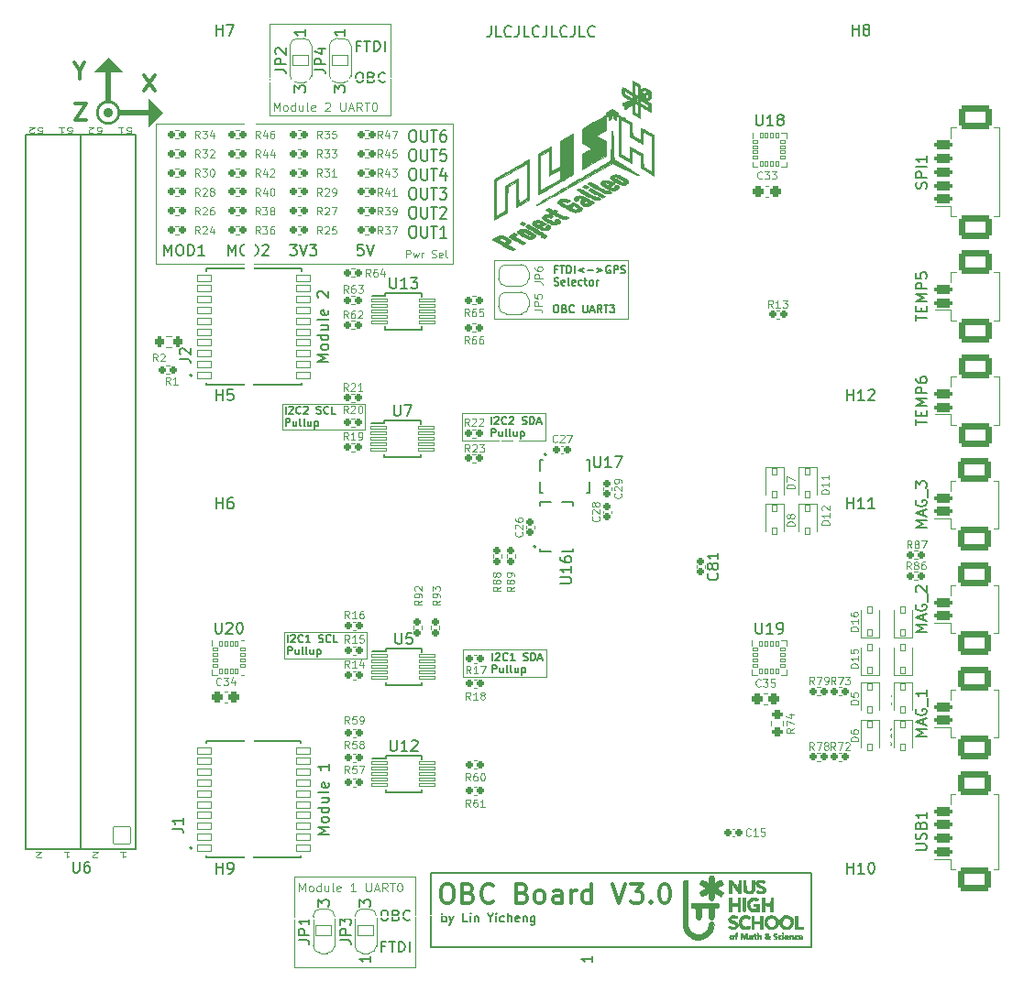
<source format=gto>
%TF.GenerationSoftware,KiCad,Pcbnew,(6.0.7)*%
%TF.CreationDate,2022-10-25T19:15:25+08:00*%
%TF.ProjectId,cubesat_obc,63756265-7361-4745-9f6f-62632e6b6963,rev?*%
%TF.SameCoordinates,Original*%
%TF.FileFunction,Legend,Top*%
%TF.FilePolarity,Positive*%
%FSLAX46Y46*%
G04 Gerber Fmt 4.6, Leading zero omitted, Abs format (unit mm)*
G04 Created by KiCad (PCBNEW (6.0.7)) date 2022-10-25 19:15:25*
%MOMM*%
%LPD*%
G01*
G04 APERTURE LIST*
G04 Aperture macros list*
%AMRoundRect*
0 Rectangle with rounded corners*
0 $1 Rounding radius*
0 $2 $3 $4 $5 $6 $7 $8 $9 X,Y pos of 4 corners*
0 Add a 4 corners polygon primitive as box body*
4,1,4,$2,$3,$4,$5,$6,$7,$8,$9,$2,$3,0*
0 Add four circle primitives for the rounded corners*
1,1,$1+$1,$2,$3*
1,1,$1+$1,$4,$5*
1,1,$1+$1,$6,$7*
1,1,$1+$1,$8,$9*
0 Add four rect primitives between the rounded corners*
20,1,$1+$1,$2,$3,$4,$5,0*
20,1,$1+$1,$4,$5,$6,$7,0*
20,1,$1+$1,$6,$7,$8,$9,0*
20,1,$1+$1,$8,$9,$2,$3,0*%
%AMFreePoly0*
4,1,172,-2.560628,3.729662,-2.555423,3.729115,-2.172905,3.668530,-2.167786,3.667442,-1.793696,3.567205,-1.788719,3.565588,-1.427156,3.426797,-1.422374,3.424668,-1.077300,3.248844,-1.072768,3.246228,-0.747963,3.035297,-0.743729,3.032220,-0.442751,2.788493,-0.438862,2.784991,-0.165009,2.511138,-0.161507,2.507249,0.082220,2.206271,0.085297,2.202037,0.296228,1.877232,0.298844,1.872700,
0.474668,1.527626,0.476797,1.522844,0.615588,1.161281,0.617205,1.156304,0.717442,0.782214,0.718530,0.777095,0.779115,0.394577,0.779662,0.389372,0.799931,0.002617,0.799931,-0.002617,0.779662,-0.389372,0.779115,-0.394577,0.718530,-0.777095,0.717442,-0.782214,0.617205,-1.156304,0.615588,-1.161281,0.476797,-1.522844,0.474668,-1.527626,0.298844,-1.872700,0.296228,-1.877232,
0.085297,-2.202037,0.082220,-2.206271,-0.161507,-2.507249,-0.165009,-2.511138,-0.438862,-2.784991,-0.442751,-2.788493,-0.743729,-3.032220,-0.747963,-3.035297,-1.072768,-3.246228,-1.077300,-3.248844,-1.422374,-3.424668,-1.427156,-3.426797,-1.788719,-3.565588,-1.793696,-3.567205,-2.167786,-3.667442,-2.172905,-3.668530,-2.555423,-3.729115,-2.560628,-3.729662,-2.947383,-3.749931,-2.952617,-3.749931,
-3.339372,-3.729662,-3.344577,-3.729115,-3.727095,-3.668530,-3.732214,-3.667442,-4.106304,-3.567205,-4.111281,-3.565588,-4.472844,-3.426797,-4.477626,-3.424668,-4.822700,-3.248844,-4.827232,-3.246228,-5.152037,-3.035297,-5.156271,-3.032220,-5.457249,-2.788493,-5.461138,-2.784991,-5.734991,-2.511138,-5.738493,-2.507249,-5.982220,-2.206271,-5.985297,-2.202037,-6.196228,-1.877232,-6.198844,-1.872700,
-6.374668,-1.527626,-6.376797,-1.522844,-6.515588,-1.161281,-6.517205,-1.156304,-6.617442,-0.782214,-6.618530,-0.777095,-6.679115,-0.394577,-6.679662,-0.389372,-6.699931,-0.002617,-6.699931,0.000000,-5.104613,0.000000,-5.086179,-0.281237,-5.031198,-0.557649,-4.940602,-0.824537,-4.815949,-1.077308,-4.659369,-1.311645,-4.473541,-1.523541,-4.261645,-1.709369,-4.027308,-1.865949,-3.774537,-1.990602,
-3.507649,-2.081198,-3.231237,-2.136179,-2.950000,-2.154613,-2.668763,-2.136179,-2.392351,-2.081198,-2.125463,-1.990602,-1.872692,-1.865949,-1.638355,-1.709369,-1.426459,-1.523541,-1.240631,-1.311645,-1.084051,-1.077308,-0.959398,-0.824537,-0.868802,-0.557649,-0.813821,-0.281237,-0.795387,0.000000,-0.813821,0.281237,-0.868802,0.557649,-0.959398,0.824537,-1.084051,1.077308,-1.240631,1.311645,
-1.426459,1.523541,-1.638355,1.709369,-1.872692,1.865949,-2.125463,1.990602,-2.392351,2.081198,-2.668763,2.136179,-2.950000,2.154613,-3.231237,2.136179,-3.507649,2.081198,-3.774537,1.990602,-4.027308,1.865949,-4.261645,1.709369,-4.473541,1.523541,-4.659369,1.311645,-4.815949,1.077308,-4.940602,0.824537,-5.031198,0.557649,-5.086179,0.281237,-5.104613,0.000000,-6.699931,0.000000,
-6.699931,0.002617,-6.679662,0.389372,-6.679115,0.394577,-6.618530,0.777095,-6.617442,0.782214,-6.517205,1.156304,-6.515588,1.161281,-6.376797,1.522844,-6.374668,1.527626,-6.198844,1.872700,-6.196228,1.877232,-5.985297,2.202037,-5.982220,2.206271,-5.738493,2.507249,-5.734991,2.511138,-5.461138,2.784991,-5.457249,2.788493,-5.156271,3.032220,-5.152037,3.035297,-4.827232,3.246228,
-4.822700,3.248844,-4.477626,3.424668,-4.472844,3.426797,-4.111281,3.565588,-4.106304,3.567205,-3.732214,3.667442,-3.727095,3.668530,-3.344577,3.729115,-3.339372,3.729662,-2.952617,3.749931,-2.947383,3.749931,-2.560628,3.729662,-2.560628,3.729662,$1*%
%AMFreePoly1*
4,1,37,0.585355,0.785355,0.600000,0.750000,0.600000,-0.750000,0.585355,-0.785355,0.550000,-0.800000,0.000000,-0.800000,-0.012524,-0.794812,-0.080857,-0.793560,-0.094851,-0.791293,-0.230166,-0.749018,-0.242962,-0.742915,-0.360972,-0.664360,-0.371540,-0.654911,-0.462760,-0.546392,-0.470252,-0.534356,-0.527347,-0.404597,-0.531159,-0.390943,-0.548742,-0.256483,-0.547388,-0.256306,-0.550000,-0.250000,
-0.550000,0.250000,-0.549522,0.251153,-0.549368,0.263802,-0.527557,0.403879,-0.523412,0.417435,-0.463164,0.545760,-0.455381,0.557609,-0.361537,0.663867,-0.350741,0.673055,-0.230846,0.748703,-0.217905,0.754492,-0.081598,0.793449,-0.067552,0.795373,-0.011991,0.795033,0.000000,0.800000,0.550000,0.800000,0.585355,0.785355,0.585355,0.785355,$1*%
%AMFreePoly2*
4,1,37,0.012350,0.794884,0.074210,0.794507,0.088231,0.792412,0.224052,0.751793,0.236921,0.745846,0.355883,0.668739,0.366566,0.659420,0.459104,0.552023,0.466742,0.540080,0.525419,0.411028,0.529398,0.397421,0.549495,0.257088,0.550000,0.250000,0.550000,-0.250000,0.549996,-0.250610,0.549847,-0.262826,0.549158,-0.270511,0.525638,-0.410312,0.521328,-0.423818,0.459516,-0.551397,
0.451589,-0.563150,0.356454,-0.668254,0.345546,-0.677309,0.224736,-0.751486,0.211726,-0.757116,0.074953,-0.794405,0.060885,-0.796158,0.011462,-0.795252,0.000000,-0.800000,-0.550000,-0.800000,-0.585355,-0.785355,-0.600000,-0.750000,-0.600000,0.750000,-0.585355,0.785355,-0.550000,0.800000,0.000000,0.800000,0.012350,0.794884,0.012350,0.794884,$1*%
%AMFreePoly3*
4,1,37,0.535355,0.785355,0.550000,0.750000,0.550000,-0.750000,0.535355,-0.785355,0.500000,-0.800000,0.000000,-0.800000,-0.012524,-0.794812,-0.080857,-0.793560,-0.094851,-0.791293,-0.230166,-0.749018,-0.242962,-0.742915,-0.360972,-0.664360,-0.371540,-0.654911,-0.462760,-0.546392,-0.470252,-0.534356,-0.527347,-0.404597,-0.531159,-0.390943,-0.548742,-0.256483,-0.547388,-0.256306,-0.550000,-0.250000,
-0.550000,0.250000,-0.549522,0.251153,-0.549368,0.263802,-0.527557,0.403879,-0.523412,0.417435,-0.463164,0.545760,-0.455381,0.557609,-0.361537,0.663867,-0.350741,0.673055,-0.230846,0.748703,-0.217905,0.754492,-0.081598,0.793449,-0.067552,0.795373,-0.011991,0.795033,0.000000,0.800000,0.500000,0.800000,0.535355,0.785355,0.535355,0.785355,$1*%
%AMFreePoly4*
4,1,37,0.012350,0.794884,0.074210,0.794507,0.088231,0.792412,0.224052,0.751793,0.236921,0.745846,0.355883,0.668739,0.366566,0.659420,0.459104,0.552023,0.466742,0.540080,0.525419,0.411028,0.529398,0.397421,0.549495,0.257088,0.550000,0.250000,0.550000,-0.250000,0.549996,-0.250610,0.549847,-0.262826,0.549158,-0.270511,0.525638,-0.410312,0.521328,-0.423818,0.459516,-0.551397,
0.451589,-0.563150,0.356454,-0.668254,0.345546,-0.677309,0.224736,-0.751486,0.211726,-0.757116,0.074953,-0.794405,0.060885,-0.796158,0.011462,-0.795252,0.000000,-0.800000,-0.500000,-0.800000,-0.535355,-0.785355,-0.550000,-0.750000,-0.550000,0.750000,-0.535355,0.785355,-0.500000,0.800000,0.000000,0.800000,0.012350,0.794884,0.012350,0.794884,$1*%
G04 Aperture macros list end*
%ADD10C,0.120000*%
%ADD11C,0.180000*%
%ADD12C,0.140000*%
%ADD13C,0.110000*%
%ADD14C,0.100000*%
%ADD15C,0.300000*%
%ADD16C,0.150000*%
%ADD17C,0.130000*%
%ADD18C,0.200000*%
%ADD19C,0.127000*%
%ADD20C,0.010000*%
%ADD21C,0.500000*%
%ADD22C,0.220000*%
%ADD23C,0.460000*%
%ADD24C,0.001000*%
%ADD25C,1.290000*%
%ADD26RoundRect,0.050000X0.630000X-0.305000X0.630000X0.305000X-0.630000X0.305000X-0.630000X-0.305000X0*%
%ADD27RoundRect,0.185000X-0.135000X-0.185000X0.135000X-0.185000X0.135000X0.185000X-0.135000X0.185000X0*%
%ADD28RoundRect,0.250000X0.200000X0.275000X-0.200000X0.275000X-0.200000X-0.275000X0.200000X-0.275000X0*%
%ADD29RoundRect,0.185000X0.185000X-0.135000X0.185000X0.135000X-0.185000X0.135000X-0.185000X-0.135000X0*%
%ADD30RoundRect,0.185000X0.135000X0.185000X-0.135000X0.185000X-0.135000X-0.185000X0.135000X-0.185000X0*%
%ADD31RoundRect,0.050000X-0.700000X-0.150000X0.700000X-0.150000X0.700000X0.150000X-0.700000X0.150000X0*%
%ADD32C,5.700000*%
%ADD33C,4.500000*%
%ADD34FreePoly0,0.000000*%
%ADD35RoundRect,0.250000X0.600000X-0.200000X0.600000X0.200000X-0.600000X0.200000X-0.600000X-0.200000X0*%
%ADD36RoundRect,0.300001X1.249999X-0.799999X1.249999X0.799999X-1.249999X0.799999X-1.249999X-0.799999X0*%
%ADD37RoundRect,0.050000X-0.800000X-0.800000X0.800000X-0.800000X0.800000X0.800000X-0.800000X0.800000X0*%
%ADD38C,1.700000*%
%ADD39RoundRect,0.190000X0.140000X0.170000X-0.140000X0.170000X-0.140000X-0.170000X0.140000X-0.170000X0*%
%ADD40RoundRect,0.190000X0.170000X-0.140000X0.170000X0.140000X-0.170000X0.140000X-0.170000X-0.140000X0*%
%ADD41RoundRect,0.190000X-0.140000X-0.170000X0.140000X-0.170000X0.140000X0.170000X-0.140000X0.170000X0*%
%ADD42RoundRect,0.275000X-0.225000X-0.250000X0.225000X-0.250000X0.225000X0.250000X-0.225000X0.250000X0*%
%ADD43RoundRect,0.050000X-0.225000X0.300000X-0.225000X-0.300000X0.225000X-0.300000X0.225000X0.300000X0*%
%ADD44RoundRect,0.050000X0.225000X-0.300000X0.225000X0.300000X-0.225000X0.300000X-0.225000X-0.300000X0*%
%ADD45RoundRect,0.050000X0.225000X-0.150000X0.225000X0.150000X-0.225000X0.150000X-0.225000X-0.150000X0*%
%ADD46RoundRect,0.050000X-0.150000X-0.225000X0.150000X-0.225000X0.150000X0.225000X-0.150000X0.225000X0*%
%ADD47FreePoly1,270.000000*%
%ADD48RoundRect,0.050000X-0.750000X0.500000X-0.750000X-0.500000X0.750000X-0.500000X0.750000X0.500000X0*%
%ADD49FreePoly2,270.000000*%
%ADD50FreePoly3,180.000000*%
%ADD51FreePoly4,180.000000*%
%ADD52RoundRect,0.190000X-0.170000X0.140000X-0.170000X-0.140000X0.170000X-0.140000X0.170000X0.140000X0*%
%ADD53RoundRect,0.250000X-0.275000X0.200000X-0.275000X-0.200000X0.275000X-0.200000X0.275000X0.200000X0*%
%ADD54FreePoly1,90.000000*%
%ADD55RoundRect,0.050000X0.750000X-0.500000X0.750000X0.500000X-0.750000X0.500000X-0.750000X-0.500000X0*%
%ADD56FreePoly2,90.000000*%
G04 APERTURE END LIST*
D10*
X121400000Y-58500000D02*
X148800000Y-58500000D01*
X148800000Y-58500000D02*
X148800000Y-71400000D01*
X148800000Y-71400000D02*
X121400000Y-71400000D01*
X121400000Y-71400000D02*
X121400000Y-58500000D01*
X149750000Y-107100000D02*
X157450000Y-107100000D01*
X157450000Y-107100000D02*
X157450000Y-109650000D01*
X157450000Y-109650000D02*
X149750000Y-109650000D01*
X149750000Y-109650000D02*
X149750000Y-107100000D01*
X133050000Y-84350000D02*
X140650000Y-84350000D01*
X140650000Y-84350000D02*
X140650000Y-86800000D01*
X140650000Y-86800000D02*
X133050000Y-86800000D01*
X133050000Y-86800000D02*
X133050000Y-84350000D01*
X133250000Y-105450000D02*
X140850000Y-105450000D01*
X140850000Y-105450000D02*
X140850000Y-107900000D01*
X140850000Y-107900000D02*
X133250000Y-107900000D01*
X133250000Y-107900000D02*
X133250000Y-105450000D01*
D11*
X146750000Y-127700000D02*
X181900000Y-127700000D01*
X181900000Y-127700000D02*
X181900000Y-134600000D01*
X181900000Y-134600000D02*
X146750000Y-134600000D01*
X146750000Y-134600000D02*
X146750000Y-127700000D01*
D10*
X149650000Y-85250000D02*
X157350000Y-85250000D01*
X157350000Y-85250000D02*
X157350000Y-87800000D01*
X157350000Y-87800000D02*
X149650000Y-87800000D01*
X149650000Y-87800000D02*
X149650000Y-85250000D01*
X131850000Y-49250000D02*
X143050000Y-49250000D01*
X143050000Y-49250000D02*
X143050000Y-57700000D01*
X143050000Y-57700000D02*
X131850000Y-57700000D01*
X131850000Y-57700000D02*
X131850000Y-49250000D01*
X134150000Y-128050000D02*
X145350000Y-128050000D01*
X145350000Y-128050000D02*
X145350000Y-136500000D01*
X145350000Y-136500000D02*
X134150000Y-136500000D01*
X134150000Y-136500000D02*
X134150000Y-128050000D01*
X152625000Y-71100000D02*
X165000000Y-71100000D01*
X165000000Y-71100000D02*
X165000000Y-76475000D01*
X165000000Y-76475000D02*
X152625000Y-76475000D01*
X152625000Y-76475000D02*
X152625000Y-71100000D01*
D12*
X158441000Y-71936500D02*
X158207666Y-71936500D01*
X158207666Y-72303166D02*
X158207666Y-71603166D01*
X158541000Y-71603166D01*
X158707666Y-71603166D02*
X159107666Y-71603166D01*
X158907666Y-72303166D02*
X158907666Y-71603166D01*
X159341000Y-72303166D02*
X159341000Y-71603166D01*
X159507666Y-71603166D01*
X159607666Y-71636500D01*
X159674333Y-71703166D01*
X159707666Y-71769833D01*
X159741000Y-71903166D01*
X159741000Y-72003166D01*
X159707666Y-72136500D01*
X159674333Y-72203166D01*
X159607666Y-72269833D01*
X159507666Y-72303166D01*
X159341000Y-72303166D01*
X160041000Y-72303166D02*
X160041000Y-71603166D01*
X160907666Y-71836500D02*
X160374333Y-72036500D01*
X160907666Y-72236500D01*
X161241000Y-72036500D02*
X161774333Y-72036500D01*
X162107666Y-71836500D02*
X162641000Y-72036500D01*
X162107666Y-72236500D01*
X163341000Y-71636500D02*
X163274333Y-71603166D01*
X163174333Y-71603166D01*
X163074333Y-71636500D01*
X163007666Y-71703166D01*
X162974333Y-71769833D01*
X162941000Y-71903166D01*
X162941000Y-72003166D01*
X162974333Y-72136500D01*
X163007666Y-72203166D01*
X163074333Y-72269833D01*
X163174333Y-72303166D01*
X163241000Y-72303166D01*
X163341000Y-72269833D01*
X163374333Y-72236500D01*
X163374333Y-72003166D01*
X163241000Y-72003166D01*
X163674333Y-72303166D02*
X163674333Y-71603166D01*
X163941000Y-71603166D01*
X164007666Y-71636500D01*
X164041000Y-71669833D01*
X164074333Y-71736500D01*
X164074333Y-71836500D01*
X164041000Y-71903166D01*
X164007666Y-71936500D01*
X163941000Y-71969833D01*
X163674333Y-71969833D01*
X164341000Y-72269833D02*
X164441000Y-72303166D01*
X164607666Y-72303166D01*
X164674333Y-72269833D01*
X164707666Y-72236500D01*
X164741000Y-72169833D01*
X164741000Y-72103166D01*
X164707666Y-72036500D01*
X164674333Y-72003166D01*
X164607666Y-71969833D01*
X164474333Y-71936500D01*
X164407666Y-71903166D01*
X164374333Y-71869833D01*
X164341000Y-71803166D01*
X164341000Y-71736500D01*
X164374333Y-71669833D01*
X164407666Y-71636500D01*
X164474333Y-71603166D01*
X164641000Y-71603166D01*
X164741000Y-71636500D01*
X158174333Y-73396833D02*
X158274333Y-73430166D01*
X158441000Y-73430166D01*
X158507666Y-73396833D01*
X158541000Y-73363500D01*
X158574333Y-73296833D01*
X158574333Y-73230166D01*
X158541000Y-73163500D01*
X158507666Y-73130166D01*
X158441000Y-73096833D01*
X158307666Y-73063500D01*
X158241000Y-73030166D01*
X158207666Y-72996833D01*
X158174333Y-72930166D01*
X158174333Y-72863500D01*
X158207666Y-72796833D01*
X158241000Y-72763500D01*
X158307666Y-72730166D01*
X158474333Y-72730166D01*
X158574333Y-72763500D01*
X159141000Y-73396833D02*
X159074333Y-73430166D01*
X158941000Y-73430166D01*
X158874333Y-73396833D01*
X158841000Y-73330166D01*
X158841000Y-73063500D01*
X158874333Y-72996833D01*
X158941000Y-72963500D01*
X159074333Y-72963500D01*
X159141000Y-72996833D01*
X159174333Y-73063500D01*
X159174333Y-73130166D01*
X158841000Y-73196833D01*
X159574333Y-73430166D02*
X159507666Y-73396833D01*
X159474333Y-73330166D01*
X159474333Y-72730166D01*
X160107666Y-73396833D02*
X160041000Y-73430166D01*
X159907666Y-73430166D01*
X159841000Y-73396833D01*
X159807666Y-73330166D01*
X159807666Y-73063500D01*
X159841000Y-72996833D01*
X159907666Y-72963500D01*
X160041000Y-72963500D01*
X160107666Y-72996833D01*
X160141000Y-73063500D01*
X160141000Y-73130166D01*
X159807666Y-73196833D01*
X160741000Y-73396833D02*
X160674333Y-73430166D01*
X160541000Y-73430166D01*
X160474333Y-73396833D01*
X160441000Y-73363500D01*
X160407666Y-73296833D01*
X160407666Y-73096833D01*
X160441000Y-73030166D01*
X160474333Y-72996833D01*
X160541000Y-72963500D01*
X160674333Y-72963500D01*
X160741000Y-72996833D01*
X160941000Y-72963500D02*
X161207666Y-72963500D01*
X161041000Y-72730166D02*
X161041000Y-73330166D01*
X161074333Y-73396833D01*
X161141000Y-73430166D01*
X161207666Y-73430166D01*
X161541000Y-73430166D02*
X161474333Y-73396833D01*
X161441000Y-73363500D01*
X161407666Y-73296833D01*
X161407666Y-73096833D01*
X161441000Y-73030166D01*
X161474333Y-72996833D01*
X161541000Y-72963500D01*
X161641000Y-72963500D01*
X161707666Y-72996833D01*
X161741000Y-73030166D01*
X161774333Y-73096833D01*
X161774333Y-73296833D01*
X161741000Y-73363500D01*
X161707666Y-73396833D01*
X161641000Y-73430166D01*
X161541000Y-73430166D01*
X162074333Y-73430166D02*
X162074333Y-72963500D01*
X162074333Y-73096833D02*
X162107666Y-73030166D01*
X162141000Y-72996833D01*
X162207666Y-72963500D01*
X162274333Y-72963500D01*
D13*
X118700000Y-59323809D02*
X119080952Y-59323809D01*
X119119047Y-59085714D01*
X119080952Y-59109523D01*
X119004761Y-59133333D01*
X118814285Y-59133333D01*
X118738095Y-59109523D01*
X118700000Y-59085714D01*
X118661904Y-59038095D01*
X118661904Y-58919047D01*
X118700000Y-58871428D01*
X118738095Y-58847619D01*
X118814285Y-58823809D01*
X119004761Y-58823809D01*
X119080952Y-58847619D01*
X119119047Y-58871428D01*
X117900000Y-58823809D02*
X118357142Y-58823809D01*
X118128571Y-58823809D02*
X118128571Y-59323809D01*
X118204761Y-59252380D01*
X118280952Y-59204761D01*
X118357142Y-59180952D01*
X115957142Y-59323809D02*
X116338095Y-59323809D01*
X116376190Y-59085714D01*
X116338095Y-59109523D01*
X116261904Y-59133333D01*
X116071428Y-59133333D01*
X115995238Y-59109523D01*
X115957142Y-59085714D01*
X115919047Y-59038095D01*
X115919047Y-58919047D01*
X115957142Y-58871428D01*
X115995238Y-58847619D01*
X116071428Y-58823809D01*
X116261904Y-58823809D01*
X116338095Y-58847619D01*
X116376190Y-58871428D01*
X115614285Y-59276190D02*
X115576190Y-59300000D01*
X115500000Y-59323809D01*
X115309523Y-59323809D01*
X115233333Y-59300000D01*
X115195238Y-59276190D01*
X115157142Y-59228571D01*
X115157142Y-59180952D01*
X115195238Y-59109523D01*
X115652380Y-58823809D01*
X115157142Y-58823809D01*
X113214285Y-59323809D02*
X113595238Y-59323809D01*
X113633333Y-59085714D01*
X113595238Y-59109523D01*
X113519047Y-59133333D01*
X113328571Y-59133333D01*
X113252380Y-59109523D01*
X113214285Y-59085714D01*
X113176190Y-59038095D01*
X113176190Y-58919047D01*
X113214285Y-58871428D01*
X113252380Y-58847619D01*
X113328571Y-58823809D01*
X113519047Y-58823809D01*
X113595238Y-58847619D01*
X113633333Y-58871428D01*
X112414285Y-58823809D02*
X112871428Y-58823809D01*
X112642857Y-58823809D02*
X112642857Y-59323809D01*
X112719047Y-59252380D01*
X112795238Y-59204761D01*
X112871428Y-59180952D01*
X110471428Y-59323809D02*
X110852380Y-59323809D01*
X110890476Y-59085714D01*
X110852380Y-59109523D01*
X110776190Y-59133333D01*
X110585714Y-59133333D01*
X110509523Y-59109523D01*
X110471428Y-59085714D01*
X110433333Y-59038095D01*
X110433333Y-58919047D01*
X110471428Y-58871428D01*
X110509523Y-58847619D01*
X110585714Y-58823809D01*
X110776190Y-58823809D01*
X110852380Y-58847619D01*
X110890476Y-58871428D01*
X110128571Y-59276190D02*
X110090476Y-59300000D01*
X110014285Y-59323809D01*
X109823809Y-59323809D01*
X109747619Y-59300000D01*
X109709523Y-59276190D01*
X109671428Y-59228571D01*
X109671428Y-59180952D01*
X109709523Y-59109523D01*
X110166666Y-58823809D01*
X109671428Y-58823809D01*
D12*
X158284000Y-75241666D02*
X158417333Y-75241666D01*
X158484000Y-75275000D01*
X158550666Y-75341666D01*
X158584000Y-75475000D01*
X158584000Y-75708333D01*
X158550666Y-75841666D01*
X158484000Y-75908333D01*
X158417333Y-75941666D01*
X158284000Y-75941666D01*
X158217333Y-75908333D01*
X158150666Y-75841666D01*
X158117333Y-75708333D01*
X158117333Y-75475000D01*
X158150666Y-75341666D01*
X158217333Y-75275000D01*
X158284000Y-75241666D01*
X159117333Y-75575000D02*
X159217333Y-75608333D01*
X159250666Y-75641666D01*
X159284000Y-75708333D01*
X159284000Y-75808333D01*
X159250666Y-75875000D01*
X159217333Y-75908333D01*
X159150666Y-75941666D01*
X158884000Y-75941666D01*
X158884000Y-75241666D01*
X159117333Y-75241666D01*
X159184000Y-75275000D01*
X159217333Y-75308333D01*
X159250666Y-75375000D01*
X159250666Y-75441666D01*
X159217333Y-75508333D01*
X159184000Y-75541666D01*
X159117333Y-75575000D01*
X158884000Y-75575000D01*
X159984000Y-75875000D02*
X159950666Y-75908333D01*
X159850666Y-75941666D01*
X159784000Y-75941666D01*
X159684000Y-75908333D01*
X159617333Y-75841666D01*
X159584000Y-75775000D01*
X159550666Y-75641666D01*
X159550666Y-75541666D01*
X159584000Y-75408333D01*
X159617333Y-75341666D01*
X159684000Y-75275000D01*
X159784000Y-75241666D01*
X159850666Y-75241666D01*
X159950666Y-75275000D01*
X159984000Y-75308333D01*
X160817333Y-75241666D02*
X160817333Y-75808333D01*
X160850666Y-75875000D01*
X160884000Y-75908333D01*
X160950666Y-75941666D01*
X161084000Y-75941666D01*
X161150666Y-75908333D01*
X161184000Y-75875000D01*
X161217333Y-75808333D01*
X161217333Y-75241666D01*
X161517333Y-75741666D02*
X161850666Y-75741666D01*
X161450666Y-75941666D02*
X161684000Y-75241666D01*
X161917333Y-75941666D01*
X162550666Y-75941666D02*
X162317333Y-75608333D01*
X162150666Y-75941666D02*
X162150666Y-75241666D01*
X162417333Y-75241666D01*
X162484000Y-75275000D01*
X162517333Y-75308333D01*
X162550666Y-75375000D01*
X162550666Y-75475000D01*
X162517333Y-75541666D01*
X162484000Y-75575000D01*
X162417333Y-75608333D01*
X162150666Y-75608333D01*
X162750666Y-75241666D02*
X163150666Y-75241666D01*
X162950666Y-75941666D02*
X162950666Y-75241666D01*
X163317333Y-75241666D02*
X163750666Y-75241666D01*
X163517333Y-75508333D01*
X163617333Y-75508333D01*
X163684000Y-75541666D01*
X163717333Y-75575000D01*
X163750666Y-75641666D01*
X163750666Y-75808333D01*
X163717333Y-75875000D01*
X163684000Y-75908333D01*
X163617333Y-75941666D01*
X163417333Y-75941666D01*
X163350666Y-75908333D01*
X163317333Y-75875000D01*
X133357666Y-85303166D02*
X133357666Y-84603166D01*
X133657666Y-84669833D02*
X133691000Y-84636500D01*
X133757666Y-84603166D01*
X133924333Y-84603166D01*
X133991000Y-84636500D01*
X134024333Y-84669833D01*
X134057666Y-84736500D01*
X134057666Y-84803166D01*
X134024333Y-84903166D01*
X133624333Y-85303166D01*
X134057666Y-85303166D01*
X134757666Y-85236500D02*
X134724333Y-85269833D01*
X134624333Y-85303166D01*
X134557666Y-85303166D01*
X134457666Y-85269833D01*
X134391000Y-85203166D01*
X134357666Y-85136500D01*
X134324333Y-85003166D01*
X134324333Y-84903166D01*
X134357666Y-84769833D01*
X134391000Y-84703166D01*
X134457666Y-84636500D01*
X134557666Y-84603166D01*
X134624333Y-84603166D01*
X134724333Y-84636500D01*
X134757666Y-84669833D01*
X135024333Y-84669833D02*
X135057666Y-84636500D01*
X135124333Y-84603166D01*
X135291000Y-84603166D01*
X135357666Y-84636500D01*
X135391000Y-84669833D01*
X135424333Y-84736500D01*
X135424333Y-84803166D01*
X135391000Y-84903166D01*
X134991000Y-85303166D01*
X135424333Y-85303166D01*
X136224333Y-85269833D02*
X136324333Y-85303166D01*
X136491000Y-85303166D01*
X136557666Y-85269833D01*
X136591000Y-85236500D01*
X136624333Y-85169833D01*
X136624333Y-85103166D01*
X136591000Y-85036500D01*
X136557666Y-85003166D01*
X136491000Y-84969833D01*
X136357666Y-84936500D01*
X136291000Y-84903166D01*
X136257666Y-84869833D01*
X136224333Y-84803166D01*
X136224333Y-84736500D01*
X136257666Y-84669833D01*
X136291000Y-84636500D01*
X136357666Y-84603166D01*
X136524333Y-84603166D01*
X136624333Y-84636500D01*
X137324333Y-85236500D02*
X137291000Y-85269833D01*
X137191000Y-85303166D01*
X137124333Y-85303166D01*
X137024333Y-85269833D01*
X136957666Y-85203166D01*
X136924333Y-85136500D01*
X136891000Y-85003166D01*
X136891000Y-84903166D01*
X136924333Y-84769833D01*
X136957666Y-84703166D01*
X137024333Y-84636500D01*
X137124333Y-84603166D01*
X137191000Y-84603166D01*
X137291000Y-84636500D01*
X137324333Y-84669833D01*
X137957666Y-85303166D02*
X137624333Y-85303166D01*
X137624333Y-84603166D01*
X133357666Y-86430166D02*
X133357666Y-85730166D01*
X133624333Y-85730166D01*
X133691000Y-85763500D01*
X133724333Y-85796833D01*
X133757666Y-85863500D01*
X133757666Y-85963500D01*
X133724333Y-86030166D01*
X133691000Y-86063500D01*
X133624333Y-86096833D01*
X133357666Y-86096833D01*
X134357666Y-85963500D02*
X134357666Y-86430166D01*
X134057666Y-85963500D02*
X134057666Y-86330166D01*
X134091000Y-86396833D01*
X134157666Y-86430166D01*
X134257666Y-86430166D01*
X134324333Y-86396833D01*
X134357666Y-86363500D01*
X134791000Y-86430166D02*
X134724333Y-86396833D01*
X134691000Y-86330166D01*
X134691000Y-85730166D01*
X135157666Y-86430166D02*
X135091000Y-86396833D01*
X135057666Y-86330166D01*
X135057666Y-85730166D01*
X135724333Y-85963500D02*
X135724333Y-86430166D01*
X135424333Y-85963500D02*
X135424333Y-86330166D01*
X135457666Y-86396833D01*
X135524333Y-86430166D01*
X135624333Y-86430166D01*
X135691000Y-86396833D01*
X135724333Y-86363500D01*
X136057666Y-85963500D02*
X136057666Y-86663500D01*
X136057666Y-85996833D02*
X136124333Y-85963500D01*
X136257666Y-85963500D01*
X136324333Y-85996833D01*
X136357666Y-86030166D01*
X136391000Y-86096833D01*
X136391000Y-86296833D01*
X136357666Y-86363500D01*
X136324333Y-86396833D01*
X136257666Y-86430166D01*
X136124333Y-86430166D01*
X136057666Y-86396833D01*
D11*
X128066666Y-70652380D02*
X128066666Y-69652380D01*
X128400000Y-70366666D01*
X128733333Y-69652380D01*
X128733333Y-70652380D01*
X129400000Y-69652380D02*
X129590476Y-69652380D01*
X129685714Y-69700000D01*
X129780952Y-69795238D01*
X129828571Y-69985714D01*
X129828571Y-70319047D01*
X129780952Y-70509523D01*
X129685714Y-70604761D01*
X129590476Y-70652380D01*
X129400000Y-70652380D01*
X129304761Y-70604761D01*
X129209523Y-70509523D01*
X129161904Y-70319047D01*
X129161904Y-69985714D01*
X129209523Y-69795238D01*
X129304761Y-69700000D01*
X129400000Y-69652380D01*
X130257142Y-70652380D02*
X130257142Y-69652380D01*
X130495238Y-69652380D01*
X130638095Y-69700000D01*
X130733333Y-69795238D01*
X130780952Y-69890476D01*
X130828571Y-70080952D01*
X130828571Y-70223809D01*
X130780952Y-70414285D01*
X130733333Y-70509523D01*
X130638095Y-70604761D01*
X130495238Y-70652380D01*
X130257142Y-70652380D01*
X131209523Y-69747619D02*
X131257142Y-69700000D01*
X131352380Y-69652380D01*
X131590476Y-69652380D01*
X131685714Y-69700000D01*
X131733333Y-69747619D01*
X131780952Y-69842857D01*
X131780952Y-69938095D01*
X131733333Y-70080952D01*
X131161904Y-70652380D01*
X131780952Y-70652380D01*
D14*
X144500000Y-70866666D02*
X144500000Y-70166666D01*
X144766666Y-70166666D01*
X144833333Y-70200000D01*
X144866666Y-70233333D01*
X144900000Y-70300000D01*
X144900000Y-70400000D01*
X144866666Y-70466666D01*
X144833333Y-70500000D01*
X144766666Y-70533333D01*
X144500000Y-70533333D01*
X145133333Y-70400000D02*
X145266666Y-70866666D01*
X145400000Y-70533333D01*
X145533333Y-70866666D01*
X145666666Y-70400000D01*
X145933333Y-70866666D02*
X145933333Y-70400000D01*
X145933333Y-70533333D02*
X145966666Y-70466666D01*
X146000000Y-70433333D01*
X146066666Y-70400000D01*
X146133333Y-70400000D01*
X146866666Y-70833333D02*
X146966666Y-70866666D01*
X147133333Y-70866666D01*
X147200000Y-70833333D01*
X147233333Y-70800000D01*
X147266666Y-70733333D01*
X147266666Y-70666666D01*
X147233333Y-70600000D01*
X147200000Y-70566666D01*
X147133333Y-70533333D01*
X147000000Y-70500000D01*
X146933333Y-70466666D01*
X146900000Y-70433333D01*
X146866666Y-70366666D01*
X146866666Y-70300000D01*
X146900000Y-70233333D01*
X146933333Y-70200000D01*
X147000000Y-70166666D01*
X147166666Y-70166666D01*
X147266666Y-70200000D01*
X147833333Y-70833333D02*
X147766666Y-70866666D01*
X147633333Y-70866666D01*
X147566666Y-70833333D01*
X147533333Y-70766666D01*
X147533333Y-70500000D01*
X147566666Y-70433333D01*
X147633333Y-70400000D01*
X147766666Y-70400000D01*
X147833333Y-70433333D01*
X147866666Y-70500000D01*
X147866666Y-70566666D01*
X147533333Y-70633333D01*
X148266666Y-70866666D02*
X148200000Y-70833333D01*
X148166666Y-70766666D01*
X148166666Y-70166666D01*
D15*
X148138828Y-128729885D02*
X148481685Y-128729885D01*
X148653114Y-128815600D01*
X148824542Y-128987028D01*
X148910257Y-129329885D01*
X148910257Y-129929885D01*
X148824542Y-130272742D01*
X148653114Y-130444171D01*
X148481685Y-130529885D01*
X148138828Y-130529885D01*
X147967400Y-130444171D01*
X147795971Y-130272742D01*
X147710257Y-129929885D01*
X147710257Y-129329885D01*
X147795971Y-128987028D01*
X147967400Y-128815600D01*
X148138828Y-128729885D01*
X150281685Y-129587028D02*
X150538828Y-129672742D01*
X150624542Y-129758457D01*
X150710257Y-129929885D01*
X150710257Y-130187028D01*
X150624542Y-130358457D01*
X150538828Y-130444171D01*
X150367400Y-130529885D01*
X149681685Y-130529885D01*
X149681685Y-128729885D01*
X150281685Y-128729885D01*
X150453114Y-128815600D01*
X150538828Y-128901314D01*
X150624542Y-129072742D01*
X150624542Y-129244171D01*
X150538828Y-129415600D01*
X150453114Y-129501314D01*
X150281685Y-129587028D01*
X149681685Y-129587028D01*
X152510257Y-130358457D02*
X152424542Y-130444171D01*
X152167400Y-130529885D01*
X151995971Y-130529885D01*
X151738828Y-130444171D01*
X151567400Y-130272742D01*
X151481685Y-130101314D01*
X151395971Y-129758457D01*
X151395971Y-129501314D01*
X151481685Y-129158457D01*
X151567400Y-128987028D01*
X151738828Y-128815600D01*
X151995971Y-128729885D01*
X152167400Y-128729885D01*
X152424542Y-128815600D01*
X152510257Y-128901314D01*
X155253114Y-129587028D02*
X155510257Y-129672742D01*
X155595971Y-129758457D01*
X155681685Y-129929885D01*
X155681685Y-130187028D01*
X155595971Y-130358457D01*
X155510257Y-130444171D01*
X155338828Y-130529885D01*
X154653114Y-130529885D01*
X154653114Y-128729885D01*
X155253114Y-128729885D01*
X155424542Y-128815600D01*
X155510257Y-128901314D01*
X155595971Y-129072742D01*
X155595971Y-129244171D01*
X155510257Y-129415600D01*
X155424542Y-129501314D01*
X155253114Y-129587028D01*
X154653114Y-129587028D01*
X156710257Y-130529885D02*
X156538828Y-130444171D01*
X156453114Y-130358457D01*
X156367400Y-130187028D01*
X156367400Y-129672742D01*
X156453114Y-129501314D01*
X156538828Y-129415600D01*
X156710257Y-129329885D01*
X156967400Y-129329885D01*
X157138828Y-129415600D01*
X157224542Y-129501314D01*
X157310257Y-129672742D01*
X157310257Y-130187028D01*
X157224542Y-130358457D01*
X157138828Y-130444171D01*
X156967400Y-130529885D01*
X156710257Y-130529885D01*
X158853114Y-130529885D02*
X158853114Y-129587028D01*
X158767400Y-129415600D01*
X158595971Y-129329885D01*
X158253114Y-129329885D01*
X158081685Y-129415600D01*
X158853114Y-130444171D02*
X158681685Y-130529885D01*
X158253114Y-130529885D01*
X158081685Y-130444171D01*
X157995971Y-130272742D01*
X157995971Y-130101314D01*
X158081685Y-129929885D01*
X158253114Y-129844171D01*
X158681685Y-129844171D01*
X158853114Y-129758457D01*
X159710257Y-130529885D02*
X159710257Y-129329885D01*
X159710257Y-129672742D02*
X159795971Y-129501314D01*
X159881685Y-129415600D01*
X160053114Y-129329885D01*
X160224542Y-129329885D01*
X161595971Y-130529885D02*
X161595971Y-128729885D01*
X161595971Y-130444171D02*
X161424542Y-130529885D01*
X161081685Y-130529885D01*
X160910257Y-130444171D01*
X160824542Y-130358457D01*
X160738828Y-130187028D01*
X160738828Y-129672742D01*
X160824542Y-129501314D01*
X160910257Y-129415600D01*
X161081685Y-129329885D01*
X161424542Y-129329885D01*
X161595971Y-129415600D01*
X163567400Y-128729885D02*
X164167400Y-130529885D01*
X164767400Y-128729885D01*
X165195971Y-128729885D02*
X166310257Y-128729885D01*
X165710257Y-129415600D01*
X165967400Y-129415600D01*
X166138828Y-129501314D01*
X166224542Y-129587028D01*
X166310257Y-129758457D01*
X166310257Y-130187028D01*
X166224542Y-130358457D01*
X166138828Y-130444171D01*
X165967400Y-130529885D01*
X165453114Y-130529885D01*
X165281685Y-130444171D01*
X165195971Y-130358457D01*
X167081685Y-130358457D02*
X167167400Y-130444171D01*
X167081685Y-130529885D01*
X166995971Y-130444171D01*
X167081685Y-130358457D01*
X167081685Y-130529885D01*
X168281685Y-128729885D02*
X168453114Y-128729885D01*
X168624542Y-128815600D01*
X168710257Y-128901314D01*
X168795971Y-129072742D01*
X168881685Y-129415600D01*
X168881685Y-129844171D01*
X168795971Y-130187028D01*
X168710257Y-130358457D01*
X168624542Y-130444171D01*
X168453114Y-130529885D01*
X168281685Y-130529885D01*
X168110257Y-130444171D01*
X168024542Y-130358457D01*
X167938828Y-130187028D01*
X167853114Y-129844171D01*
X167853114Y-129415600D01*
X167938828Y-129072742D01*
X168024542Y-128901314D01*
X168110257Y-128815600D01*
X168281685Y-128729885D01*
D12*
X152357666Y-86253166D02*
X152357666Y-85553166D01*
X152657666Y-85619833D02*
X152691000Y-85586500D01*
X152757666Y-85553166D01*
X152924333Y-85553166D01*
X152991000Y-85586500D01*
X153024333Y-85619833D01*
X153057666Y-85686500D01*
X153057666Y-85753166D01*
X153024333Y-85853166D01*
X152624333Y-86253166D01*
X153057666Y-86253166D01*
X153757666Y-86186500D02*
X153724333Y-86219833D01*
X153624333Y-86253166D01*
X153557666Y-86253166D01*
X153457666Y-86219833D01*
X153391000Y-86153166D01*
X153357666Y-86086500D01*
X153324333Y-85953166D01*
X153324333Y-85853166D01*
X153357666Y-85719833D01*
X153391000Y-85653166D01*
X153457666Y-85586500D01*
X153557666Y-85553166D01*
X153624333Y-85553166D01*
X153724333Y-85586500D01*
X153757666Y-85619833D01*
X154024333Y-85619833D02*
X154057666Y-85586500D01*
X154124333Y-85553166D01*
X154291000Y-85553166D01*
X154357666Y-85586500D01*
X154391000Y-85619833D01*
X154424333Y-85686500D01*
X154424333Y-85753166D01*
X154391000Y-85853166D01*
X153991000Y-86253166D01*
X154424333Y-86253166D01*
X155224333Y-86219833D02*
X155324333Y-86253166D01*
X155491000Y-86253166D01*
X155557666Y-86219833D01*
X155591000Y-86186500D01*
X155624333Y-86119833D01*
X155624333Y-86053166D01*
X155591000Y-85986500D01*
X155557666Y-85953166D01*
X155491000Y-85919833D01*
X155357666Y-85886500D01*
X155291000Y-85853166D01*
X155257666Y-85819833D01*
X155224333Y-85753166D01*
X155224333Y-85686500D01*
X155257666Y-85619833D01*
X155291000Y-85586500D01*
X155357666Y-85553166D01*
X155524333Y-85553166D01*
X155624333Y-85586500D01*
X155924333Y-86253166D02*
X155924333Y-85553166D01*
X156091000Y-85553166D01*
X156191000Y-85586500D01*
X156257666Y-85653166D01*
X156291000Y-85719833D01*
X156324333Y-85853166D01*
X156324333Y-85953166D01*
X156291000Y-86086500D01*
X156257666Y-86153166D01*
X156191000Y-86219833D01*
X156091000Y-86253166D01*
X155924333Y-86253166D01*
X156591000Y-86053166D02*
X156924333Y-86053166D01*
X156524333Y-86253166D02*
X156757666Y-85553166D01*
X156991000Y-86253166D01*
X152357666Y-87380166D02*
X152357666Y-86680166D01*
X152624333Y-86680166D01*
X152691000Y-86713500D01*
X152724333Y-86746833D01*
X152757666Y-86813500D01*
X152757666Y-86913500D01*
X152724333Y-86980166D01*
X152691000Y-87013500D01*
X152624333Y-87046833D01*
X152357666Y-87046833D01*
X153357666Y-86913500D02*
X153357666Y-87380166D01*
X153057666Y-86913500D02*
X153057666Y-87280166D01*
X153091000Y-87346833D01*
X153157666Y-87380166D01*
X153257666Y-87380166D01*
X153324333Y-87346833D01*
X153357666Y-87313500D01*
X153791000Y-87380166D02*
X153724333Y-87346833D01*
X153691000Y-87280166D01*
X153691000Y-86680166D01*
X154157666Y-87380166D02*
X154091000Y-87346833D01*
X154057666Y-87280166D01*
X154057666Y-86680166D01*
X154724333Y-86913500D02*
X154724333Y-87380166D01*
X154424333Y-86913500D02*
X154424333Y-87280166D01*
X154457666Y-87346833D01*
X154524333Y-87380166D01*
X154624333Y-87380166D01*
X154691000Y-87346833D01*
X154724333Y-87313500D01*
X155057666Y-86913500D02*
X155057666Y-87613500D01*
X155057666Y-86946833D02*
X155124333Y-86913500D01*
X155257666Y-86913500D01*
X155324333Y-86946833D01*
X155357666Y-86980166D01*
X155391000Y-87046833D01*
X155391000Y-87246833D01*
X155357666Y-87313500D01*
X155324333Y-87346833D01*
X155257666Y-87380166D01*
X155124333Y-87380166D01*
X155057666Y-87346833D01*
D11*
X122166666Y-70652380D02*
X122166666Y-69652380D01*
X122500000Y-70366666D01*
X122833333Y-69652380D01*
X122833333Y-70652380D01*
X123500000Y-69652380D02*
X123690476Y-69652380D01*
X123785714Y-69700000D01*
X123880952Y-69795238D01*
X123928571Y-69985714D01*
X123928571Y-70319047D01*
X123880952Y-70509523D01*
X123785714Y-70604761D01*
X123690476Y-70652380D01*
X123500000Y-70652380D01*
X123404761Y-70604761D01*
X123309523Y-70509523D01*
X123261904Y-70319047D01*
X123261904Y-69985714D01*
X123309523Y-69795238D01*
X123404761Y-69700000D01*
X123500000Y-69652380D01*
X124357142Y-70652380D02*
X124357142Y-69652380D01*
X124595238Y-69652380D01*
X124738095Y-69700000D01*
X124833333Y-69795238D01*
X124880952Y-69890476D01*
X124928571Y-70080952D01*
X124928571Y-70223809D01*
X124880952Y-70414285D01*
X124833333Y-70509523D01*
X124738095Y-70604761D01*
X124595238Y-70652380D01*
X124357142Y-70652380D01*
X125880952Y-70652380D02*
X125309523Y-70652380D01*
X125595238Y-70652380D02*
X125595238Y-69652380D01*
X125500000Y-69795238D01*
X125404761Y-69890476D01*
X125309523Y-69938095D01*
D10*
X134607142Y-129461904D02*
X134607142Y-128661904D01*
X134873809Y-129233333D01*
X135140476Y-128661904D01*
X135140476Y-129461904D01*
X135635714Y-129461904D02*
X135559523Y-129423809D01*
X135521428Y-129385714D01*
X135483333Y-129309523D01*
X135483333Y-129080952D01*
X135521428Y-129004761D01*
X135559523Y-128966666D01*
X135635714Y-128928571D01*
X135750000Y-128928571D01*
X135826190Y-128966666D01*
X135864285Y-129004761D01*
X135902380Y-129080952D01*
X135902380Y-129309523D01*
X135864285Y-129385714D01*
X135826190Y-129423809D01*
X135750000Y-129461904D01*
X135635714Y-129461904D01*
X136588095Y-129461904D02*
X136588095Y-128661904D01*
X136588095Y-129423809D02*
X136511904Y-129461904D01*
X136359523Y-129461904D01*
X136283333Y-129423809D01*
X136245238Y-129385714D01*
X136207142Y-129309523D01*
X136207142Y-129080952D01*
X136245238Y-129004761D01*
X136283333Y-128966666D01*
X136359523Y-128928571D01*
X136511904Y-128928571D01*
X136588095Y-128966666D01*
X137311904Y-128928571D02*
X137311904Y-129461904D01*
X136969047Y-128928571D02*
X136969047Y-129347619D01*
X137007142Y-129423809D01*
X137083333Y-129461904D01*
X137197619Y-129461904D01*
X137273809Y-129423809D01*
X137311904Y-129385714D01*
X137807142Y-129461904D02*
X137730952Y-129423809D01*
X137692857Y-129347619D01*
X137692857Y-128661904D01*
X138416666Y-129423809D02*
X138340476Y-129461904D01*
X138188095Y-129461904D01*
X138111904Y-129423809D01*
X138073809Y-129347619D01*
X138073809Y-129042857D01*
X138111904Y-128966666D01*
X138188095Y-128928571D01*
X138340476Y-128928571D01*
X138416666Y-128966666D01*
X138454761Y-129042857D01*
X138454761Y-129119047D01*
X138073809Y-129195238D01*
X139826190Y-129461904D02*
X139369047Y-129461904D01*
X139597619Y-129461904D02*
X139597619Y-128661904D01*
X139521428Y-128776190D01*
X139445238Y-128852380D01*
X139369047Y-128890476D01*
X140778571Y-128661904D02*
X140778571Y-129309523D01*
X140816666Y-129385714D01*
X140854761Y-129423809D01*
X140930952Y-129461904D01*
X141083333Y-129461904D01*
X141159523Y-129423809D01*
X141197619Y-129385714D01*
X141235714Y-129309523D01*
X141235714Y-128661904D01*
X141578571Y-129233333D02*
X141959523Y-129233333D01*
X141502380Y-129461904D02*
X141769047Y-128661904D01*
X142035714Y-129461904D01*
X142759523Y-129461904D02*
X142492857Y-129080952D01*
X142302380Y-129461904D02*
X142302380Y-128661904D01*
X142607142Y-128661904D01*
X142683333Y-128700000D01*
X142721428Y-128738095D01*
X142759523Y-128814285D01*
X142759523Y-128928571D01*
X142721428Y-129004761D01*
X142683333Y-129042857D01*
X142607142Y-129080952D01*
X142302380Y-129080952D01*
X142988095Y-128661904D02*
X143445238Y-128661904D01*
X143216666Y-129461904D02*
X143216666Y-128661904D01*
X143864285Y-128661904D02*
X143940476Y-128661904D01*
X144016666Y-128700000D01*
X144054761Y-128738095D01*
X144092857Y-128814285D01*
X144130952Y-128966666D01*
X144130952Y-129157142D01*
X144092857Y-129309523D01*
X144054761Y-129385714D01*
X144016666Y-129423809D01*
X143940476Y-129461904D01*
X143864285Y-129461904D01*
X143788095Y-129423809D01*
X143750000Y-129385714D01*
X143711904Y-129309523D01*
X143673809Y-129157142D01*
X143673809Y-128966666D01*
X143711904Y-128814285D01*
X143750000Y-128738095D01*
X143788095Y-128700000D01*
X143864285Y-128661904D01*
D11*
X145023809Y-59070119D02*
X145214285Y-59070119D01*
X145309523Y-59122500D01*
X145404761Y-59227261D01*
X145452380Y-59436785D01*
X145452380Y-59803452D01*
X145404761Y-60012976D01*
X145309523Y-60117738D01*
X145214285Y-60170119D01*
X145023809Y-60170119D01*
X144928571Y-60117738D01*
X144833333Y-60012976D01*
X144785714Y-59803452D01*
X144785714Y-59436785D01*
X144833333Y-59227261D01*
X144928571Y-59122500D01*
X145023809Y-59070119D01*
X145880952Y-59070119D02*
X145880952Y-59960595D01*
X145928571Y-60065357D01*
X145976190Y-60117738D01*
X146071428Y-60170119D01*
X146261904Y-60170119D01*
X146357142Y-60117738D01*
X146404761Y-60065357D01*
X146452380Y-59960595D01*
X146452380Y-59070119D01*
X146785714Y-59070119D02*
X147357142Y-59070119D01*
X147071428Y-60170119D02*
X147071428Y-59070119D01*
X148119047Y-59070119D02*
X147928571Y-59070119D01*
X147833333Y-59122500D01*
X147785714Y-59174880D01*
X147690476Y-59332023D01*
X147642857Y-59541547D01*
X147642857Y-59960595D01*
X147690476Y-60065357D01*
X147738095Y-60117738D01*
X147833333Y-60170119D01*
X148023809Y-60170119D01*
X148119047Y-60117738D01*
X148166666Y-60065357D01*
X148214285Y-59960595D01*
X148214285Y-59698690D01*
X148166666Y-59593928D01*
X148119047Y-59541547D01*
X148023809Y-59489166D01*
X147833333Y-59489166D01*
X147738095Y-59541547D01*
X147690476Y-59593928D01*
X147642857Y-59698690D01*
X145023809Y-60841119D02*
X145214285Y-60841119D01*
X145309523Y-60893500D01*
X145404761Y-60998261D01*
X145452380Y-61207785D01*
X145452380Y-61574452D01*
X145404761Y-61783976D01*
X145309523Y-61888738D01*
X145214285Y-61941119D01*
X145023809Y-61941119D01*
X144928571Y-61888738D01*
X144833333Y-61783976D01*
X144785714Y-61574452D01*
X144785714Y-61207785D01*
X144833333Y-60998261D01*
X144928571Y-60893500D01*
X145023809Y-60841119D01*
X145880952Y-60841119D02*
X145880952Y-61731595D01*
X145928571Y-61836357D01*
X145976190Y-61888738D01*
X146071428Y-61941119D01*
X146261904Y-61941119D01*
X146357142Y-61888738D01*
X146404761Y-61836357D01*
X146452380Y-61731595D01*
X146452380Y-60841119D01*
X146785714Y-60841119D02*
X147357142Y-60841119D01*
X147071428Y-61941119D02*
X147071428Y-60841119D01*
X148166666Y-60841119D02*
X147690476Y-60841119D01*
X147642857Y-61364928D01*
X147690476Y-61312547D01*
X147785714Y-61260166D01*
X148023809Y-61260166D01*
X148119047Y-61312547D01*
X148166666Y-61364928D01*
X148214285Y-61469690D01*
X148214285Y-61731595D01*
X148166666Y-61836357D01*
X148119047Y-61888738D01*
X148023809Y-61941119D01*
X147785714Y-61941119D01*
X147690476Y-61888738D01*
X147642857Y-61836357D01*
X145023809Y-62612119D02*
X145214285Y-62612119D01*
X145309523Y-62664500D01*
X145404761Y-62769261D01*
X145452380Y-62978785D01*
X145452380Y-63345452D01*
X145404761Y-63554976D01*
X145309523Y-63659738D01*
X145214285Y-63712119D01*
X145023809Y-63712119D01*
X144928571Y-63659738D01*
X144833333Y-63554976D01*
X144785714Y-63345452D01*
X144785714Y-62978785D01*
X144833333Y-62769261D01*
X144928571Y-62664500D01*
X145023809Y-62612119D01*
X145880952Y-62612119D02*
X145880952Y-63502595D01*
X145928571Y-63607357D01*
X145976190Y-63659738D01*
X146071428Y-63712119D01*
X146261904Y-63712119D01*
X146357142Y-63659738D01*
X146404761Y-63607357D01*
X146452380Y-63502595D01*
X146452380Y-62612119D01*
X146785714Y-62612119D02*
X147357142Y-62612119D01*
X147071428Y-63712119D02*
X147071428Y-62612119D01*
X148119047Y-62978785D02*
X148119047Y-63712119D01*
X147880952Y-62559738D02*
X147642857Y-63345452D01*
X148261904Y-63345452D01*
X145023809Y-64383119D02*
X145214285Y-64383119D01*
X145309523Y-64435500D01*
X145404761Y-64540261D01*
X145452380Y-64749785D01*
X145452380Y-65116452D01*
X145404761Y-65325976D01*
X145309523Y-65430738D01*
X145214285Y-65483119D01*
X145023809Y-65483119D01*
X144928571Y-65430738D01*
X144833333Y-65325976D01*
X144785714Y-65116452D01*
X144785714Y-64749785D01*
X144833333Y-64540261D01*
X144928571Y-64435500D01*
X145023809Y-64383119D01*
X145880952Y-64383119D02*
X145880952Y-65273595D01*
X145928571Y-65378357D01*
X145976190Y-65430738D01*
X146071428Y-65483119D01*
X146261904Y-65483119D01*
X146357142Y-65430738D01*
X146404761Y-65378357D01*
X146452380Y-65273595D01*
X146452380Y-64383119D01*
X146785714Y-64383119D02*
X147357142Y-64383119D01*
X147071428Y-65483119D02*
X147071428Y-64383119D01*
X147595238Y-64383119D02*
X148214285Y-64383119D01*
X147880952Y-64802166D01*
X148023809Y-64802166D01*
X148119047Y-64854547D01*
X148166666Y-64906928D01*
X148214285Y-65011690D01*
X148214285Y-65273595D01*
X148166666Y-65378357D01*
X148119047Y-65430738D01*
X148023809Y-65483119D01*
X147738095Y-65483119D01*
X147642857Y-65430738D01*
X147595238Y-65378357D01*
X145023809Y-66154119D02*
X145214285Y-66154119D01*
X145309523Y-66206500D01*
X145404761Y-66311261D01*
X145452380Y-66520785D01*
X145452380Y-66887452D01*
X145404761Y-67096976D01*
X145309523Y-67201738D01*
X145214285Y-67254119D01*
X145023809Y-67254119D01*
X144928571Y-67201738D01*
X144833333Y-67096976D01*
X144785714Y-66887452D01*
X144785714Y-66520785D01*
X144833333Y-66311261D01*
X144928571Y-66206500D01*
X145023809Y-66154119D01*
X145880952Y-66154119D02*
X145880952Y-67044595D01*
X145928571Y-67149357D01*
X145976190Y-67201738D01*
X146071428Y-67254119D01*
X146261904Y-67254119D01*
X146357142Y-67201738D01*
X146404761Y-67149357D01*
X146452380Y-67044595D01*
X146452380Y-66154119D01*
X146785714Y-66154119D02*
X147357142Y-66154119D01*
X147071428Y-67254119D02*
X147071428Y-66154119D01*
X147642857Y-66258880D02*
X147690476Y-66206500D01*
X147785714Y-66154119D01*
X148023809Y-66154119D01*
X148119047Y-66206500D01*
X148166666Y-66258880D01*
X148214285Y-66363642D01*
X148214285Y-66468404D01*
X148166666Y-66625547D01*
X147595238Y-67254119D01*
X148214285Y-67254119D01*
X145023809Y-67925119D02*
X145214285Y-67925119D01*
X145309523Y-67977500D01*
X145404761Y-68082261D01*
X145452380Y-68291785D01*
X145452380Y-68658452D01*
X145404761Y-68867976D01*
X145309523Y-68972738D01*
X145214285Y-69025119D01*
X145023809Y-69025119D01*
X144928571Y-68972738D01*
X144833333Y-68867976D01*
X144785714Y-68658452D01*
X144785714Y-68291785D01*
X144833333Y-68082261D01*
X144928571Y-67977500D01*
X145023809Y-67925119D01*
X145880952Y-67925119D02*
X145880952Y-68815595D01*
X145928571Y-68920357D01*
X145976190Y-68972738D01*
X146071428Y-69025119D01*
X146261904Y-69025119D01*
X146357142Y-68972738D01*
X146404761Y-68920357D01*
X146452380Y-68815595D01*
X146452380Y-67925119D01*
X146785714Y-67925119D02*
X147357142Y-67925119D01*
X147071428Y-69025119D02*
X147071428Y-67925119D01*
X148214285Y-69025119D02*
X147642857Y-69025119D01*
X147928571Y-69025119D02*
X147928571Y-67925119D01*
X147833333Y-68082261D01*
X147738095Y-68187023D01*
X147642857Y-68239404D01*
D10*
X132257142Y-57311904D02*
X132257142Y-56511904D01*
X132523809Y-57083333D01*
X132790476Y-56511904D01*
X132790476Y-57311904D01*
X133285714Y-57311904D02*
X133209523Y-57273809D01*
X133171428Y-57235714D01*
X133133333Y-57159523D01*
X133133333Y-56930952D01*
X133171428Y-56854761D01*
X133209523Y-56816666D01*
X133285714Y-56778571D01*
X133400000Y-56778571D01*
X133476190Y-56816666D01*
X133514285Y-56854761D01*
X133552380Y-56930952D01*
X133552380Y-57159523D01*
X133514285Y-57235714D01*
X133476190Y-57273809D01*
X133400000Y-57311904D01*
X133285714Y-57311904D01*
X134238095Y-57311904D02*
X134238095Y-56511904D01*
X134238095Y-57273809D02*
X134161904Y-57311904D01*
X134009523Y-57311904D01*
X133933333Y-57273809D01*
X133895238Y-57235714D01*
X133857142Y-57159523D01*
X133857142Y-56930952D01*
X133895238Y-56854761D01*
X133933333Y-56816666D01*
X134009523Y-56778571D01*
X134161904Y-56778571D01*
X134238095Y-56816666D01*
X134961904Y-56778571D02*
X134961904Y-57311904D01*
X134619047Y-56778571D02*
X134619047Y-57197619D01*
X134657142Y-57273809D01*
X134733333Y-57311904D01*
X134847619Y-57311904D01*
X134923809Y-57273809D01*
X134961904Y-57235714D01*
X135457142Y-57311904D02*
X135380952Y-57273809D01*
X135342857Y-57197619D01*
X135342857Y-56511904D01*
X136066666Y-57273809D02*
X135990476Y-57311904D01*
X135838095Y-57311904D01*
X135761904Y-57273809D01*
X135723809Y-57197619D01*
X135723809Y-56892857D01*
X135761904Y-56816666D01*
X135838095Y-56778571D01*
X135990476Y-56778571D01*
X136066666Y-56816666D01*
X136104761Y-56892857D01*
X136104761Y-56969047D01*
X135723809Y-57045238D01*
X137019047Y-56588095D02*
X137057142Y-56550000D01*
X137133333Y-56511904D01*
X137323809Y-56511904D01*
X137400000Y-56550000D01*
X137438095Y-56588095D01*
X137476190Y-56664285D01*
X137476190Y-56740476D01*
X137438095Y-56854761D01*
X136980952Y-57311904D01*
X137476190Y-57311904D01*
X138428571Y-56511904D02*
X138428571Y-57159523D01*
X138466666Y-57235714D01*
X138504761Y-57273809D01*
X138580952Y-57311904D01*
X138733333Y-57311904D01*
X138809523Y-57273809D01*
X138847619Y-57235714D01*
X138885714Y-57159523D01*
X138885714Y-56511904D01*
X139228571Y-57083333D02*
X139609523Y-57083333D01*
X139152380Y-57311904D02*
X139419047Y-56511904D01*
X139685714Y-57311904D01*
X140409523Y-57311904D02*
X140142857Y-56930952D01*
X139952380Y-57311904D02*
X139952380Y-56511904D01*
X140257142Y-56511904D01*
X140333333Y-56550000D01*
X140371428Y-56588095D01*
X140409523Y-56664285D01*
X140409523Y-56778571D01*
X140371428Y-56854761D01*
X140333333Y-56892857D01*
X140257142Y-56930952D01*
X139952380Y-56930952D01*
X140638095Y-56511904D02*
X141095238Y-56511904D01*
X140866666Y-57311904D02*
X140866666Y-56511904D01*
X141514285Y-56511904D02*
X141590476Y-56511904D01*
X141666666Y-56550000D01*
X141704761Y-56588095D01*
X141742857Y-56664285D01*
X141780952Y-56816666D01*
X141780952Y-57007142D01*
X141742857Y-57159523D01*
X141704761Y-57235714D01*
X141666666Y-57273809D01*
X141590476Y-57311904D01*
X141514285Y-57311904D01*
X141438095Y-57273809D01*
X141400000Y-57235714D01*
X141361904Y-57159523D01*
X141323809Y-57007142D01*
X141323809Y-56816666D01*
X141361904Y-56664285D01*
X141400000Y-56588095D01*
X141438095Y-56550000D01*
X141514285Y-56511904D01*
D11*
X137352380Y-124175116D02*
X136352380Y-124175116D01*
X137066666Y-123841782D01*
X136352380Y-123508449D01*
X137352380Y-123508449D01*
X137352380Y-122889401D02*
X137304761Y-122984640D01*
X137257142Y-123032259D01*
X137161904Y-123079878D01*
X136876190Y-123079878D01*
X136780952Y-123032259D01*
X136733333Y-122984640D01*
X136685714Y-122889401D01*
X136685714Y-122746544D01*
X136733333Y-122651306D01*
X136780952Y-122603687D01*
X136876190Y-122556068D01*
X137161904Y-122556068D01*
X137257142Y-122603687D01*
X137304761Y-122651306D01*
X137352380Y-122746544D01*
X137352380Y-122889401D01*
X137352380Y-121698925D02*
X136352380Y-121698925D01*
X137304761Y-121698925D02*
X137352380Y-121794163D01*
X137352380Y-121984640D01*
X137304761Y-122079878D01*
X137257142Y-122127497D01*
X137161904Y-122175116D01*
X136876190Y-122175116D01*
X136780952Y-122127497D01*
X136733333Y-122079878D01*
X136685714Y-121984640D01*
X136685714Y-121794163D01*
X136733333Y-121698925D01*
X136685714Y-120794163D02*
X137352380Y-120794163D01*
X136685714Y-121222735D02*
X137209523Y-121222735D01*
X137304761Y-121175116D01*
X137352380Y-121079878D01*
X137352380Y-120937021D01*
X137304761Y-120841782D01*
X137257142Y-120794163D01*
X137352380Y-120175116D02*
X137304761Y-120270354D01*
X137209523Y-120317973D01*
X136352380Y-120317973D01*
X137304761Y-119413211D02*
X137352380Y-119508449D01*
X137352380Y-119698925D01*
X137304761Y-119794163D01*
X137209523Y-119841782D01*
X136828571Y-119841782D01*
X136733333Y-119794163D01*
X136685714Y-119698925D01*
X136685714Y-119508449D01*
X136733333Y-119413211D01*
X136828571Y-119365592D01*
X136923809Y-119365592D01*
X137019047Y-119841782D01*
X137352380Y-117651306D02*
X137352380Y-118222735D01*
X137352380Y-117937021D02*
X136352380Y-117937021D01*
X136495238Y-118032259D01*
X136590476Y-118127497D01*
X136638095Y-118222735D01*
X133769840Y-69652380D02*
X134388888Y-69652380D01*
X134055555Y-70033333D01*
X134198412Y-70033333D01*
X134293650Y-70080952D01*
X134341269Y-70128571D01*
X134388888Y-70223809D01*
X134388888Y-70461904D01*
X134341269Y-70557142D01*
X134293650Y-70604761D01*
X134198412Y-70652380D01*
X133912697Y-70652380D01*
X133817459Y-70604761D01*
X133769840Y-70557142D01*
X134674602Y-69652380D02*
X135007936Y-70652380D01*
X135341269Y-69652380D01*
X135579364Y-69652380D02*
X136198412Y-69652380D01*
X135865078Y-70033333D01*
X136007936Y-70033333D01*
X136103174Y-70080952D01*
X136150793Y-70128571D01*
X136198412Y-70223809D01*
X136198412Y-70461904D01*
X136150793Y-70557142D01*
X136103174Y-70604761D01*
X136007936Y-70652380D01*
X135722221Y-70652380D01*
X135626983Y-70604761D01*
X135579364Y-70557142D01*
D12*
X133557666Y-106403166D02*
X133557666Y-105703166D01*
X133857666Y-105769833D02*
X133891000Y-105736500D01*
X133957666Y-105703166D01*
X134124333Y-105703166D01*
X134191000Y-105736500D01*
X134224333Y-105769833D01*
X134257666Y-105836500D01*
X134257666Y-105903166D01*
X134224333Y-106003166D01*
X133824333Y-106403166D01*
X134257666Y-106403166D01*
X134957666Y-106336500D02*
X134924333Y-106369833D01*
X134824333Y-106403166D01*
X134757666Y-106403166D01*
X134657666Y-106369833D01*
X134591000Y-106303166D01*
X134557666Y-106236500D01*
X134524333Y-106103166D01*
X134524333Y-106003166D01*
X134557666Y-105869833D01*
X134591000Y-105803166D01*
X134657666Y-105736500D01*
X134757666Y-105703166D01*
X134824333Y-105703166D01*
X134924333Y-105736500D01*
X134957666Y-105769833D01*
X135624333Y-106403166D02*
X135224333Y-106403166D01*
X135424333Y-106403166D02*
X135424333Y-105703166D01*
X135357666Y-105803166D01*
X135291000Y-105869833D01*
X135224333Y-105903166D01*
X136424333Y-106369833D02*
X136524333Y-106403166D01*
X136691000Y-106403166D01*
X136757666Y-106369833D01*
X136791000Y-106336500D01*
X136824333Y-106269833D01*
X136824333Y-106203166D01*
X136791000Y-106136500D01*
X136757666Y-106103166D01*
X136691000Y-106069833D01*
X136557666Y-106036500D01*
X136491000Y-106003166D01*
X136457666Y-105969833D01*
X136424333Y-105903166D01*
X136424333Y-105836500D01*
X136457666Y-105769833D01*
X136491000Y-105736500D01*
X136557666Y-105703166D01*
X136724333Y-105703166D01*
X136824333Y-105736500D01*
X137524333Y-106336500D02*
X137491000Y-106369833D01*
X137391000Y-106403166D01*
X137324333Y-106403166D01*
X137224333Y-106369833D01*
X137157666Y-106303166D01*
X137124333Y-106236500D01*
X137091000Y-106103166D01*
X137091000Y-106003166D01*
X137124333Y-105869833D01*
X137157666Y-105803166D01*
X137224333Y-105736500D01*
X137324333Y-105703166D01*
X137391000Y-105703166D01*
X137491000Y-105736500D01*
X137524333Y-105769833D01*
X138157666Y-106403166D02*
X137824333Y-106403166D01*
X137824333Y-105703166D01*
X133557666Y-107530166D02*
X133557666Y-106830166D01*
X133824333Y-106830166D01*
X133891000Y-106863500D01*
X133924333Y-106896833D01*
X133957666Y-106963500D01*
X133957666Y-107063500D01*
X133924333Y-107130166D01*
X133891000Y-107163500D01*
X133824333Y-107196833D01*
X133557666Y-107196833D01*
X134557666Y-107063500D02*
X134557666Y-107530166D01*
X134257666Y-107063500D02*
X134257666Y-107430166D01*
X134291000Y-107496833D01*
X134357666Y-107530166D01*
X134457666Y-107530166D01*
X134524333Y-107496833D01*
X134557666Y-107463500D01*
X134991000Y-107530166D02*
X134924333Y-107496833D01*
X134891000Y-107430166D01*
X134891000Y-106830166D01*
X135357666Y-107530166D02*
X135291000Y-107496833D01*
X135257666Y-107430166D01*
X135257666Y-106830166D01*
X135924333Y-107063500D02*
X135924333Y-107530166D01*
X135624333Y-107063500D02*
X135624333Y-107430166D01*
X135657666Y-107496833D01*
X135724333Y-107530166D01*
X135824333Y-107530166D01*
X135891000Y-107496833D01*
X135924333Y-107463500D01*
X136257666Y-107063500D02*
X136257666Y-107763500D01*
X136257666Y-107096833D02*
X136324333Y-107063500D01*
X136457666Y-107063500D01*
X136524333Y-107096833D01*
X136557666Y-107130166D01*
X136591000Y-107196833D01*
X136591000Y-107396833D01*
X136557666Y-107463500D01*
X136524333Y-107496833D01*
X136457666Y-107530166D01*
X136324333Y-107530166D01*
X136257666Y-107496833D01*
X152457666Y-108103166D02*
X152457666Y-107403166D01*
X152757666Y-107469833D02*
X152791000Y-107436500D01*
X152857666Y-107403166D01*
X153024333Y-107403166D01*
X153091000Y-107436500D01*
X153124333Y-107469833D01*
X153157666Y-107536500D01*
X153157666Y-107603166D01*
X153124333Y-107703166D01*
X152724333Y-108103166D01*
X153157666Y-108103166D01*
X153857666Y-108036500D02*
X153824333Y-108069833D01*
X153724333Y-108103166D01*
X153657666Y-108103166D01*
X153557666Y-108069833D01*
X153491000Y-108003166D01*
X153457666Y-107936500D01*
X153424333Y-107803166D01*
X153424333Y-107703166D01*
X153457666Y-107569833D01*
X153491000Y-107503166D01*
X153557666Y-107436500D01*
X153657666Y-107403166D01*
X153724333Y-107403166D01*
X153824333Y-107436500D01*
X153857666Y-107469833D01*
X154524333Y-108103166D02*
X154124333Y-108103166D01*
X154324333Y-108103166D02*
X154324333Y-107403166D01*
X154257666Y-107503166D01*
X154191000Y-107569833D01*
X154124333Y-107603166D01*
X155324333Y-108069833D02*
X155424333Y-108103166D01*
X155591000Y-108103166D01*
X155657666Y-108069833D01*
X155691000Y-108036500D01*
X155724333Y-107969833D01*
X155724333Y-107903166D01*
X155691000Y-107836500D01*
X155657666Y-107803166D01*
X155591000Y-107769833D01*
X155457666Y-107736500D01*
X155391000Y-107703166D01*
X155357666Y-107669833D01*
X155324333Y-107603166D01*
X155324333Y-107536500D01*
X155357666Y-107469833D01*
X155391000Y-107436500D01*
X155457666Y-107403166D01*
X155624333Y-107403166D01*
X155724333Y-107436500D01*
X156024333Y-108103166D02*
X156024333Y-107403166D01*
X156191000Y-107403166D01*
X156291000Y-107436500D01*
X156357666Y-107503166D01*
X156391000Y-107569833D01*
X156424333Y-107703166D01*
X156424333Y-107803166D01*
X156391000Y-107936500D01*
X156357666Y-108003166D01*
X156291000Y-108069833D01*
X156191000Y-108103166D01*
X156024333Y-108103166D01*
X156691000Y-107903166D02*
X157024333Y-107903166D01*
X156624333Y-108103166D02*
X156857666Y-107403166D01*
X157091000Y-108103166D01*
X152457666Y-109230166D02*
X152457666Y-108530166D01*
X152724333Y-108530166D01*
X152791000Y-108563500D01*
X152824333Y-108596833D01*
X152857666Y-108663500D01*
X152857666Y-108763500D01*
X152824333Y-108830166D01*
X152791000Y-108863500D01*
X152724333Y-108896833D01*
X152457666Y-108896833D01*
X153457666Y-108763500D02*
X153457666Y-109230166D01*
X153157666Y-108763500D02*
X153157666Y-109130166D01*
X153191000Y-109196833D01*
X153257666Y-109230166D01*
X153357666Y-109230166D01*
X153424333Y-109196833D01*
X153457666Y-109163500D01*
X153891000Y-109230166D02*
X153824333Y-109196833D01*
X153791000Y-109130166D01*
X153791000Y-108530166D01*
X154257666Y-109230166D02*
X154191000Y-109196833D01*
X154157666Y-109130166D01*
X154157666Y-108530166D01*
X154824333Y-108763500D02*
X154824333Y-109230166D01*
X154524333Y-108763500D02*
X154524333Y-109130166D01*
X154557666Y-109196833D01*
X154624333Y-109230166D01*
X154724333Y-109230166D01*
X154791000Y-109196833D01*
X154824333Y-109163500D01*
X155157666Y-108763500D02*
X155157666Y-109463500D01*
X155157666Y-108796833D02*
X155224333Y-108763500D01*
X155357666Y-108763500D01*
X155424333Y-108796833D01*
X155457666Y-108830166D01*
X155491000Y-108896833D01*
X155491000Y-109096833D01*
X155457666Y-109163500D01*
X155424333Y-109196833D01*
X155357666Y-109230166D01*
X155224333Y-109230166D01*
X155157666Y-109196833D01*
D13*
X118097619Y-125823809D02*
X118554761Y-125823809D01*
X118326190Y-125823809D02*
X118326190Y-126323809D01*
X118402380Y-126252380D01*
X118478571Y-126204761D01*
X118554761Y-126180952D01*
X115964285Y-126276190D02*
X115926190Y-126300000D01*
X115850000Y-126323809D01*
X115659523Y-126323809D01*
X115583333Y-126300000D01*
X115545238Y-126276190D01*
X115507142Y-126228571D01*
X115507142Y-126180952D01*
X115545238Y-126109523D01*
X116002380Y-125823809D01*
X115507142Y-125823809D01*
X112916666Y-125823809D02*
X113373809Y-125823809D01*
X113145238Y-125823809D02*
X113145238Y-126323809D01*
X113221428Y-126252380D01*
X113297619Y-126204761D01*
X113373809Y-126180952D01*
X110783333Y-126276190D02*
X110745238Y-126300000D01*
X110669047Y-126323809D01*
X110478571Y-126323809D01*
X110402380Y-126300000D01*
X110364285Y-126276190D01*
X110326190Y-126228571D01*
X110326190Y-126180952D01*
X110364285Y-126109523D01*
X110821428Y-125823809D01*
X110326190Y-125823809D01*
D16*
X152330952Y-49452380D02*
X152330952Y-50166666D01*
X152283333Y-50309523D01*
X152188095Y-50404761D01*
X152045238Y-50452380D01*
X151950000Y-50452380D01*
X153283333Y-50452380D02*
X152807142Y-50452380D01*
X152807142Y-49452380D01*
X154188095Y-50357142D02*
X154140476Y-50404761D01*
X153997619Y-50452380D01*
X153902380Y-50452380D01*
X153759523Y-50404761D01*
X153664285Y-50309523D01*
X153616666Y-50214285D01*
X153569047Y-50023809D01*
X153569047Y-49880952D01*
X153616666Y-49690476D01*
X153664285Y-49595238D01*
X153759523Y-49500000D01*
X153902380Y-49452380D01*
X153997619Y-49452380D01*
X154140476Y-49500000D01*
X154188095Y-49547619D01*
X154902380Y-49452380D02*
X154902380Y-50166666D01*
X154854761Y-50309523D01*
X154759523Y-50404761D01*
X154616666Y-50452380D01*
X154521428Y-50452380D01*
X155854761Y-50452380D02*
X155378571Y-50452380D01*
X155378571Y-49452380D01*
X156759523Y-50357142D02*
X156711904Y-50404761D01*
X156569047Y-50452380D01*
X156473809Y-50452380D01*
X156330952Y-50404761D01*
X156235714Y-50309523D01*
X156188095Y-50214285D01*
X156140476Y-50023809D01*
X156140476Y-49880952D01*
X156188095Y-49690476D01*
X156235714Y-49595238D01*
X156330952Y-49500000D01*
X156473809Y-49452380D01*
X156569047Y-49452380D01*
X156711904Y-49500000D01*
X156759523Y-49547619D01*
X157473809Y-49452380D02*
X157473809Y-50166666D01*
X157426190Y-50309523D01*
X157330952Y-50404761D01*
X157188095Y-50452380D01*
X157092857Y-50452380D01*
X158426190Y-50452380D02*
X157950000Y-50452380D01*
X157950000Y-49452380D01*
X159330952Y-50357142D02*
X159283333Y-50404761D01*
X159140476Y-50452380D01*
X159045238Y-50452380D01*
X158902380Y-50404761D01*
X158807142Y-50309523D01*
X158759523Y-50214285D01*
X158711904Y-50023809D01*
X158711904Y-49880952D01*
X158759523Y-49690476D01*
X158807142Y-49595238D01*
X158902380Y-49500000D01*
X159045238Y-49452380D01*
X159140476Y-49452380D01*
X159283333Y-49500000D01*
X159330952Y-49547619D01*
X160045238Y-49452380D02*
X160045238Y-50166666D01*
X159997619Y-50309523D01*
X159902380Y-50404761D01*
X159759523Y-50452380D01*
X159664285Y-50452380D01*
X160997619Y-50452380D02*
X160521428Y-50452380D01*
X160521428Y-49452380D01*
X161902380Y-50357142D02*
X161854761Y-50404761D01*
X161711904Y-50452380D01*
X161616666Y-50452380D01*
X161473809Y-50404761D01*
X161378571Y-50309523D01*
X161330952Y-50214285D01*
X161283333Y-50023809D01*
X161283333Y-49880952D01*
X161330952Y-49690476D01*
X161378571Y-49595238D01*
X161473809Y-49500000D01*
X161616666Y-49452380D01*
X161711904Y-49452380D01*
X161854761Y-49500000D01*
X161902380Y-49547619D01*
D11*
X140223809Y-51286714D02*
X139890476Y-51286714D01*
X139890476Y-51758142D02*
X139890476Y-50858142D01*
X140366666Y-50858142D01*
X140604761Y-50858142D02*
X141176190Y-50858142D01*
X140890476Y-51758142D02*
X140890476Y-50858142D01*
X141509523Y-51758142D02*
X141509523Y-50858142D01*
X141747619Y-50858142D01*
X141890476Y-50901000D01*
X141985714Y-50986714D01*
X142033333Y-51072428D01*
X142080952Y-51243857D01*
X142080952Y-51372428D01*
X142033333Y-51543857D01*
X141985714Y-51629571D01*
X141890476Y-51715285D01*
X141747619Y-51758142D01*
X141509523Y-51758142D01*
X142509523Y-51758142D02*
X142509523Y-50858142D01*
X140104761Y-53756142D02*
X140295238Y-53756142D01*
X140390476Y-53799000D01*
X140485714Y-53884714D01*
X140533333Y-54056142D01*
X140533333Y-54356142D01*
X140485714Y-54527571D01*
X140390476Y-54613285D01*
X140295238Y-54656142D01*
X140104761Y-54656142D01*
X140009523Y-54613285D01*
X139914285Y-54527571D01*
X139866666Y-54356142D01*
X139866666Y-54056142D01*
X139914285Y-53884714D01*
X140009523Y-53799000D01*
X140104761Y-53756142D01*
X141295238Y-54184714D02*
X141438095Y-54227571D01*
X141485714Y-54270428D01*
X141533333Y-54356142D01*
X141533333Y-54484714D01*
X141485714Y-54570428D01*
X141438095Y-54613285D01*
X141342857Y-54656142D01*
X140961904Y-54656142D01*
X140961904Y-53756142D01*
X141295238Y-53756142D01*
X141390476Y-53799000D01*
X141438095Y-53841857D01*
X141485714Y-53927571D01*
X141485714Y-54013285D01*
X141438095Y-54099000D01*
X141390476Y-54141857D01*
X141295238Y-54184714D01*
X140961904Y-54184714D01*
X142533333Y-54570428D02*
X142485714Y-54613285D01*
X142342857Y-54656142D01*
X142247619Y-54656142D01*
X142104761Y-54613285D01*
X142009523Y-54527571D01*
X141961904Y-54441857D01*
X141914285Y-54270428D01*
X141914285Y-54141857D01*
X141961904Y-53970428D01*
X142009523Y-53884714D01*
X142104761Y-53799000D01*
X142247619Y-53756142D01*
X142342857Y-53756142D01*
X142485714Y-53799000D01*
X142533333Y-53841857D01*
X137302380Y-80489656D02*
X136302380Y-80489656D01*
X137016666Y-80156322D01*
X136302380Y-79822989D01*
X137302380Y-79822989D01*
X137302380Y-79203941D02*
X137254761Y-79299180D01*
X137207142Y-79346799D01*
X137111904Y-79394418D01*
X136826190Y-79394418D01*
X136730952Y-79346799D01*
X136683333Y-79299180D01*
X136635714Y-79203941D01*
X136635714Y-79061084D01*
X136683333Y-78965846D01*
X136730952Y-78918227D01*
X136826190Y-78870608D01*
X137111904Y-78870608D01*
X137207142Y-78918227D01*
X137254761Y-78965846D01*
X137302380Y-79061084D01*
X137302380Y-79203941D01*
X137302380Y-78013465D02*
X136302380Y-78013465D01*
X137254761Y-78013465D02*
X137302380Y-78108703D01*
X137302380Y-78299180D01*
X137254761Y-78394418D01*
X137207142Y-78442037D01*
X137111904Y-78489656D01*
X136826190Y-78489656D01*
X136730952Y-78442037D01*
X136683333Y-78394418D01*
X136635714Y-78299180D01*
X136635714Y-78108703D01*
X136683333Y-78013465D01*
X136635714Y-77108703D02*
X137302380Y-77108703D01*
X136635714Y-77537275D02*
X137159523Y-77537275D01*
X137254761Y-77489656D01*
X137302380Y-77394418D01*
X137302380Y-77251561D01*
X137254761Y-77156322D01*
X137207142Y-77108703D01*
X137302380Y-76489656D02*
X137254761Y-76584894D01*
X137159523Y-76632513D01*
X136302380Y-76632513D01*
X137254761Y-75727751D02*
X137302380Y-75822989D01*
X137302380Y-76013465D01*
X137254761Y-76108703D01*
X137159523Y-76156322D01*
X136778571Y-76156322D01*
X136683333Y-76108703D01*
X136635714Y-76013465D01*
X136635714Y-75822989D01*
X136683333Y-75727751D01*
X136778571Y-75680132D01*
X136873809Y-75680132D01*
X136969047Y-76156322D01*
X136397619Y-74537275D02*
X136350000Y-74489656D01*
X136302380Y-74394418D01*
X136302380Y-74156322D01*
X136350000Y-74061084D01*
X136397619Y-74013465D01*
X136492857Y-73965846D01*
X136588095Y-73965846D01*
X136730952Y-74013465D01*
X137302380Y-74584894D01*
X137302380Y-73965846D01*
X140509523Y-69652380D02*
X140033333Y-69652380D01*
X139985714Y-70128571D01*
X140033333Y-70080952D01*
X140128571Y-70033333D01*
X140366666Y-70033333D01*
X140461904Y-70080952D01*
X140509523Y-70128571D01*
X140557142Y-70223809D01*
X140557142Y-70461904D01*
X140509523Y-70557142D01*
X140461904Y-70604761D01*
X140366666Y-70652380D01*
X140128571Y-70652380D01*
X140033333Y-70604761D01*
X139985714Y-70557142D01*
X140842857Y-69652380D02*
X141176190Y-70652380D01*
X141509523Y-69652380D01*
D17*
X147833333Y-132261904D02*
X147833333Y-131461904D01*
X147833333Y-131766666D02*
X147909523Y-131728571D01*
X148061904Y-131728571D01*
X148138095Y-131766666D01*
X148176190Y-131804761D01*
X148214285Y-131880952D01*
X148214285Y-132109523D01*
X148176190Y-132185714D01*
X148138095Y-132223809D01*
X148061904Y-132261904D01*
X147909523Y-132261904D01*
X147833333Y-132223809D01*
X148480952Y-131728571D02*
X148671428Y-132261904D01*
X148861904Y-131728571D02*
X148671428Y-132261904D01*
X148595238Y-132452380D01*
X148557142Y-132490476D01*
X148480952Y-132528571D01*
X150157142Y-132261904D02*
X149776190Y-132261904D01*
X149776190Y-131461904D01*
X150423809Y-132261904D02*
X150423809Y-131728571D01*
X150423809Y-131461904D02*
X150385714Y-131500000D01*
X150423809Y-131538095D01*
X150461904Y-131500000D01*
X150423809Y-131461904D01*
X150423809Y-131538095D01*
X150804761Y-131728571D02*
X150804761Y-132261904D01*
X150804761Y-131804761D02*
X150842857Y-131766666D01*
X150919047Y-131728571D01*
X151033333Y-131728571D01*
X151109523Y-131766666D01*
X151147619Y-131842857D01*
X151147619Y-132261904D01*
X152290476Y-131880952D02*
X152290476Y-132261904D01*
X152023809Y-131461904D02*
X152290476Y-131880952D01*
X152557142Y-131461904D01*
X152823809Y-132261904D02*
X152823809Y-131728571D01*
X152823809Y-131461904D02*
X152785714Y-131500000D01*
X152823809Y-131538095D01*
X152861904Y-131500000D01*
X152823809Y-131461904D01*
X152823809Y-131538095D01*
X153547619Y-132223809D02*
X153471428Y-132261904D01*
X153319047Y-132261904D01*
X153242857Y-132223809D01*
X153204761Y-132185714D01*
X153166666Y-132109523D01*
X153166666Y-131880952D01*
X153204761Y-131804761D01*
X153242857Y-131766666D01*
X153319047Y-131728571D01*
X153471428Y-131728571D01*
X153547619Y-131766666D01*
X153890476Y-132261904D02*
X153890476Y-131461904D01*
X154233333Y-132261904D02*
X154233333Y-131842857D01*
X154195238Y-131766666D01*
X154119047Y-131728571D01*
X154004761Y-131728571D01*
X153928571Y-131766666D01*
X153890476Y-131804761D01*
X154919047Y-132223809D02*
X154842857Y-132261904D01*
X154690476Y-132261904D01*
X154614285Y-132223809D01*
X154576190Y-132147619D01*
X154576190Y-131842857D01*
X154614285Y-131766666D01*
X154690476Y-131728571D01*
X154842857Y-131728571D01*
X154919047Y-131766666D01*
X154957142Y-131842857D01*
X154957142Y-131919047D01*
X154576190Y-131995238D01*
X155300000Y-131728571D02*
X155300000Y-132261904D01*
X155300000Y-131804761D02*
X155338095Y-131766666D01*
X155414285Y-131728571D01*
X155528571Y-131728571D01*
X155604761Y-131766666D01*
X155642857Y-131842857D01*
X155642857Y-132261904D01*
X156366666Y-131728571D02*
X156366666Y-132376190D01*
X156328571Y-132452380D01*
X156290476Y-132490476D01*
X156214285Y-132528571D01*
X156100000Y-132528571D01*
X156023809Y-132490476D01*
X156366666Y-132223809D02*
X156290476Y-132261904D01*
X156138095Y-132261904D01*
X156061904Y-132223809D01*
X156023809Y-132185714D01*
X155985714Y-132109523D01*
X155985714Y-131880952D01*
X156023809Y-131804761D01*
X156061904Y-131766666D01*
X156138095Y-131728571D01*
X156290476Y-131728571D01*
X156366666Y-131766666D01*
D11*
X142404761Y-131208142D02*
X142595238Y-131208142D01*
X142690476Y-131251000D01*
X142785714Y-131336714D01*
X142833333Y-131508142D01*
X142833333Y-131808142D01*
X142785714Y-131979571D01*
X142690476Y-132065285D01*
X142595238Y-132108142D01*
X142404761Y-132108142D01*
X142309523Y-132065285D01*
X142214285Y-131979571D01*
X142166666Y-131808142D01*
X142166666Y-131508142D01*
X142214285Y-131336714D01*
X142309523Y-131251000D01*
X142404761Y-131208142D01*
X143595238Y-131636714D02*
X143738095Y-131679571D01*
X143785714Y-131722428D01*
X143833333Y-131808142D01*
X143833333Y-131936714D01*
X143785714Y-132022428D01*
X143738095Y-132065285D01*
X143642857Y-132108142D01*
X143261904Y-132108142D01*
X143261904Y-131208142D01*
X143595238Y-131208142D01*
X143690476Y-131251000D01*
X143738095Y-131293857D01*
X143785714Y-131379571D01*
X143785714Y-131465285D01*
X143738095Y-131551000D01*
X143690476Y-131593857D01*
X143595238Y-131636714D01*
X143261904Y-131636714D01*
X144833333Y-132022428D02*
X144785714Y-132065285D01*
X144642857Y-132108142D01*
X144547619Y-132108142D01*
X144404761Y-132065285D01*
X144309523Y-131979571D01*
X144261904Y-131893857D01*
X144214285Y-131722428D01*
X144214285Y-131593857D01*
X144261904Y-131422428D01*
X144309523Y-131336714D01*
X144404761Y-131251000D01*
X144547619Y-131208142D01*
X144642857Y-131208142D01*
X144785714Y-131251000D01*
X144833333Y-131293857D01*
X142523809Y-134534714D02*
X142190476Y-134534714D01*
X142190476Y-135006142D02*
X142190476Y-134106142D01*
X142666666Y-134106142D01*
X142904761Y-134106142D02*
X143476190Y-134106142D01*
X143190476Y-135006142D02*
X143190476Y-134106142D01*
X143809523Y-135006142D02*
X143809523Y-134106142D01*
X144047619Y-134106142D01*
X144190476Y-134149000D01*
X144285714Y-134234714D01*
X144333333Y-134320428D01*
X144380952Y-134491857D01*
X144380952Y-134620428D01*
X144333333Y-134791857D01*
X144285714Y-134877571D01*
X144190476Y-134963285D01*
X144047619Y-135006142D01*
X143809523Y-135006142D01*
X144809523Y-135006142D02*
X144809523Y-134106142D01*
D16*
X122878600Y-123643353D02*
X123592886Y-123643353D01*
X123735743Y-123690972D01*
X123830981Y-123786210D01*
X123878600Y-123929067D01*
X123878600Y-124024305D01*
X123878600Y-122643353D02*
X123878600Y-123214781D01*
X123878600Y-122929067D02*
X122878600Y-122929067D01*
X123021458Y-123024305D01*
X123116696Y-123119543D01*
X123164315Y-123214781D01*
X123552380Y-80233333D02*
X124266666Y-80233333D01*
X124409523Y-80280952D01*
X124504761Y-80376190D01*
X124552380Y-80519047D01*
X124552380Y-80614285D01*
X123647619Y-79804761D02*
X123600000Y-79757142D01*
X123552380Y-79661904D01*
X123552380Y-79423809D01*
X123600000Y-79328571D01*
X123647619Y-79280952D01*
X123742857Y-79233333D01*
X123838095Y-79233333D01*
X123980952Y-79280952D01*
X124552380Y-79852380D01*
X124552380Y-79233333D01*
D14*
X122708333Y-82591666D02*
X122475000Y-82258333D01*
X122308333Y-82591666D02*
X122308333Y-81891666D01*
X122575000Y-81891666D01*
X122641666Y-81925000D01*
X122675000Y-81958333D01*
X122708333Y-82025000D01*
X122708333Y-82125000D01*
X122675000Y-82191666D01*
X122641666Y-82225000D01*
X122575000Y-82258333D01*
X122308333Y-82258333D01*
X123375000Y-82591666D02*
X122975000Y-82591666D01*
X123175000Y-82591666D02*
X123175000Y-81891666D01*
X123108333Y-81991666D01*
X123041666Y-82058333D01*
X122975000Y-82091666D01*
X121533333Y-80441666D02*
X121300000Y-80108333D01*
X121133333Y-80441666D02*
X121133333Y-79741666D01*
X121400000Y-79741666D01*
X121466666Y-79775000D01*
X121500000Y-79808333D01*
X121533333Y-79875000D01*
X121533333Y-79975000D01*
X121500000Y-80041666D01*
X121466666Y-80075000D01*
X121400000Y-80108333D01*
X121133333Y-80108333D01*
X121800000Y-79808333D02*
X121833333Y-79775000D01*
X121900000Y-79741666D01*
X122066666Y-79741666D01*
X122133333Y-79775000D01*
X122166666Y-79808333D01*
X122200000Y-79875000D01*
X122200000Y-79941666D01*
X122166666Y-80041666D01*
X121766666Y-80441666D01*
X122200000Y-80441666D01*
X153197666Y-101288000D02*
X152864333Y-101521333D01*
X153197666Y-101688000D02*
X152497666Y-101688000D01*
X152497666Y-101421333D01*
X152531000Y-101354666D01*
X152564333Y-101321333D01*
X152631000Y-101288000D01*
X152731000Y-101288000D01*
X152797666Y-101321333D01*
X152831000Y-101354666D01*
X152864333Y-101421333D01*
X152864333Y-101688000D01*
X152797666Y-100888000D02*
X152764333Y-100954666D01*
X152731000Y-100988000D01*
X152664333Y-101021333D01*
X152631000Y-101021333D01*
X152564333Y-100988000D01*
X152531000Y-100954666D01*
X152497666Y-100888000D01*
X152497666Y-100754666D01*
X152531000Y-100688000D01*
X152564333Y-100654666D01*
X152631000Y-100621333D01*
X152664333Y-100621333D01*
X152731000Y-100654666D01*
X152764333Y-100688000D01*
X152797666Y-100754666D01*
X152797666Y-100888000D01*
X152831000Y-100954666D01*
X152864333Y-100988000D01*
X152931000Y-101021333D01*
X153064333Y-101021333D01*
X153131000Y-100988000D01*
X153164333Y-100954666D01*
X153197666Y-100888000D01*
X153197666Y-100754666D01*
X153164333Y-100688000D01*
X153131000Y-100654666D01*
X153064333Y-100621333D01*
X152931000Y-100621333D01*
X152864333Y-100654666D01*
X152831000Y-100688000D01*
X152797666Y-100754666D01*
X152797666Y-100221333D02*
X152764333Y-100288000D01*
X152731000Y-100321333D01*
X152664333Y-100354666D01*
X152631000Y-100354666D01*
X152564333Y-100321333D01*
X152531000Y-100288000D01*
X152497666Y-100221333D01*
X152497666Y-100088000D01*
X152531000Y-100021333D01*
X152564333Y-99988000D01*
X152631000Y-99954666D01*
X152664333Y-99954666D01*
X152731000Y-99988000D01*
X152764333Y-100021333D01*
X152797666Y-100088000D01*
X152797666Y-100221333D01*
X152831000Y-100288000D01*
X152864333Y-100321333D01*
X152931000Y-100354666D01*
X153064333Y-100354666D01*
X153131000Y-100321333D01*
X153164333Y-100288000D01*
X153197666Y-100221333D01*
X153197666Y-100088000D01*
X153164333Y-100021333D01*
X153131000Y-99988000D01*
X153064333Y-99954666D01*
X152931000Y-99954666D01*
X152864333Y-99988000D01*
X152831000Y-100021333D01*
X152797666Y-100088000D01*
X154467666Y-101288000D02*
X154134333Y-101521333D01*
X154467666Y-101688000D02*
X153767666Y-101688000D01*
X153767666Y-101421333D01*
X153801000Y-101354666D01*
X153834333Y-101321333D01*
X153901000Y-101288000D01*
X154001000Y-101288000D01*
X154067666Y-101321333D01*
X154101000Y-101354666D01*
X154134333Y-101421333D01*
X154134333Y-101688000D01*
X154067666Y-100888000D02*
X154034333Y-100954666D01*
X154001000Y-100988000D01*
X153934333Y-101021333D01*
X153901000Y-101021333D01*
X153834333Y-100988000D01*
X153801000Y-100954666D01*
X153767666Y-100888000D01*
X153767666Y-100754666D01*
X153801000Y-100688000D01*
X153834333Y-100654666D01*
X153901000Y-100621333D01*
X153934333Y-100621333D01*
X154001000Y-100654666D01*
X154034333Y-100688000D01*
X154067666Y-100754666D01*
X154067666Y-100888000D01*
X154101000Y-100954666D01*
X154134333Y-100988000D01*
X154201000Y-101021333D01*
X154334333Y-101021333D01*
X154401000Y-100988000D01*
X154434333Y-100954666D01*
X154467666Y-100888000D01*
X154467666Y-100754666D01*
X154434333Y-100688000D01*
X154401000Y-100654666D01*
X154334333Y-100621333D01*
X154201000Y-100621333D01*
X154134333Y-100654666D01*
X154101000Y-100688000D01*
X154067666Y-100754666D01*
X154467666Y-100288000D02*
X154467666Y-100154666D01*
X154434333Y-100088000D01*
X154401000Y-100054666D01*
X154301000Y-99988000D01*
X154167666Y-99954666D01*
X153901000Y-99954666D01*
X153834333Y-99988000D01*
X153801000Y-100021333D01*
X153767666Y-100088000D01*
X153767666Y-100221333D01*
X153801000Y-100288000D01*
X153834333Y-100321333D01*
X153901000Y-100354666D01*
X154067666Y-100354666D01*
X154134333Y-100321333D01*
X154167666Y-100288000D01*
X154201000Y-100221333D01*
X154201000Y-100088000D01*
X154167666Y-100021333D01*
X154134333Y-99988000D01*
X154067666Y-99954666D01*
X145958666Y-102558000D02*
X145625333Y-102791333D01*
X145958666Y-102958000D02*
X145258666Y-102958000D01*
X145258666Y-102691333D01*
X145292000Y-102624666D01*
X145325333Y-102591333D01*
X145392000Y-102558000D01*
X145492000Y-102558000D01*
X145558666Y-102591333D01*
X145592000Y-102624666D01*
X145625333Y-102691333D01*
X145625333Y-102958000D01*
X145958666Y-102224666D02*
X145958666Y-102091333D01*
X145925333Y-102024666D01*
X145892000Y-101991333D01*
X145792000Y-101924666D01*
X145658666Y-101891333D01*
X145392000Y-101891333D01*
X145325333Y-101924666D01*
X145292000Y-101958000D01*
X145258666Y-102024666D01*
X145258666Y-102158000D01*
X145292000Y-102224666D01*
X145325333Y-102258000D01*
X145392000Y-102291333D01*
X145558666Y-102291333D01*
X145625333Y-102258000D01*
X145658666Y-102224666D01*
X145692000Y-102158000D01*
X145692000Y-102024666D01*
X145658666Y-101958000D01*
X145625333Y-101924666D01*
X145558666Y-101891333D01*
X145325333Y-101624666D02*
X145292000Y-101591333D01*
X145258666Y-101524666D01*
X145258666Y-101358000D01*
X145292000Y-101291333D01*
X145325333Y-101258000D01*
X145392000Y-101224666D01*
X145458666Y-101224666D01*
X145558666Y-101258000D01*
X145958666Y-101658000D01*
X145958666Y-101224666D01*
X147609666Y-102558000D02*
X147276333Y-102791333D01*
X147609666Y-102958000D02*
X146909666Y-102958000D01*
X146909666Y-102691333D01*
X146943000Y-102624666D01*
X146976333Y-102591333D01*
X147043000Y-102558000D01*
X147143000Y-102558000D01*
X147209666Y-102591333D01*
X147243000Y-102624666D01*
X147276333Y-102691333D01*
X147276333Y-102958000D01*
X147609666Y-102224666D02*
X147609666Y-102091333D01*
X147576333Y-102024666D01*
X147543000Y-101991333D01*
X147443000Y-101924666D01*
X147309666Y-101891333D01*
X147043000Y-101891333D01*
X146976333Y-101924666D01*
X146943000Y-101958000D01*
X146909666Y-102024666D01*
X146909666Y-102158000D01*
X146943000Y-102224666D01*
X146976333Y-102258000D01*
X147043000Y-102291333D01*
X147209666Y-102291333D01*
X147276333Y-102258000D01*
X147309666Y-102224666D01*
X147343000Y-102158000D01*
X147343000Y-102024666D01*
X147309666Y-101958000D01*
X147276333Y-101924666D01*
X147209666Y-101891333D01*
X146909666Y-101658000D02*
X146909666Y-101224666D01*
X147176333Y-101458000D01*
X147176333Y-101358000D01*
X147209666Y-101291333D01*
X147243000Y-101258000D01*
X147309666Y-101224666D01*
X147476333Y-101224666D01*
X147543000Y-101258000D01*
X147576333Y-101291333D01*
X147609666Y-101358000D01*
X147609666Y-101558000D01*
X147576333Y-101624666D01*
X147543000Y-101658000D01*
X139250000Y-118526666D02*
X139016666Y-118193333D01*
X138850000Y-118526666D02*
X138850000Y-117826666D01*
X139116666Y-117826666D01*
X139183333Y-117860000D01*
X139216666Y-117893333D01*
X139250000Y-117960000D01*
X139250000Y-118060000D01*
X139216666Y-118126666D01*
X139183333Y-118160000D01*
X139116666Y-118193333D01*
X138850000Y-118193333D01*
X139883333Y-117826666D02*
X139550000Y-117826666D01*
X139516666Y-118160000D01*
X139550000Y-118126666D01*
X139616666Y-118093333D01*
X139783333Y-118093333D01*
X139850000Y-118126666D01*
X139883333Y-118160000D01*
X139916666Y-118226666D01*
X139916666Y-118393333D01*
X139883333Y-118460000D01*
X139850000Y-118493333D01*
X139783333Y-118526666D01*
X139616666Y-118526666D01*
X139550000Y-118493333D01*
X139516666Y-118460000D01*
X140150000Y-117826666D02*
X140616666Y-117826666D01*
X140316666Y-118526666D01*
X139250000Y-116240666D02*
X139016666Y-115907333D01*
X138850000Y-116240666D02*
X138850000Y-115540666D01*
X139116666Y-115540666D01*
X139183333Y-115574000D01*
X139216666Y-115607333D01*
X139250000Y-115674000D01*
X139250000Y-115774000D01*
X139216666Y-115840666D01*
X139183333Y-115874000D01*
X139116666Y-115907333D01*
X138850000Y-115907333D01*
X139883333Y-115540666D02*
X139550000Y-115540666D01*
X139516666Y-115874000D01*
X139550000Y-115840666D01*
X139616666Y-115807333D01*
X139783333Y-115807333D01*
X139850000Y-115840666D01*
X139883333Y-115874000D01*
X139916666Y-115940666D01*
X139916666Y-116107333D01*
X139883333Y-116174000D01*
X139850000Y-116207333D01*
X139783333Y-116240666D01*
X139616666Y-116240666D01*
X139550000Y-116207333D01*
X139516666Y-116174000D01*
X140316666Y-115840666D02*
X140250000Y-115807333D01*
X140216666Y-115774000D01*
X140183333Y-115707333D01*
X140183333Y-115674000D01*
X140216666Y-115607333D01*
X140250000Y-115574000D01*
X140316666Y-115540666D01*
X140450000Y-115540666D01*
X140516666Y-115574000D01*
X140550000Y-115607333D01*
X140583333Y-115674000D01*
X140583333Y-115707333D01*
X140550000Y-115774000D01*
X140516666Y-115807333D01*
X140450000Y-115840666D01*
X140316666Y-115840666D01*
X140250000Y-115874000D01*
X140216666Y-115907333D01*
X140183333Y-115974000D01*
X140183333Y-116107333D01*
X140216666Y-116174000D01*
X140250000Y-116207333D01*
X140316666Y-116240666D01*
X140450000Y-116240666D01*
X140516666Y-116207333D01*
X140550000Y-116174000D01*
X140583333Y-116107333D01*
X140583333Y-115974000D01*
X140550000Y-115907333D01*
X140516666Y-115874000D01*
X140450000Y-115840666D01*
X139250000Y-113954666D02*
X139016666Y-113621333D01*
X138850000Y-113954666D02*
X138850000Y-113254666D01*
X139116666Y-113254666D01*
X139183333Y-113288000D01*
X139216666Y-113321333D01*
X139250000Y-113388000D01*
X139250000Y-113488000D01*
X139216666Y-113554666D01*
X139183333Y-113588000D01*
X139116666Y-113621333D01*
X138850000Y-113621333D01*
X139883333Y-113254666D02*
X139550000Y-113254666D01*
X139516666Y-113588000D01*
X139550000Y-113554666D01*
X139616666Y-113521333D01*
X139783333Y-113521333D01*
X139850000Y-113554666D01*
X139883333Y-113588000D01*
X139916666Y-113654666D01*
X139916666Y-113821333D01*
X139883333Y-113888000D01*
X139850000Y-113921333D01*
X139783333Y-113954666D01*
X139616666Y-113954666D01*
X139550000Y-113921333D01*
X139516666Y-113888000D01*
X140250000Y-113954666D02*
X140383333Y-113954666D01*
X140450000Y-113921333D01*
X140483333Y-113888000D01*
X140550000Y-113788000D01*
X140583333Y-113654666D01*
X140583333Y-113388000D01*
X140550000Y-113321333D01*
X140516666Y-113288000D01*
X140450000Y-113254666D01*
X140316666Y-113254666D01*
X140250000Y-113288000D01*
X140216666Y-113321333D01*
X140183333Y-113388000D01*
X140183333Y-113554666D01*
X140216666Y-113621333D01*
X140250000Y-113654666D01*
X140316666Y-113688000D01*
X140450000Y-113688000D01*
X140516666Y-113654666D01*
X140550000Y-113621333D01*
X140583333Y-113554666D01*
X150426000Y-119215666D02*
X150192666Y-118882333D01*
X150026000Y-119215666D02*
X150026000Y-118515666D01*
X150292666Y-118515666D01*
X150359333Y-118549000D01*
X150392666Y-118582333D01*
X150426000Y-118649000D01*
X150426000Y-118749000D01*
X150392666Y-118815666D01*
X150359333Y-118849000D01*
X150292666Y-118882333D01*
X150026000Y-118882333D01*
X151026000Y-118515666D02*
X150892666Y-118515666D01*
X150826000Y-118549000D01*
X150792666Y-118582333D01*
X150726000Y-118682333D01*
X150692666Y-118815666D01*
X150692666Y-119082333D01*
X150726000Y-119149000D01*
X150759333Y-119182333D01*
X150826000Y-119215666D01*
X150959333Y-119215666D01*
X151026000Y-119182333D01*
X151059333Y-119149000D01*
X151092666Y-119082333D01*
X151092666Y-118915666D01*
X151059333Y-118849000D01*
X151026000Y-118815666D01*
X150959333Y-118782333D01*
X150826000Y-118782333D01*
X150759333Y-118815666D01*
X150726000Y-118849000D01*
X150692666Y-118915666D01*
X151526000Y-118515666D02*
X151592666Y-118515666D01*
X151659333Y-118549000D01*
X151692666Y-118582333D01*
X151726000Y-118649000D01*
X151759333Y-118782333D01*
X151759333Y-118949000D01*
X151726000Y-119082333D01*
X151692666Y-119149000D01*
X151659333Y-119182333D01*
X151592666Y-119215666D01*
X151526000Y-119215666D01*
X151459333Y-119182333D01*
X151426000Y-119149000D01*
X151392666Y-119082333D01*
X151359333Y-118949000D01*
X151359333Y-118782333D01*
X151392666Y-118649000D01*
X151426000Y-118582333D01*
X151459333Y-118549000D01*
X151526000Y-118515666D01*
X150426000Y-121628666D02*
X150192666Y-121295333D01*
X150026000Y-121628666D02*
X150026000Y-120928666D01*
X150292666Y-120928666D01*
X150359333Y-120962000D01*
X150392666Y-120995333D01*
X150426000Y-121062000D01*
X150426000Y-121162000D01*
X150392666Y-121228666D01*
X150359333Y-121262000D01*
X150292666Y-121295333D01*
X150026000Y-121295333D01*
X151026000Y-120928666D02*
X150892666Y-120928666D01*
X150826000Y-120962000D01*
X150792666Y-120995333D01*
X150726000Y-121095333D01*
X150692666Y-121228666D01*
X150692666Y-121495333D01*
X150726000Y-121562000D01*
X150759333Y-121595333D01*
X150826000Y-121628666D01*
X150959333Y-121628666D01*
X151026000Y-121595333D01*
X151059333Y-121562000D01*
X151092666Y-121495333D01*
X151092666Y-121328666D01*
X151059333Y-121262000D01*
X151026000Y-121228666D01*
X150959333Y-121195333D01*
X150826000Y-121195333D01*
X150759333Y-121228666D01*
X150726000Y-121262000D01*
X150692666Y-121328666D01*
X151759333Y-121628666D02*
X151359333Y-121628666D01*
X151559333Y-121628666D02*
X151559333Y-120928666D01*
X151492666Y-121028666D01*
X151426000Y-121095333D01*
X151359333Y-121128666D01*
X139123000Y-76466666D02*
X138889666Y-76133333D01*
X138723000Y-76466666D02*
X138723000Y-75766666D01*
X138989666Y-75766666D01*
X139056333Y-75800000D01*
X139089666Y-75833333D01*
X139123000Y-75900000D01*
X139123000Y-76000000D01*
X139089666Y-76066666D01*
X139056333Y-76100000D01*
X138989666Y-76133333D01*
X138723000Y-76133333D01*
X139723000Y-75766666D02*
X139589666Y-75766666D01*
X139523000Y-75800000D01*
X139489666Y-75833333D01*
X139423000Y-75933333D01*
X139389666Y-76066666D01*
X139389666Y-76333333D01*
X139423000Y-76400000D01*
X139456333Y-76433333D01*
X139523000Y-76466666D01*
X139656333Y-76466666D01*
X139723000Y-76433333D01*
X139756333Y-76400000D01*
X139789666Y-76333333D01*
X139789666Y-76166666D01*
X139756333Y-76100000D01*
X139723000Y-76066666D01*
X139656333Y-76033333D01*
X139523000Y-76033333D01*
X139456333Y-76066666D01*
X139423000Y-76100000D01*
X139389666Y-76166666D01*
X140056333Y-75833333D02*
X140089666Y-75800000D01*
X140156333Y-75766666D01*
X140323000Y-75766666D01*
X140389666Y-75800000D01*
X140423000Y-75833333D01*
X140456333Y-75900000D01*
X140456333Y-75966666D01*
X140423000Y-76066666D01*
X140023000Y-76466666D01*
X140456333Y-76466666D01*
X139150000Y-74116666D02*
X138916666Y-73783333D01*
X138750000Y-74116666D02*
X138750000Y-73416666D01*
X139016666Y-73416666D01*
X139083333Y-73450000D01*
X139116666Y-73483333D01*
X139150000Y-73550000D01*
X139150000Y-73650000D01*
X139116666Y-73716666D01*
X139083333Y-73750000D01*
X139016666Y-73783333D01*
X138750000Y-73783333D01*
X139750000Y-73416666D02*
X139616666Y-73416666D01*
X139550000Y-73450000D01*
X139516666Y-73483333D01*
X139450000Y-73583333D01*
X139416666Y-73716666D01*
X139416666Y-73983333D01*
X139450000Y-74050000D01*
X139483333Y-74083333D01*
X139550000Y-74116666D01*
X139683333Y-74116666D01*
X139750000Y-74083333D01*
X139783333Y-74050000D01*
X139816666Y-73983333D01*
X139816666Y-73816666D01*
X139783333Y-73750000D01*
X139750000Y-73716666D01*
X139683333Y-73683333D01*
X139550000Y-73683333D01*
X139483333Y-73716666D01*
X139450000Y-73750000D01*
X139416666Y-73816666D01*
X140050000Y-73416666D02*
X140483333Y-73416666D01*
X140250000Y-73683333D01*
X140350000Y-73683333D01*
X140416666Y-73716666D01*
X140450000Y-73750000D01*
X140483333Y-73816666D01*
X140483333Y-73983333D01*
X140450000Y-74050000D01*
X140416666Y-74083333D01*
X140350000Y-74116666D01*
X140150000Y-74116666D01*
X140083333Y-74083333D01*
X140050000Y-74050000D01*
X141200000Y-72616666D02*
X140966666Y-72283333D01*
X140800000Y-72616666D02*
X140800000Y-71916666D01*
X141066666Y-71916666D01*
X141133333Y-71950000D01*
X141166666Y-71983333D01*
X141200000Y-72050000D01*
X141200000Y-72150000D01*
X141166666Y-72216666D01*
X141133333Y-72250000D01*
X141066666Y-72283333D01*
X140800000Y-72283333D01*
X141800000Y-71916666D02*
X141666666Y-71916666D01*
X141600000Y-71950000D01*
X141566666Y-71983333D01*
X141500000Y-72083333D01*
X141466666Y-72216666D01*
X141466666Y-72483333D01*
X141500000Y-72550000D01*
X141533333Y-72583333D01*
X141600000Y-72616666D01*
X141733333Y-72616666D01*
X141800000Y-72583333D01*
X141833333Y-72550000D01*
X141866666Y-72483333D01*
X141866666Y-72316666D01*
X141833333Y-72250000D01*
X141800000Y-72216666D01*
X141733333Y-72183333D01*
X141600000Y-72183333D01*
X141533333Y-72216666D01*
X141500000Y-72250000D01*
X141466666Y-72316666D01*
X142466666Y-72150000D02*
X142466666Y-72616666D01*
X142300000Y-71883333D02*
X142133333Y-72383333D01*
X142566666Y-72383333D01*
X150299000Y-76289666D02*
X150065666Y-75956333D01*
X149899000Y-76289666D02*
X149899000Y-75589666D01*
X150165666Y-75589666D01*
X150232333Y-75623000D01*
X150265666Y-75656333D01*
X150299000Y-75723000D01*
X150299000Y-75823000D01*
X150265666Y-75889666D01*
X150232333Y-75923000D01*
X150165666Y-75956333D01*
X149899000Y-75956333D01*
X150899000Y-75589666D02*
X150765666Y-75589666D01*
X150699000Y-75623000D01*
X150665666Y-75656333D01*
X150599000Y-75756333D01*
X150565666Y-75889666D01*
X150565666Y-76156333D01*
X150599000Y-76223000D01*
X150632333Y-76256333D01*
X150699000Y-76289666D01*
X150832333Y-76289666D01*
X150899000Y-76256333D01*
X150932333Y-76223000D01*
X150965666Y-76156333D01*
X150965666Y-75989666D01*
X150932333Y-75923000D01*
X150899000Y-75889666D01*
X150832333Y-75856333D01*
X150699000Y-75856333D01*
X150632333Y-75889666D01*
X150599000Y-75923000D01*
X150565666Y-75989666D01*
X151599000Y-75589666D02*
X151265666Y-75589666D01*
X151232333Y-75923000D01*
X151265666Y-75889666D01*
X151332333Y-75856333D01*
X151499000Y-75856333D01*
X151565666Y-75889666D01*
X151599000Y-75923000D01*
X151632333Y-75989666D01*
X151632333Y-76156333D01*
X151599000Y-76223000D01*
X151565666Y-76256333D01*
X151499000Y-76289666D01*
X151332333Y-76289666D01*
X151265666Y-76256333D01*
X151232333Y-76223000D01*
X150299000Y-78829666D02*
X150065666Y-78496333D01*
X149899000Y-78829666D02*
X149899000Y-78129666D01*
X150165666Y-78129666D01*
X150232333Y-78163000D01*
X150265666Y-78196333D01*
X150299000Y-78263000D01*
X150299000Y-78363000D01*
X150265666Y-78429666D01*
X150232333Y-78463000D01*
X150165666Y-78496333D01*
X149899000Y-78496333D01*
X150899000Y-78129666D02*
X150765666Y-78129666D01*
X150699000Y-78163000D01*
X150665666Y-78196333D01*
X150599000Y-78296333D01*
X150565666Y-78429666D01*
X150565666Y-78696333D01*
X150599000Y-78763000D01*
X150632333Y-78796333D01*
X150699000Y-78829666D01*
X150832333Y-78829666D01*
X150899000Y-78796333D01*
X150932333Y-78763000D01*
X150965666Y-78696333D01*
X150965666Y-78529666D01*
X150932333Y-78463000D01*
X150899000Y-78429666D01*
X150832333Y-78396333D01*
X150699000Y-78396333D01*
X150632333Y-78429666D01*
X150599000Y-78463000D01*
X150565666Y-78529666D01*
X151565666Y-78129666D02*
X151432333Y-78129666D01*
X151365666Y-78163000D01*
X151332333Y-78196333D01*
X151265666Y-78296333D01*
X151232333Y-78429666D01*
X151232333Y-78696333D01*
X151265666Y-78763000D01*
X151299000Y-78796333D01*
X151365666Y-78829666D01*
X151499000Y-78829666D01*
X151565666Y-78796333D01*
X151599000Y-78763000D01*
X151632333Y-78696333D01*
X151632333Y-78529666D01*
X151599000Y-78463000D01*
X151565666Y-78429666D01*
X151499000Y-78396333D01*
X151365666Y-78396333D01*
X151299000Y-78429666D01*
X151265666Y-78463000D01*
X151232333Y-78529666D01*
D16*
X143033904Y-115470380D02*
X143033904Y-116279904D01*
X143081523Y-116375142D01*
X143129142Y-116422761D01*
X143224380Y-116470380D01*
X143414857Y-116470380D01*
X143510095Y-116422761D01*
X143557714Y-116375142D01*
X143605333Y-116279904D01*
X143605333Y-115470380D01*
X144605333Y-116470380D02*
X144033904Y-116470380D01*
X144319619Y-116470380D02*
X144319619Y-115470380D01*
X144224380Y-115613238D01*
X144129142Y-115708476D01*
X144033904Y-115756095D01*
X144986285Y-115565619D02*
X145033904Y-115518000D01*
X145129142Y-115470380D01*
X145367238Y-115470380D01*
X145462476Y-115518000D01*
X145510095Y-115565619D01*
X145557714Y-115660857D01*
X145557714Y-115756095D01*
X145510095Y-115898952D01*
X144938666Y-116470380D01*
X145557714Y-116470380D01*
X143003424Y-72706940D02*
X143003424Y-73516464D01*
X143051043Y-73611702D01*
X143098662Y-73659321D01*
X143193900Y-73706940D01*
X143384377Y-73706940D01*
X143479615Y-73659321D01*
X143527234Y-73611702D01*
X143574853Y-73516464D01*
X143574853Y-72706940D01*
X144574853Y-73706940D02*
X144003424Y-73706940D01*
X144289139Y-73706940D02*
X144289139Y-72706940D01*
X144193900Y-72849798D01*
X144098662Y-72945036D01*
X144003424Y-72992655D01*
X144908186Y-72706940D02*
X145527234Y-72706940D01*
X145193900Y-73087893D01*
X145336758Y-73087893D01*
X145431996Y-73135512D01*
X145479615Y-73183131D01*
X145527234Y-73278369D01*
X145527234Y-73516464D01*
X145479615Y-73611702D01*
X145431996Y-73659321D01*
X145336758Y-73706940D01*
X145051043Y-73706940D01*
X144955805Y-73659321D01*
X144908186Y-73611702D01*
X126972097Y-84055380D02*
X126972097Y-83055380D01*
X126972097Y-83531571D02*
X127543525Y-83531571D01*
X127543525Y-84055380D02*
X127543525Y-83055380D01*
X128495906Y-83055380D02*
X128019716Y-83055380D01*
X127972097Y-83531571D01*
X128019716Y-83483952D01*
X128114954Y-83436333D01*
X128353049Y-83436333D01*
X128448287Y-83483952D01*
X128495906Y-83531571D01*
X128543525Y-83626809D01*
X128543525Y-83864904D01*
X128495906Y-83960142D01*
X128448287Y-84007761D01*
X128353049Y-84055380D01*
X128114954Y-84055380D01*
X128019716Y-84007761D01*
X127972097Y-83960142D01*
X126972097Y-94055377D02*
X126972097Y-93055377D01*
X126972097Y-93531568D02*
X127543525Y-93531568D01*
X127543525Y-94055377D02*
X127543525Y-93055377D01*
X128448287Y-93055377D02*
X128257811Y-93055377D01*
X128162573Y-93102997D01*
X128114954Y-93150616D01*
X128019716Y-93293473D01*
X127972097Y-93483949D01*
X127972097Y-93864901D01*
X128019716Y-93960139D01*
X128067335Y-94007758D01*
X128162573Y-94055377D01*
X128353049Y-94055377D01*
X128448287Y-94007758D01*
X128495906Y-93960139D01*
X128543525Y-93864901D01*
X128543525Y-93626806D01*
X128495906Y-93531568D01*
X128448287Y-93483949D01*
X128353049Y-93436330D01*
X128162573Y-93436330D01*
X128067335Y-93483949D01*
X128019716Y-93531568D01*
X127972097Y-93626806D01*
X126972097Y-50325378D02*
X126972097Y-49325378D01*
X126972097Y-49801569D02*
X127543525Y-49801569D01*
X127543525Y-50325378D02*
X127543525Y-49325378D01*
X127924478Y-49325378D02*
X128591144Y-49325378D01*
X128162573Y-50325378D01*
X185702096Y-50325378D02*
X185702096Y-49325378D01*
X185702096Y-49801569D02*
X186273524Y-49801569D01*
X186273524Y-50325378D02*
X186273524Y-49325378D01*
X186892572Y-49753950D02*
X186797334Y-49706331D01*
X186749715Y-49658712D01*
X186702096Y-49563474D01*
X186702096Y-49515855D01*
X186749715Y-49420617D01*
X186797334Y-49372998D01*
X186892572Y-49325378D01*
X187083048Y-49325378D01*
X187178286Y-49372998D01*
X187225905Y-49420617D01*
X187273524Y-49515855D01*
X187273524Y-49563474D01*
X187225905Y-49658712D01*
X187178286Y-49706331D01*
X187083048Y-49753950D01*
X186892572Y-49753950D01*
X186797334Y-49801569D01*
X186749715Y-49849188D01*
X186702096Y-49944426D01*
X186702096Y-50134902D01*
X186749715Y-50230140D01*
X186797334Y-50277759D01*
X186892572Y-50325378D01*
X187083048Y-50325378D01*
X187178286Y-50277759D01*
X187225905Y-50230140D01*
X187273524Y-50134902D01*
X187273524Y-49944426D01*
X187225905Y-49849188D01*
X187178286Y-49801569D01*
X187083048Y-49753950D01*
X126972097Y-127785378D02*
X126972097Y-126785378D01*
X126972097Y-127261569D02*
X127543525Y-127261569D01*
X127543525Y-127785378D02*
X127543525Y-126785378D01*
X128067335Y-127785378D02*
X128257811Y-127785378D01*
X128353049Y-127737759D01*
X128400668Y-127690140D01*
X128495906Y-127547283D01*
X128543525Y-127356807D01*
X128543525Y-126975855D01*
X128495906Y-126880617D01*
X128448287Y-126832998D01*
X128353049Y-126785378D01*
X128162573Y-126785378D01*
X128067335Y-126832998D01*
X128019716Y-126880617D01*
X127972097Y-126975855D01*
X127972097Y-127213950D01*
X128019716Y-127309188D01*
X128067335Y-127356807D01*
X128162573Y-127404426D01*
X128353049Y-127404426D01*
X128448287Y-127356807D01*
X128495906Y-127309188D01*
X128543525Y-127213950D01*
X185225905Y-127785378D02*
X185225905Y-126785378D01*
X185225905Y-127261569D02*
X185797334Y-127261569D01*
X185797334Y-127785378D02*
X185797334Y-126785378D01*
X186797334Y-127785378D02*
X186225905Y-127785378D01*
X186511620Y-127785378D02*
X186511620Y-126785378D01*
X186416381Y-126928236D01*
X186321143Y-127023474D01*
X186225905Y-127071093D01*
X187416381Y-126785378D02*
X187511620Y-126785378D01*
X187606858Y-126832998D01*
X187654477Y-126880617D01*
X187702096Y-126975855D01*
X187749715Y-127166331D01*
X187749715Y-127404426D01*
X187702096Y-127594902D01*
X187654477Y-127690140D01*
X187606858Y-127737759D01*
X187511620Y-127785378D01*
X187416381Y-127785378D01*
X187321143Y-127737759D01*
X187273524Y-127690140D01*
X187225905Y-127594902D01*
X187178286Y-127404426D01*
X187178286Y-127166331D01*
X187225905Y-126975855D01*
X187273524Y-126880617D01*
X187321143Y-126832998D01*
X187416381Y-126785378D01*
X185225905Y-94055377D02*
X185225905Y-93055377D01*
X185225905Y-93531568D02*
X185797334Y-93531568D01*
X185797334Y-94055377D02*
X185797334Y-93055377D01*
X186797334Y-94055377D02*
X186225905Y-94055377D01*
X186511620Y-94055377D02*
X186511620Y-93055377D01*
X186416381Y-93198235D01*
X186321143Y-93293473D01*
X186225905Y-93341092D01*
X187749715Y-94055377D02*
X187178286Y-94055377D01*
X187464001Y-94055377D02*
X187464001Y-93055377D01*
X187368762Y-93198235D01*
X187273524Y-93293473D01*
X187178286Y-93341092D01*
X185225905Y-84055380D02*
X185225905Y-83055380D01*
X185225905Y-83531571D02*
X185797334Y-83531571D01*
X185797334Y-84055380D02*
X185797334Y-83055380D01*
X186797334Y-84055380D02*
X186225905Y-84055380D01*
X186511620Y-84055380D02*
X186511620Y-83055380D01*
X186416381Y-83198238D01*
X186321143Y-83293476D01*
X186225905Y-83341095D01*
X187178286Y-83150619D02*
X187225905Y-83103000D01*
X187321143Y-83055380D01*
X187559239Y-83055380D01*
X187654477Y-83103000D01*
X187702096Y-83150619D01*
X187749715Y-83245857D01*
X187749715Y-83341095D01*
X187702096Y-83483952D01*
X187130667Y-84055380D01*
X187749715Y-84055380D01*
D11*
X192537261Y-64462000D02*
X192584880Y-64319142D01*
X192584880Y-64081047D01*
X192537261Y-63985809D01*
X192489642Y-63938190D01*
X192394404Y-63890571D01*
X192299166Y-63890571D01*
X192203928Y-63938190D01*
X192156309Y-63985809D01*
X192108690Y-64081047D01*
X192061071Y-64271523D01*
X192013452Y-64366761D01*
X191965833Y-64414380D01*
X191870595Y-64462000D01*
X191775357Y-64462000D01*
X191680119Y-64414380D01*
X191632500Y-64366761D01*
X191584880Y-64271523D01*
X191584880Y-64033428D01*
X191632500Y-63890571D01*
X192584880Y-63462000D02*
X191584880Y-63462000D01*
X191584880Y-63081047D01*
X191632500Y-62985809D01*
X191680119Y-62938190D01*
X191775357Y-62890571D01*
X191918214Y-62890571D01*
X192013452Y-62938190D01*
X192061071Y-62985809D01*
X192108690Y-63081047D01*
X192108690Y-63462000D01*
X192584880Y-62462000D02*
X191584880Y-62462000D01*
X192584880Y-61462000D02*
X192584880Y-62033428D01*
X192584880Y-61747714D02*
X191584880Y-61747714D01*
X191727738Y-61842952D01*
X191822976Y-61938190D01*
X191870595Y-62033428D01*
D14*
X125430000Y-68669666D02*
X125196666Y-68336333D01*
X125030000Y-68669666D02*
X125030000Y-67969666D01*
X125296666Y-67969666D01*
X125363333Y-68003000D01*
X125396666Y-68036333D01*
X125430000Y-68103000D01*
X125430000Y-68203000D01*
X125396666Y-68269666D01*
X125363333Y-68303000D01*
X125296666Y-68336333D01*
X125030000Y-68336333D01*
X125696666Y-68036333D02*
X125730000Y-68003000D01*
X125796666Y-67969666D01*
X125963333Y-67969666D01*
X126030000Y-68003000D01*
X126063333Y-68036333D01*
X126096666Y-68103000D01*
X126096666Y-68169666D01*
X126063333Y-68269666D01*
X125663333Y-68669666D01*
X126096666Y-68669666D01*
X126696666Y-68203000D02*
X126696666Y-68669666D01*
X126530000Y-67936333D02*
X126363333Y-68436333D01*
X126796666Y-68436333D01*
X136710000Y-68669666D02*
X136476666Y-68336333D01*
X136310000Y-68669666D02*
X136310000Y-67969666D01*
X136576666Y-67969666D01*
X136643333Y-68003000D01*
X136676666Y-68036333D01*
X136710000Y-68103000D01*
X136710000Y-68203000D01*
X136676666Y-68269666D01*
X136643333Y-68303000D01*
X136576666Y-68336333D01*
X136310000Y-68336333D01*
X136976666Y-68036333D02*
X137010000Y-68003000D01*
X137076666Y-67969666D01*
X137243333Y-67969666D01*
X137310000Y-68003000D01*
X137343333Y-68036333D01*
X137376666Y-68103000D01*
X137376666Y-68169666D01*
X137343333Y-68269666D01*
X136943333Y-68669666D01*
X137376666Y-68669666D01*
X138010000Y-67969666D02*
X137676666Y-67969666D01*
X137643333Y-68303000D01*
X137676666Y-68269666D01*
X137743333Y-68236333D01*
X137910000Y-68236333D01*
X137976666Y-68269666D01*
X138010000Y-68303000D01*
X138043333Y-68369666D01*
X138043333Y-68536333D01*
X138010000Y-68603000D01*
X137976666Y-68636333D01*
X137910000Y-68669666D01*
X137743333Y-68669666D01*
X137676666Y-68636333D01*
X137643333Y-68603000D01*
X125430000Y-66899286D02*
X125196666Y-66565953D01*
X125030000Y-66899286D02*
X125030000Y-66199286D01*
X125296666Y-66199286D01*
X125363333Y-66232620D01*
X125396666Y-66265953D01*
X125430000Y-66332620D01*
X125430000Y-66432620D01*
X125396666Y-66499286D01*
X125363333Y-66532620D01*
X125296666Y-66565953D01*
X125030000Y-66565953D01*
X125696666Y-66265953D02*
X125730000Y-66232620D01*
X125796666Y-66199286D01*
X125963333Y-66199286D01*
X126030000Y-66232620D01*
X126063333Y-66265953D01*
X126096666Y-66332620D01*
X126096666Y-66399286D01*
X126063333Y-66499286D01*
X125663333Y-66899286D01*
X126096666Y-66899286D01*
X126696666Y-66199286D02*
X126563333Y-66199286D01*
X126496666Y-66232620D01*
X126463333Y-66265953D01*
X126396666Y-66365953D01*
X126363333Y-66499286D01*
X126363333Y-66765953D01*
X126396666Y-66832620D01*
X126430000Y-66865953D01*
X126496666Y-66899286D01*
X126630000Y-66899286D01*
X126696666Y-66865953D01*
X126730000Y-66832620D01*
X126763333Y-66765953D01*
X126763333Y-66599286D01*
X126730000Y-66532620D01*
X126696666Y-66499286D01*
X126630000Y-66465953D01*
X126496666Y-66465953D01*
X126430000Y-66499286D01*
X126396666Y-66532620D01*
X126363333Y-66599286D01*
X136710000Y-66899286D02*
X136476666Y-66565953D01*
X136310000Y-66899286D02*
X136310000Y-66199286D01*
X136576666Y-66199286D01*
X136643333Y-66232620D01*
X136676666Y-66265953D01*
X136710000Y-66332620D01*
X136710000Y-66432620D01*
X136676666Y-66499286D01*
X136643333Y-66532620D01*
X136576666Y-66565953D01*
X136310000Y-66565953D01*
X136976666Y-66265953D02*
X137010000Y-66232620D01*
X137076666Y-66199286D01*
X137243333Y-66199286D01*
X137310000Y-66232620D01*
X137343333Y-66265953D01*
X137376666Y-66332620D01*
X137376666Y-66399286D01*
X137343333Y-66499286D01*
X136943333Y-66899286D01*
X137376666Y-66899286D01*
X137610000Y-66199286D02*
X138076666Y-66199286D01*
X137776666Y-66899286D01*
X125430000Y-65128906D02*
X125196666Y-64795573D01*
X125030000Y-65128906D02*
X125030000Y-64428906D01*
X125296666Y-64428906D01*
X125363333Y-64462240D01*
X125396666Y-64495573D01*
X125430000Y-64562240D01*
X125430000Y-64662240D01*
X125396666Y-64728906D01*
X125363333Y-64762240D01*
X125296666Y-64795573D01*
X125030000Y-64795573D01*
X125696666Y-64495573D02*
X125730000Y-64462240D01*
X125796666Y-64428906D01*
X125963333Y-64428906D01*
X126030000Y-64462240D01*
X126063333Y-64495573D01*
X126096666Y-64562240D01*
X126096666Y-64628906D01*
X126063333Y-64728906D01*
X125663333Y-65128906D01*
X126096666Y-65128906D01*
X126496666Y-64728906D02*
X126430000Y-64695573D01*
X126396666Y-64662240D01*
X126363333Y-64595573D01*
X126363333Y-64562240D01*
X126396666Y-64495573D01*
X126430000Y-64462240D01*
X126496666Y-64428906D01*
X126630000Y-64428906D01*
X126696666Y-64462240D01*
X126730000Y-64495573D01*
X126763333Y-64562240D01*
X126763333Y-64595573D01*
X126730000Y-64662240D01*
X126696666Y-64695573D01*
X126630000Y-64728906D01*
X126496666Y-64728906D01*
X126430000Y-64762240D01*
X126396666Y-64795573D01*
X126363333Y-64862240D01*
X126363333Y-64995573D01*
X126396666Y-65062240D01*
X126430000Y-65095573D01*
X126496666Y-65128906D01*
X126630000Y-65128906D01*
X126696666Y-65095573D01*
X126730000Y-65062240D01*
X126763333Y-64995573D01*
X126763333Y-64862240D01*
X126730000Y-64795573D01*
X126696666Y-64762240D01*
X126630000Y-64728906D01*
X136710000Y-65128906D02*
X136476666Y-64795573D01*
X136310000Y-65128906D02*
X136310000Y-64428906D01*
X136576666Y-64428906D01*
X136643333Y-64462240D01*
X136676666Y-64495573D01*
X136710000Y-64562240D01*
X136710000Y-64662240D01*
X136676666Y-64728906D01*
X136643333Y-64762240D01*
X136576666Y-64795573D01*
X136310000Y-64795573D01*
X136976666Y-64495573D02*
X137010000Y-64462240D01*
X137076666Y-64428906D01*
X137243333Y-64428906D01*
X137310000Y-64462240D01*
X137343333Y-64495573D01*
X137376666Y-64562240D01*
X137376666Y-64628906D01*
X137343333Y-64728906D01*
X136943333Y-65128906D01*
X137376666Y-65128906D01*
X137710000Y-65128906D02*
X137843333Y-65128906D01*
X137910000Y-65095573D01*
X137943333Y-65062240D01*
X138010000Y-64962240D01*
X138043333Y-64828906D01*
X138043333Y-64562240D01*
X138010000Y-64495573D01*
X137976666Y-64462240D01*
X137910000Y-64428906D01*
X137776666Y-64428906D01*
X137710000Y-64462240D01*
X137676666Y-64495573D01*
X137643333Y-64562240D01*
X137643333Y-64728906D01*
X137676666Y-64795573D01*
X137710000Y-64828906D01*
X137776666Y-64862240D01*
X137910000Y-64862240D01*
X137976666Y-64828906D01*
X138010000Y-64795573D01*
X138043333Y-64728906D01*
X125430000Y-63358526D02*
X125196666Y-63025193D01*
X125030000Y-63358526D02*
X125030000Y-62658526D01*
X125296666Y-62658526D01*
X125363333Y-62691860D01*
X125396666Y-62725193D01*
X125430000Y-62791860D01*
X125430000Y-62891860D01*
X125396666Y-62958526D01*
X125363333Y-62991860D01*
X125296666Y-63025193D01*
X125030000Y-63025193D01*
X125663333Y-62658526D02*
X126096666Y-62658526D01*
X125863333Y-62925193D01*
X125963333Y-62925193D01*
X126030000Y-62958526D01*
X126063333Y-62991860D01*
X126096666Y-63058526D01*
X126096666Y-63225193D01*
X126063333Y-63291860D01*
X126030000Y-63325193D01*
X125963333Y-63358526D01*
X125763333Y-63358526D01*
X125696666Y-63325193D01*
X125663333Y-63291860D01*
X126530000Y-62658526D02*
X126596666Y-62658526D01*
X126663333Y-62691860D01*
X126696666Y-62725193D01*
X126730000Y-62791860D01*
X126763333Y-62925193D01*
X126763333Y-63091860D01*
X126730000Y-63225193D01*
X126696666Y-63291860D01*
X126663333Y-63325193D01*
X126596666Y-63358526D01*
X126530000Y-63358526D01*
X126463333Y-63325193D01*
X126430000Y-63291860D01*
X126396666Y-63225193D01*
X126363333Y-63091860D01*
X126363333Y-62925193D01*
X126396666Y-62791860D01*
X126430000Y-62725193D01*
X126463333Y-62691860D01*
X126530000Y-62658526D01*
X136710000Y-63358526D02*
X136476666Y-63025193D01*
X136310000Y-63358526D02*
X136310000Y-62658526D01*
X136576666Y-62658526D01*
X136643333Y-62691860D01*
X136676666Y-62725193D01*
X136710000Y-62791860D01*
X136710000Y-62891860D01*
X136676666Y-62958526D01*
X136643333Y-62991860D01*
X136576666Y-63025193D01*
X136310000Y-63025193D01*
X136943333Y-62658526D02*
X137376666Y-62658526D01*
X137143333Y-62925193D01*
X137243333Y-62925193D01*
X137310000Y-62958526D01*
X137343333Y-62991860D01*
X137376666Y-63058526D01*
X137376666Y-63225193D01*
X137343333Y-63291860D01*
X137310000Y-63325193D01*
X137243333Y-63358526D01*
X137043333Y-63358526D01*
X136976666Y-63325193D01*
X136943333Y-63291860D01*
X138043333Y-63358526D02*
X137643333Y-63358526D01*
X137843333Y-63358526D02*
X137843333Y-62658526D01*
X137776666Y-62758526D01*
X137710000Y-62825193D01*
X137643333Y-62858526D01*
X125430000Y-61588146D02*
X125196666Y-61254813D01*
X125030000Y-61588146D02*
X125030000Y-60888146D01*
X125296666Y-60888146D01*
X125363333Y-60921480D01*
X125396666Y-60954813D01*
X125430000Y-61021480D01*
X125430000Y-61121480D01*
X125396666Y-61188146D01*
X125363333Y-61221480D01*
X125296666Y-61254813D01*
X125030000Y-61254813D01*
X125663333Y-60888146D02*
X126096666Y-60888146D01*
X125863333Y-61154813D01*
X125963333Y-61154813D01*
X126030000Y-61188146D01*
X126063333Y-61221480D01*
X126096666Y-61288146D01*
X126096666Y-61454813D01*
X126063333Y-61521480D01*
X126030000Y-61554813D01*
X125963333Y-61588146D01*
X125763333Y-61588146D01*
X125696666Y-61554813D01*
X125663333Y-61521480D01*
X126363333Y-60954813D02*
X126396666Y-60921480D01*
X126463333Y-60888146D01*
X126630000Y-60888146D01*
X126696666Y-60921480D01*
X126730000Y-60954813D01*
X126763333Y-61021480D01*
X126763333Y-61088146D01*
X126730000Y-61188146D01*
X126330000Y-61588146D01*
X126763333Y-61588146D01*
X136710000Y-61588146D02*
X136476666Y-61254813D01*
X136310000Y-61588146D02*
X136310000Y-60888146D01*
X136576666Y-60888146D01*
X136643333Y-60921480D01*
X136676666Y-60954813D01*
X136710000Y-61021480D01*
X136710000Y-61121480D01*
X136676666Y-61188146D01*
X136643333Y-61221480D01*
X136576666Y-61254813D01*
X136310000Y-61254813D01*
X136943333Y-60888146D02*
X137376666Y-60888146D01*
X137143333Y-61154813D01*
X137243333Y-61154813D01*
X137310000Y-61188146D01*
X137343333Y-61221480D01*
X137376666Y-61288146D01*
X137376666Y-61454813D01*
X137343333Y-61521480D01*
X137310000Y-61554813D01*
X137243333Y-61588146D01*
X137043333Y-61588146D01*
X136976666Y-61554813D01*
X136943333Y-61521480D01*
X137610000Y-60888146D02*
X138043333Y-60888146D01*
X137810000Y-61154813D01*
X137910000Y-61154813D01*
X137976666Y-61188146D01*
X138010000Y-61221480D01*
X138043333Y-61288146D01*
X138043333Y-61454813D01*
X138010000Y-61521480D01*
X137976666Y-61554813D01*
X137910000Y-61588146D01*
X137710000Y-61588146D01*
X137643333Y-61554813D01*
X137610000Y-61521480D01*
X125430000Y-59817766D02*
X125196666Y-59484433D01*
X125030000Y-59817766D02*
X125030000Y-59117766D01*
X125296666Y-59117766D01*
X125363333Y-59151100D01*
X125396666Y-59184433D01*
X125430000Y-59251100D01*
X125430000Y-59351100D01*
X125396666Y-59417766D01*
X125363333Y-59451100D01*
X125296666Y-59484433D01*
X125030000Y-59484433D01*
X125663333Y-59117766D02*
X126096666Y-59117766D01*
X125863333Y-59384433D01*
X125963333Y-59384433D01*
X126030000Y-59417766D01*
X126063333Y-59451100D01*
X126096666Y-59517766D01*
X126096666Y-59684433D01*
X126063333Y-59751100D01*
X126030000Y-59784433D01*
X125963333Y-59817766D01*
X125763333Y-59817766D01*
X125696666Y-59784433D01*
X125663333Y-59751100D01*
X126696666Y-59351100D02*
X126696666Y-59817766D01*
X126530000Y-59084433D02*
X126363333Y-59584433D01*
X126796666Y-59584433D01*
X136710000Y-59817766D02*
X136476666Y-59484433D01*
X136310000Y-59817766D02*
X136310000Y-59117766D01*
X136576666Y-59117766D01*
X136643333Y-59151100D01*
X136676666Y-59184433D01*
X136710000Y-59251100D01*
X136710000Y-59351100D01*
X136676666Y-59417766D01*
X136643333Y-59451100D01*
X136576666Y-59484433D01*
X136310000Y-59484433D01*
X136943333Y-59117766D02*
X137376666Y-59117766D01*
X137143333Y-59384433D01*
X137243333Y-59384433D01*
X137310000Y-59417766D01*
X137343333Y-59451100D01*
X137376666Y-59517766D01*
X137376666Y-59684433D01*
X137343333Y-59751100D01*
X137310000Y-59784433D01*
X137243333Y-59817766D01*
X137043333Y-59817766D01*
X136976666Y-59784433D01*
X136943333Y-59751100D01*
X138010000Y-59117766D02*
X137676666Y-59117766D01*
X137643333Y-59451100D01*
X137676666Y-59417766D01*
X137743333Y-59384433D01*
X137910000Y-59384433D01*
X137976666Y-59417766D01*
X138010000Y-59451100D01*
X138043333Y-59517766D01*
X138043333Y-59684433D01*
X138010000Y-59751100D01*
X137976666Y-59784433D01*
X137910000Y-59817766D01*
X137743333Y-59817766D01*
X137676666Y-59784433D01*
X137643333Y-59751100D01*
X130995000Y-68669666D02*
X130761666Y-68336333D01*
X130595000Y-68669666D02*
X130595000Y-67969666D01*
X130861666Y-67969666D01*
X130928333Y-68003000D01*
X130961666Y-68036333D01*
X130995000Y-68103000D01*
X130995000Y-68203000D01*
X130961666Y-68269666D01*
X130928333Y-68303000D01*
X130861666Y-68336333D01*
X130595000Y-68336333D01*
X131228333Y-67969666D02*
X131661666Y-67969666D01*
X131428333Y-68236333D01*
X131528333Y-68236333D01*
X131595000Y-68269666D01*
X131628333Y-68303000D01*
X131661666Y-68369666D01*
X131661666Y-68536333D01*
X131628333Y-68603000D01*
X131595000Y-68636333D01*
X131528333Y-68669666D01*
X131328333Y-68669666D01*
X131261666Y-68636333D01*
X131228333Y-68603000D01*
X132261666Y-67969666D02*
X132128333Y-67969666D01*
X132061666Y-68003000D01*
X132028333Y-68036333D01*
X131961666Y-68136333D01*
X131928333Y-68269666D01*
X131928333Y-68536333D01*
X131961666Y-68603000D01*
X131995000Y-68636333D01*
X132061666Y-68669666D01*
X132195000Y-68669666D01*
X132261666Y-68636333D01*
X132295000Y-68603000D01*
X132328333Y-68536333D01*
X132328333Y-68369666D01*
X132295000Y-68303000D01*
X132261666Y-68269666D01*
X132195000Y-68236333D01*
X132061666Y-68236333D01*
X131995000Y-68269666D01*
X131961666Y-68303000D01*
X131928333Y-68369666D01*
X142298000Y-68669666D02*
X142064666Y-68336333D01*
X141898000Y-68669666D02*
X141898000Y-67969666D01*
X142164666Y-67969666D01*
X142231333Y-68003000D01*
X142264666Y-68036333D01*
X142298000Y-68103000D01*
X142298000Y-68203000D01*
X142264666Y-68269666D01*
X142231333Y-68303000D01*
X142164666Y-68336333D01*
X141898000Y-68336333D01*
X142531333Y-67969666D02*
X142964666Y-67969666D01*
X142731333Y-68236333D01*
X142831333Y-68236333D01*
X142898000Y-68269666D01*
X142931333Y-68303000D01*
X142964666Y-68369666D01*
X142964666Y-68536333D01*
X142931333Y-68603000D01*
X142898000Y-68636333D01*
X142831333Y-68669666D01*
X142631333Y-68669666D01*
X142564666Y-68636333D01*
X142531333Y-68603000D01*
X143198000Y-67969666D02*
X143664666Y-67969666D01*
X143364666Y-68669666D01*
X130995000Y-66899286D02*
X130761666Y-66565953D01*
X130595000Y-66899286D02*
X130595000Y-66199286D01*
X130861666Y-66199286D01*
X130928333Y-66232620D01*
X130961666Y-66265953D01*
X130995000Y-66332620D01*
X130995000Y-66432620D01*
X130961666Y-66499286D01*
X130928333Y-66532620D01*
X130861666Y-66565953D01*
X130595000Y-66565953D01*
X131228333Y-66199286D02*
X131661666Y-66199286D01*
X131428333Y-66465953D01*
X131528333Y-66465953D01*
X131595000Y-66499286D01*
X131628333Y-66532620D01*
X131661666Y-66599286D01*
X131661666Y-66765953D01*
X131628333Y-66832620D01*
X131595000Y-66865953D01*
X131528333Y-66899286D01*
X131328333Y-66899286D01*
X131261666Y-66865953D01*
X131228333Y-66832620D01*
X132061666Y-66499286D02*
X131995000Y-66465953D01*
X131961666Y-66432620D01*
X131928333Y-66365953D01*
X131928333Y-66332620D01*
X131961666Y-66265953D01*
X131995000Y-66232620D01*
X132061666Y-66199286D01*
X132195000Y-66199286D01*
X132261666Y-66232620D01*
X132295000Y-66265953D01*
X132328333Y-66332620D01*
X132328333Y-66365953D01*
X132295000Y-66432620D01*
X132261666Y-66465953D01*
X132195000Y-66499286D01*
X132061666Y-66499286D01*
X131995000Y-66532620D01*
X131961666Y-66565953D01*
X131928333Y-66632620D01*
X131928333Y-66765953D01*
X131961666Y-66832620D01*
X131995000Y-66865953D01*
X132061666Y-66899286D01*
X132195000Y-66899286D01*
X132261666Y-66865953D01*
X132295000Y-66832620D01*
X132328333Y-66765953D01*
X132328333Y-66632620D01*
X132295000Y-66565953D01*
X132261666Y-66532620D01*
X132195000Y-66499286D01*
X142298000Y-66899286D02*
X142064666Y-66565953D01*
X141898000Y-66899286D02*
X141898000Y-66199286D01*
X142164666Y-66199286D01*
X142231333Y-66232620D01*
X142264666Y-66265953D01*
X142298000Y-66332620D01*
X142298000Y-66432620D01*
X142264666Y-66499286D01*
X142231333Y-66532620D01*
X142164666Y-66565953D01*
X141898000Y-66565953D01*
X142531333Y-66199286D02*
X142964666Y-66199286D01*
X142731333Y-66465953D01*
X142831333Y-66465953D01*
X142898000Y-66499286D01*
X142931333Y-66532620D01*
X142964666Y-66599286D01*
X142964666Y-66765953D01*
X142931333Y-66832620D01*
X142898000Y-66865953D01*
X142831333Y-66899286D01*
X142631333Y-66899286D01*
X142564666Y-66865953D01*
X142531333Y-66832620D01*
X143298000Y-66899286D02*
X143431333Y-66899286D01*
X143498000Y-66865953D01*
X143531333Y-66832620D01*
X143598000Y-66732620D01*
X143631333Y-66599286D01*
X143631333Y-66332620D01*
X143598000Y-66265953D01*
X143564666Y-66232620D01*
X143498000Y-66199286D01*
X143364666Y-66199286D01*
X143298000Y-66232620D01*
X143264666Y-66265953D01*
X143231333Y-66332620D01*
X143231333Y-66499286D01*
X143264666Y-66565953D01*
X143298000Y-66599286D01*
X143364666Y-66632620D01*
X143498000Y-66632620D01*
X143564666Y-66599286D01*
X143598000Y-66565953D01*
X143631333Y-66499286D01*
X130995000Y-65128906D02*
X130761666Y-64795573D01*
X130595000Y-65128906D02*
X130595000Y-64428906D01*
X130861666Y-64428906D01*
X130928333Y-64462240D01*
X130961666Y-64495573D01*
X130995000Y-64562240D01*
X130995000Y-64662240D01*
X130961666Y-64728906D01*
X130928333Y-64762240D01*
X130861666Y-64795573D01*
X130595000Y-64795573D01*
X131595000Y-64662240D02*
X131595000Y-65128906D01*
X131428333Y-64395573D02*
X131261666Y-64895573D01*
X131695000Y-64895573D01*
X132095000Y-64428906D02*
X132161666Y-64428906D01*
X132228333Y-64462240D01*
X132261666Y-64495573D01*
X132295000Y-64562240D01*
X132328333Y-64695573D01*
X132328333Y-64862240D01*
X132295000Y-64995573D01*
X132261666Y-65062240D01*
X132228333Y-65095573D01*
X132161666Y-65128906D01*
X132095000Y-65128906D01*
X132028333Y-65095573D01*
X131995000Y-65062240D01*
X131961666Y-64995573D01*
X131928333Y-64862240D01*
X131928333Y-64695573D01*
X131961666Y-64562240D01*
X131995000Y-64495573D01*
X132028333Y-64462240D01*
X132095000Y-64428906D01*
X142298000Y-65128906D02*
X142064666Y-64795573D01*
X141898000Y-65128906D02*
X141898000Y-64428906D01*
X142164666Y-64428906D01*
X142231333Y-64462240D01*
X142264666Y-64495573D01*
X142298000Y-64562240D01*
X142298000Y-64662240D01*
X142264666Y-64728906D01*
X142231333Y-64762240D01*
X142164666Y-64795573D01*
X141898000Y-64795573D01*
X142898000Y-64662240D02*
X142898000Y-65128906D01*
X142731333Y-64395573D02*
X142564666Y-64895573D01*
X142998000Y-64895573D01*
X143631333Y-65128906D02*
X143231333Y-65128906D01*
X143431333Y-65128906D02*
X143431333Y-64428906D01*
X143364666Y-64528906D01*
X143298000Y-64595573D01*
X143231333Y-64628906D01*
X130995000Y-63358526D02*
X130761666Y-63025193D01*
X130595000Y-63358526D02*
X130595000Y-62658526D01*
X130861666Y-62658526D01*
X130928333Y-62691860D01*
X130961666Y-62725193D01*
X130995000Y-62791860D01*
X130995000Y-62891860D01*
X130961666Y-62958526D01*
X130928333Y-62991860D01*
X130861666Y-63025193D01*
X130595000Y-63025193D01*
X131595000Y-62891860D02*
X131595000Y-63358526D01*
X131428333Y-62625193D02*
X131261666Y-63125193D01*
X131695000Y-63125193D01*
X131928333Y-62725193D02*
X131961666Y-62691860D01*
X132028333Y-62658526D01*
X132195000Y-62658526D01*
X132261666Y-62691860D01*
X132295000Y-62725193D01*
X132328333Y-62791860D01*
X132328333Y-62858526D01*
X132295000Y-62958526D01*
X131895000Y-63358526D01*
X132328333Y-63358526D01*
X142298000Y-63358526D02*
X142064666Y-63025193D01*
X141898000Y-63358526D02*
X141898000Y-62658526D01*
X142164666Y-62658526D01*
X142231333Y-62691860D01*
X142264666Y-62725193D01*
X142298000Y-62791860D01*
X142298000Y-62891860D01*
X142264666Y-62958526D01*
X142231333Y-62991860D01*
X142164666Y-63025193D01*
X141898000Y-63025193D01*
X142898000Y-62891860D02*
X142898000Y-63358526D01*
X142731333Y-62625193D02*
X142564666Y-63125193D01*
X142998000Y-63125193D01*
X143198000Y-62658526D02*
X143631333Y-62658526D01*
X143398000Y-62925193D01*
X143498000Y-62925193D01*
X143564666Y-62958526D01*
X143598000Y-62991860D01*
X143631333Y-63058526D01*
X143631333Y-63225193D01*
X143598000Y-63291860D01*
X143564666Y-63325193D01*
X143498000Y-63358526D01*
X143298000Y-63358526D01*
X143231333Y-63325193D01*
X143198000Y-63291860D01*
X130995000Y-61588146D02*
X130761666Y-61254813D01*
X130595000Y-61588146D02*
X130595000Y-60888146D01*
X130861666Y-60888146D01*
X130928333Y-60921480D01*
X130961666Y-60954813D01*
X130995000Y-61021480D01*
X130995000Y-61121480D01*
X130961666Y-61188146D01*
X130928333Y-61221480D01*
X130861666Y-61254813D01*
X130595000Y-61254813D01*
X131595000Y-61121480D02*
X131595000Y-61588146D01*
X131428333Y-60854813D02*
X131261666Y-61354813D01*
X131695000Y-61354813D01*
X132261666Y-61121480D02*
X132261666Y-61588146D01*
X132095000Y-60854813D02*
X131928333Y-61354813D01*
X132361666Y-61354813D01*
X142298000Y-61588146D02*
X142064666Y-61254813D01*
X141898000Y-61588146D02*
X141898000Y-60888146D01*
X142164666Y-60888146D01*
X142231333Y-60921480D01*
X142264666Y-60954813D01*
X142298000Y-61021480D01*
X142298000Y-61121480D01*
X142264666Y-61188146D01*
X142231333Y-61221480D01*
X142164666Y-61254813D01*
X141898000Y-61254813D01*
X142898000Y-61121480D02*
X142898000Y-61588146D01*
X142731333Y-60854813D02*
X142564666Y-61354813D01*
X142998000Y-61354813D01*
X143598000Y-60888146D02*
X143264666Y-60888146D01*
X143231333Y-61221480D01*
X143264666Y-61188146D01*
X143331333Y-61154813D01*
X143498000Y-61154813D01*
X143564666Y-61188146D01*
X143598000Y-61221480D01*
X143631333Y-61288146D01*
X143631333Y-61454813D01*
X143598000Y-61521480D01*
X143564666Y-61554813D01*
X143498000Y-61588146D01*
X143331333Y-61588146D01*
X143264666Y-61554813D01*
X143231333Y-61521480D01*
X130995000Y-59817766D02*
X130761666Y-59484433D01*
X130595000Y-59817766D02*
X130595000Y-59117766D01*
X130861666Y-59117766D01*
X130928333Y-59151100D01*
X130961666Y-59184433D01*
X130995000Y-59251100D01*
X130995000Y-59351100D01*
X130961666Y-59417766D01*
X130928333Y-59451100D01*
X130861666Y-59484433D01*
X130595000Y-59484433D01*
X131595000Y-59351100D02*
X131595000Y-59817766D01*
X131428333Y-59084433D02*
X131261666Y-59584433D01*
X131695000Y-59584433D01*
X132261666Y-59117766D02*
X132128333Y-59117766D01*
X132061666Y-59151100D01*
X132028333Y-59184433D01*
X131961666Y-59284433D01*
X131928333Y-59417766D01*
X131928333Y-59684433D01*
X131961666Y-59751100D01*
X131995000Y-59784433D01*
X132061666Y-59817766D01*
X132195000Y-59817766D01*
X132261666Y-59784433D01*
X132295000Y-59751100D01*
X132328333Y-59684433D01*
X132328333Y-59517766D01*
X132295000Y-59451100D01*
X132261666Y-59417766D01*
X132195000Y-59384433D01*
X132061666Y-59384433D01*
X131995000Y-59417766D01*
X131961666Y-59451100D01*
X131928333Y-59517766D01*
X142298000Y-59817766D02*
X142064666Y-59484433D01*
X141898000Y-59817766D02*
X141898000Y-59117766D01*
X142164666Y-59117766D01*
X142231333Y-59151100D01*
X142264666Y-59184433D01*
X142298000Y-59251100D01*
X142298000Y-59351100D01*
X142264666Y-59417766D01*
X142231333Y-59451100D01*
X142164666Y-59484433D01*
X141898000Y-59484433D01*
X142898000Y-59351100D02*
X142898000Y-59817766D01*
X142731333Y-59084433D02*
X142564666Y-59584433D01*
X142998000Y-59584433D01*
X143198000Y-59117766D02*
X143664666Y-59117766D01*
X143364666Y-59817766D01*
D16*
X113738095Y-126702380D02*
X113738095Y-127511904D01*
X113785714Y-127607142D01*
X113833333Y-127654761D01*
X113928571Y-127702380D01*
X114119047Y-127702380D01*
X114214285Y-127654761D01*
X114261904Y-127607142D01*
X114309523Y-127511904D01*
X114309523Y-126702380D01*
X115214285Y-126702380D02*
X115023809Y-126702380D01*
X114928571Y-126750000D01*
X114880952Y-126797619D01*
X114785714Y-126940476D01*
X114738095Y-127130952D01*
X114738095Y-127511904D01*
X114785714Y-127607142D01*
X114833333Y-127654761D01*
X114928571Y-127702380D01*
X115119047Y-127702380D01*
X115214285Y-127654761D01*
X115261904Y-127607142D01*
X115309523Y-127511904D01*
X115309523Y-127273809D01*
X115261904Y-127178571D01*
X115214285Y-127130952D01*
X115119047Y-127083333D01*
X114928571Y-127083333D01*
X114833333Y-127130952D01*
X114785714Y-127178571D01*
X114738095Y-127273809D01*
D14*
X176302000Y-124260000D02*
X176268666Y-124293333D01*
X176168666Y-124326666D01*
X176102000Y-124326666D01*
X176002000Y-124293333D01*
X175935333Y-124226666D01*
X175902000Y-124160000D01*
X175868666Y-124026666D01*
X175868666Y-123926666D01*
X175902000Y-123793333D01*
X175935333Y-123726666D01*
X176002000Y-123660000D01*
X176102000Y-123626666D01*
X176168666Y-123626666D01*
X176268666Y-123660000D01*
X176302000Y-123693333D01*
X176968666Y-124326666D02*
X176568666Y-124326666D01*
X176768666Y-124326666D02*
X176768666Y-123626666D01*
X176702000Y-123726666D01*
X176635333Y-123793333D01*
X176568666Y-123826666D01*
X177602000Y-123626666D02*
X177268666Y-123626666D01*
X177235333Y-123960000D01*
X177268666Y-123926666D01*
X177335333Y-123893333D01*
X177502000Y-123893333D01*
X177568666Y-123926666D01*
X177602000Y-123960000D01*
X177635333Y-124026666D01*
X177635333Y-124193333D01*
X177602000Y-124260000D01*
X177568666Y-124293333D01*
X177502000Y-124326666D01*
X177335333Y-124326666D01*
X177268666Y-124293333D01*
X177235333Y-124260000D01*
D11*
X191552380Y-125638095D02*
X192361904Y-125638095D01*
X192457142Y-125590476D01*
X192504761Y-125542857D01*
X192552380Y-125447619D01*
X192552380Y-125257142D01*
X192504761Y-125161904D01*
X192457142Y-125114285D01*
X192361904Y-125066666D01*
X191552380Y-125066666D01*
X192504761Y-124638095D02*
X192552380Y-124495238D01*
X192552380Y-124257142D01*
X192504761Y-124161904D01*
X192457142Y-124114285D01*
X192361904Y-124066666D01*
X192266666Y-124066666D01*
X192171428Y-124114285D01*
X192123809Y-124161904D01*
X192076190Y-124257142D01*
X192028571Y-124447619D01*
X191980952Y-124542857D01*
X191933333Y-124590476D01*
X191838095Y-124638095D01*
X191742857Y-124638095D01*
X191647619Y-124590476D01*
X191600000Y-124542857D01*
X191552380Y-124447619D01*
X191552380Y-124209523D01*
X191600000Y-124066666D01*
X192028571Y-123304761D02*
X192076190Y-123161904D01*
X192123809Y-123114285D01*
X192219047Y-123066666D01*
X192361904Y-123066666D01*
X192457142Y-123114285D01*
X192504761Y-123161904D01*
X192552380Y-123257142D01*
X192552380Y-123638095D01*
X191552380Y-123638095D01*
X191552380Y-123304761D01*
X191600000Y-123209523D01*
X191647619Y-123161904D01*
X191742857Y-123114285D01*
X191838095Y-123114285D01*
X191933333Y-123161904D01*
X191980952Y-123209523D01*
X192028571Y-123304761D01*
X192028571Y-123638095D01*
X192552380Y-122114285D02*
X192552380Y-122685714D01*
X192552380Y-122400000D02*
X191552380Y-122400000D01*
X191695238Y-122495238D01*
X191790476Y-122590476D01*
X191838095Y-122685714D01*
D14*
X139250000Y-108766666D02*
X139016666Y-108433333D01*
X138850000Y-108766666D02*
X138850000Y-108066666D01*
X139116666Y-108066666D01*
X139183333Y-108100000D01*
X139216666Y-108133333D01*
X139250000Y-108200000D01*
X139250000Y-108300000D01*
X139216666Y-108366666D01*
X139183333Y-108400000D01*
X139116666Y-108433333D01*
X138850000Y-108433333D01*
X139916666Y-108766666D02*
X139516666Y-108766666D01*
X139716666Y-108766666D02*
X139716666Y-108066666D01*
X139650000Y-108166666D01*
X139583333Y-108233333D01*
X139516666Y-108266666D01*
X140516666Y-108300000D02*
X140516666Y-108766666D01*
X140350000Y-108033333D02*
X140183333Y-108533333D01*
X140616666Y-108533333D01*
X139250000Y-106466666D02*
X139016666Y-106133333D01*
X138850000Y-106466666D02*
X138850000Y-105766666D01*
X139116666Y-105766666D01*
X139183333Y-105800000D01*
X139216666Y-105833333D01*
X139250000Y-105900000D01*
X139250000Y-106000000D01*
X139216666Y-106066666D01*
X139183333Y-106100000D01*
X139116666Y-106133333D01*
X138850000Y-106133333D01*
X139916666Y-106466666D02*
X139516666Y-106466666D01*
X139716666Y-106466666D02*
X139716666Y-105766666D01*
X139650000Y-105866666D01*
X139583333Y-105933333D01*
X139516666Y-105966666D01*
X140550000Y-105766666D02*
X140216666Y-105766666D01*
X140183333Y-106100000D01*
X140216666Y-106066666D01*
X140283333Y-106033333D01*
X140450000Y-106033333D01*
X140516666Y-106066666D01*
X140550000Y-106100000D01*
X140583333Y-106166666D01*
X140583333Y-106333333D01*
X140550000Y-106400000D01*
X140516666Y-106433333D01*
X140450000Y-106466666D01*
X140283333Y-106466666D01*
X140216666Y-106433333D01*
X140183333Y-106400000D01*
X139250000Y-104216666D02*
X139016666Y-103883333D01*
X138850000Y-104216666D02*
X138850000Y-103516666D01*
X139116666Y-103516666D01*
X139183333Y-103550000D01*
X139216666Y-103583333D01*
X139250000Y-103650000D01*
X139250000Y-103750000D01*
X139216666Y-103816666D01*
X139183333Y-103850000D01*
X139116666Y-103883333D01*
X138850000Y-103883333D01*
X139916666Y-104216666D02*
X139516666Y-104216666D01*
X139716666Y-104216666D02*
X139716666Y-103516666D01*
X139650000Y-103616666D01*
X139583333Y-103683333D01*
X139516666Y-103716666D01*
X140516666Y-103516666D02*
X140383333Y-103516666D01*
X140316666Y-103550000D01*
X140283333Y-103583333D01*
X140216666Y-103683333D01*
X140183333Y-103816666D01*
X140183333Y-104083333D01*
X140216666Y-104150000D01*
X140250000Y-104183333D01*
X140316666Y-104216666D01*
X140450000Y-104216666D01*
X140516666Y-104183333D01*
X140550000Y-104150000D01*
X140583333Y-104083333D01*
X140583333Y-103916666D01*
X140550000Y-103850000D01*
X140516666Y-103816666D01*
X140450000Y-103783333D01*
X140316666Y-103783333D01*
X140250000Y-103816666D01*
X140216666Y-103850000D01*
X140183333Y-103916666D01*
X150450000Y-109316666D02*
X150216666Y-108983333D01*
X150050000Y-109316666D02*
X150050000Y-108616666D01*
X150316666Y-108616666D01*
X150383333Y-108650000D01*
X150416666Y-108683333D01*
X150450000Y-108750000D01*
X150450000Y-108850000D01*
X150416666Y-108916666D01*
X150383333Y-108950000D01*
X150316666Y-108983333D01*
X150050000Y-108983333D01*
X151116666Y-109316666D02*
X150716666Y-109316666D01*
X150916666Y-109316666D02*
X150916666Y-108616666D01*
X150850000Y-108716666D01*
X150783333Y-108783333D01*
X150716666Y-108816666D01*
X151350000Y-108616666D02*
X151816666Y-108616666D01*
X151516666Y-109316666D01*
X150426000Y-111722666D02*
X150192666Y-111389333D01*
X150026000Y-111722666D02*
X150026000Y-111022666D01*
X150292666Y-111022666D01*
X150359333Y-111056000D01*
X150392666Y-111089333D01*
X150426000Y-111156000D01*
X150426000Y-111256000D01*
X150392666Y-111322666D01*
X150359333Y-111356000D01*
X150292666Y-111389333D01*
X150026000Y-111389333D01*
X151092666Y-111722666D02*
X150692666Y-111722666D01*
X150892666Y-111722666D02*
X150892666Y-111022666D01*
X150826000Y-111122666D01*
X150759333Y-111189333D01*
X150692666Y-111222666D01*
X151492666Y-111322666D02*
X151426000Y-111289333D01*
X151392666Y-111256000D01*
X151359333Y-111189333D01*
X151359333Y-111156000D01*
X151392666Y-111089333D01*
X151426000Y-111056000D01*
X151492666Y-111022666D01*
X151626000Y-111022666D01*
X151692666Y-111056000D01*
X151726000Y-111089333D01*
X151759333Y-111156000D01*
X151759333Y-111189333D01*
X151726000Y-111256000D01*
X151692666Y-111289333D01*
X151626000Y-111322666D01*
X151492666Y-111322666D01*
X151426000Y-111356000D01*
X151392666Y-111389333D01*
X151359333Y-111456000D01*
X151359333Y-111589333D01*
X151392666Y-111656000D01*
X151426000Y-111689333D01*
X151492666Y-111722666D01*
X151626000Y-111722666D01*
X151692666Y-111689333D01*
X151726000Y-111656000D01*
X151759333Y-111589333D01*
X151759333Y-111456000D01*
X151726000Y-111389333D01*
X151692666Y-111356000D01*
X151626000Y-111322666D01*
X139123000Y-87716666D02*
X138889666Y-87383333D01*
X138723000Y-87716666D02*
X138723000Y-87016666D01*
X138989666Y-87016666D01*
X139056333Y-87050000D01*
X139089666Y-87083333D01*
X139123000Y-87150000D01*
X139123000Y-87250000D01*
X139089666Y-87316666D01*
X139056333Y-87350000D01*
X138989666Y-87383333D01*
X138723000Y-87383333D01*
X139789666Y-87716666D02*
X139389666Y-87716666D01*
X139589666Y-87716666D02*
X139589666Y-87016666D01*
X139523000Y-87116666D01*
X139456333Y-87183333D01*
X139389666Y-87216666D01*
X140123000Y-87716666D02*
X140256333Y-87716666D01*
X140323000Y-87683333D01*
X140356333Y-87650000D01*
X140423000Y-87550000D01*
X140456333Y-87416666D01*
X140456333Y-87150000D01*
X140423000Y-87083333D01*
X140389666Y-87050000D01*
X140323000Y-87016666D01*
X140189666Y-87016666D01*
X140123000Y-87050000D01*
X140089666Y-87083333D01*
X140056333Y-87150000D01*
X140056333Y-87316666D01*
X140089666Y-87383333D01*
X140123000Y-87416666D01*
X140189666Y-87450000D01*
X140323000Y-87450000D01*
X140389666Y-87416666D01*
X140423000Y-87383333D01*
X140456333Y-87316666D01*
X139123000Y-85252666D02*
X138889666Y-84919333D01*
X138723000Y-85252666D02*
X138723000Y-84552666D01*
X138989666Y-84552666D01*
X139056333Y-84586000D01*
X139089666Y-84619333D01*
X139123000Y-84686000D01*
X139123000Y-84786000D01*
X139089666Y-84852666D01*
X139056333Y-84886000D01*
X138989666Y-84919333D01*
X138723000Y-84919333D01*
X139389666Y-84619333D02*
X139423000Y-84586000D01*
X139489666Y-84552666D01*
X139656333Y-84552666D01*
X139723000Y-84586000D01*
X139756333Y-84619333D01*
X139789666Y-84686000D01*
X139789666Y-84752666D01*
X139756333Y-84852666D01*
X139356333Y-85252666D01*
X139789666Y-85252666D01*
X140223000Y-84552666D02*
X140289666Y-84552666D01*
X140356333Y-84586000D01*
X140389666Y-84619333D01*
X140423000Y-84686000D01*
X140456333Y-84819333D01*
X140456333Y-84986000D01*
X140423000Y-85119333D01*
X140389666Y-85186000D01*
X140356333Y-85219333D01*
X140289666Y-85252666D01*
X140223000Y-85252666D01*
X140156333Y-85219333D01*
X140123000Y-85186000D01*
X140089666Y-85119333D01*
X140056333Y-84986000D01*
X140056333Y-84819333D01*
X140089666Y-84686000D01*
X140123000Y-84619333D01*
X140156333Y-84586000D01*
X140223000Y-84552666D01*
X139123000Y-83166666D02*
X138889666Y-82833333D01*
X138723000Y-83166666D02*
X138723000Y-82466666D01*
X138989666Y-82466666D01*
X139056333Y-82500000D01*
X139089666Y-82533333D01*
X139123000Y-82600000D01*
X139123000Y-82700000D01*
X139089666Y-82766666D01*
X139056333Y-82800000D01*
X138989666Y-82833333D01*
X138723000Y-82833333D01*
X139389666Y-82533333D02*
X139423000Y-82500000D01*
X139489666Y-82466666D01*
X139656333Y-82466666D01*
X139723000Y-82500000D01*
X139756333Y-82533333D01*
X139789666Y-82600000D01*
X139789666Y-82666666D01*
X139756333Y-82766666D01*
X139356333Y-83166666D01*
X139789666Y-83166666D01*
X140456333Y-83166666D02*
X140056333Y-83166666D01*
X140256333Y-83166666D02*
X140256333Y-82466666D01*
X140189666Y-82566666D01*
X140123000Y-82633333D01*
X140056333Y-82666666D01*
X150300000Y-86416666D02*
X150066666Y-86083333D01*
X149900000Y-86416666D02*
X149900000Y-85716666D01*
X150166666Y-85716666D01*
X150233333Y-85750000D01*
X150266666Y-85783333D01*
X150300000Y-85850000D01*
X150300000Y-85950000D01*
X150266666Y-86016666D01*
X150233333Y-86050000D01*
X150166666Y-86083333D01*
X149900000Y-86083333D01*
X150566666Y-85783333D02*
X150600000Y-85750000D01*
X150666666Y-85716666D01*
X150833333Y-85716666D01*
X150900000Y-85750000D01*
X150933333Y-85783333D01*
X150966666Y-85850000D01*
X150966666Y-85916666D01*
X150933333Y-86016666D01*
X150533333Y-86416666D01*
X150966666Y-86416666D01*
X151233333Y-85783333D02*
X151266666Y-85750000D01*
X151333333Y-85716666D01*
X151500000Y-85716666D01*
X151566666Y-85750000D01*
X151600000Y-85783333D01*
X151633333Y-85850000D01*
X151633333Y-85916666D01*
X151600000Y-86016666D01*
X151200000Y-86416666D01*
X151633333Y-86416666D01*
X150350000Y-88816666D02*
X150116666Y-88483333D01*
X149950000Y-88816666D02*
X149950000Y-88116666D01*
X150216666Y-88116666D01*
X150283333Y-88150000D01*
X150316666Y-88183333D01*
X150350000Y-88250000D01*
X150350000Y-88350000D01*
X150316666Y-88416666D01*
X150283333Y-88450000D01*
X150216666Y-88483333D01*
X149950000Y-88483333D01*
X150616666Y-88183333D02*
X150650000Y-88150000D01*
X150716666Y-88116666D01*
X150883333Y-88116666D01*
X150950000Y-88150000D01*
X150983333Y-88183333D01*
X151016666Y-88250000D01*
X151016666Y-88316666D01*
X150983333Y-88416666D01*
X150583333Y-88816666D01*
X151016666Y-88816666D01*
X151250000Y-88116666D02*
X151683333Y-88116666D01*
X151450000Y-88383333D01*
X151550000Y-88383333D01*
X151616666Y-88416666D01*
X151650000Y-88450000D01*
X151683333Y-88516666D01*
X151683333Y-88683333D01*
X151650000Y-88750000D01*
X151616666Y-88783333D01*
X151550000Y-88816666D01*
X151350000Y-88816666D01*
X151283333Y-88783333D01*
X151250000Y-88750000D01*
D16*
X143510095Y-105564380D02*
X143510095Y-106373904D01*
X143557714Y-106469142D01*
X143605333Y-106516761D01*
X143700571Y-106564380D01*
X143891047Y-106564380D01*
X143986285Y-106516761D01*
X144033904Y-106469142D01*
X144081523Y-106373904D01*
X144081523Y-105564380D01*
X145033904Y-105564380D02*
X144557714Y-105564380D01*
X144510095Y-106040571D01*
X144557714Y-105992952D01*
X144652952Y-105945333D01*
X144891047Y-105945333D01*
X144986285Y-105992952D01*
X145033904Y-106040571D01*
X145081523Y-106135809D01*
X145081523Y-106373904D01*
X145033904Y-106469142D01*
X144986285Y-106516761D01*
X144891047Y-106564380D01*
X144652952Y-106564380D01*
X144557714Y-106516761D01*
X144510095Y-106469142D01*
X143383095Y-84482380D02*
X143383095Y-85291904D01*
X143430714Y-85387142D01*
X143478333Y-85434761D01*
X143573571Y-85482380D01*
X143764047Y-85482380D01*
X143859285Y-85434761D01*
X143906904Y-85387142D01*
X143954523Y-85291904D01*
X143954523Y-84482380D01*
X144335476Y-84482380D02*
X145002142Y-84482380D01*
X144573571Y-85482380D01*
D14*
X155173000Y-96208000D02*
X155206333Y-96241333D01*
X155239666Y-96341333D01*
X155239666Y-96408000D01*
X155206333Y-96508000D01*
X155139666Y-96574666D01*
X155073000Y-96608000D01*
X154939666Y-96641333D01*
X154839666Y-96641333D01*
X154706333Y-96608000D01*
X154639666Y-96574666D01*
X154573000Y-96508000D01*
X154539666Y-96408000D01*
X154539666Y-96341333D01*
X154573000Y-96241333D01*
X154606333Y-96208000D01*
X154606333Y-95941333D02*
X154573000Y-95908000D01*
X154539666Y-95841333D01*
X154539666Y-95674666D01*
X154573000Y-95608000D01*
X154606333Y-95574666D01*
X154673000Y-95541333D01*
X154739666Y-95541333D01*
X154839666Y-95574666D01*
X155239666Y-95974666D01*
X155239666Y-95541333D01*
X154539666Y-94941333D02*
X154539666Y-95074666D01*
X154573000Y-95141333D01*
X154606333Y-95174666D01*
X154706333Y-95241333D01*
X154839666Y-95274666D01*
X155106333Y-95274666D01*
X155173000Y-95241333D01*
X155206333Y-95208000D01*
X155239666Y-95141333D01*
X155239666Y-95008000D01*
X155206333Y-94941333D01*
X155173000Y-94908000D01*
X155106333Y-94874666D01*
X154939666Y-94874666D01*
X154873000Y-94908000D01*
X154839666Y-94941333D01*
X154806333Y-95008000D01*
X154806333Y-95141333D01*
X154839666Y-95208000D01*
X154873000Y-95241333D01*
X154939666Y-95274666D01*
X158434000Y-87860000D02*
X158400666Y-87893333D01*
X158300666Y-87926666D01*
X158234000Y-87926666D01*
X158134000Y-87893333D01*
X158067333Y-87826666D01*
X158034000Y-87760000D01*
X158000666Y-87626666D01*
X158000666Y-87526666D01*
X158034000Y-87393333D01*
X158067333Y-87326666D01*
X158134000Y-87260000D01*
X158234000Y-87226666D01*
X158300666Y-87226666D01*
X158400666Y-87260000D01*
X158434000Y-87293333D01*
X158700666Y-87293333D02*
X158734000Y-87260000D01*
X158800666Y-87226666D01*
X158967333Y-87226666D01*
X159034000Y-87260000D01*
X159067333Y-87293333D01*
X159100666Y-87360000D01*
X159100666Y-87426666D01*
X159067333Y-87526666D01*
X158667333Y-87926666D01*
X159100666Y-87926666D01*
X159334000Y-87226666D02*
X159800666Y-87226666D01*
X159500666Y-87926666D01*
X162285000Y-94811000D02*
X162318333Y-94844333D01*
X162351666Y-94944333D01*
X162351666Y-95011000D01*
X162318333Y-95111000D01*
X162251666Y-95177666D01*
X162185000Y-95211000D01*
X162051666Y-95244333D01*
X161951666Y-95244333D01*
X161818333Y-95211000D01*
X161751666Y-95177666D01*
X161685000Y-95111000D01*
X161651666Y-95011000D01*
X161651666Y-94944333D01*
X161685000Y-94844333D01*
X161718333Y-94811000D01*
X161718333Y-94544333D02*
X161685000Y-94511000D01*
X161651666Y-94444333D01*
X161651666Y-94277666D01*
X161685000Y-94211000D01*
X161718333Y-94177666D01*
X161785000Y-94144333D01*
X161851666Y-94144333D01*
X161951666Y-94177666D01*
X162351666Y-94577666D01*
X162351666Y-94144333D01*
X161951666Y-93744333D02*
X161918333Y-93811000D01*
X161885000Y-93844333D01*
X161818333Y-93877666D01*
X161785000Y-93877666D01*
X161718333Y-93844333D01*
X161685000Y-93811000D01*
X161651666Y-93744333D01*
X161651666Y-93611000D01*
X161685000Y-93544333D01*
X161718333Y-93511000D01*
X161785000Y-93477666D01*
X161818333Y-93477666D01*
X161885000Y-93511000D01*
X161918333Y-93544333D01*
X161951666Y-93611000D01*
X161951666Y-93744333D01*
X161985000Y-93811000D01*
X162018333Y-93844333D01*
X162085000Y-93877666D01*
X162218333Y-93877666D01*
X162285000Y-93844333D01*
X162318333Y-93811000D01*
X162351666Y-93744333D01*
X162351666Y-93611000D01*
X162318333Y-93544333D01*
X162285000Y-93511000D01*
X162218333Y-93477666D01*
X162085000Y-93477666D01*
X162018333Y-93511000D01*
X161985000Y-93544333D01*
X161951666Y-93611000D01*
X164334000Y-92652000D02*
X164367333Y-92685333D01*
X164400666Y-92785333D01*
X164400666Y-92852000D01*
X164367333Y-92952000D01*
X164300666Y-93018666D01*
X164234000Y-93052000D01*
X164100666Y-93085333D01*
X164000666Y-93085333D01*
X163867333Y-93052000D01*
X163800666Y-93018666D01*
X163734000Y-92952000D01*
X163700666Y-92852000D01*
X163700666Y-92785333D01*
X163734000Y-92685333D01*
X163767333Y-92652000D01*
X163767333Y-92385333D02*
X163734000Y-92352000D01*
X163700666Y-92285333D01*
X163700666Y-92118666D01*
X163734000Y-92052000D01*
X163767333Y-92018666D01*
X163834000Y-91985333D01*
X163900666Y-91985333D01*
X164000666Y-92018666D01*
X164400666Y-92418666D01*
X164400666Y-91985333D01*
X164400666Y-91652000D02*
X164400666Y-91518666D01*
X164367333Y-91452000D01*
X164334000Y-91418666D01*
X164234000Y-91352000D01*
X164100666Y-91318666D01*
X163834000Y-91318666D01*
X163767333Y-91352000D01*
X163734000Y-91385333D01*
X163700666Y-91452000D01*
X163700666Y-91585333D01*
X163734000Y-91652000D01*
X163767333Y-91685333D01*
X163834000Y-91718666D01*
X164000666Y-91718666D01*
X164067333Y-91685333D01*
X164100666Y-91652000D01*
X164134000Y-91585333D01*
X164134000Y-91452000D01*
X164100666Y-91385333D01*
X164067333Y-91352000D01*
X164000666Y-91318666D01*
X177350000Y-63526500D02*
X177316666Y-63559833D01*
X177216666Y-63593166D01*
X177150000Y-63593166D01*
X177050000Y-63559833D01*
X176983333Y-63493166D01*
X176950000Y-63426500D01*
X176916666Y-63293166D01*
X176916666Y-63193166D01*
X176950000Y-63059833D01*
X176983333Y-62993166D01*
X177050000Y-62926500D01*
X177150000Y-62893166D01*
X177216666Y-62893166D01*
X177316666Y-62926500D01*
X177350000Y-62959833D01*
X177583333Y-62893166D02*
X178016666Y-62893166D01*
X177783333Y-63159833D01*
X177883333Y-63159833D01*
X177950000Y-63193166D01*
X177983333Y-63226500D01*
X178016666Y-63293166D01*
X178016666Y-63459833D01*
X177983333Y-63526500D01*
X177950000Y-63559833D01*
X177883333Y-63593166D01*
X177683333Y-63593166D01*
X177616666Y-63559833D01*
X177583333Y-63526500D01*
X178250000Y-62893166D02*
X178683333Y-62893166D01*
X178450000Y-63159833D01*
X178550000Y-63159833D01*
X178616666Y-63193166D01*
X178650000Y-63226500D01*
X178683333Y-63293166D01*
X178683333Y-63459833D01*
X178650000Y-63526500D01*
X178616666Y-63559833D01*
X178550000Y-63593166D01*
X178350000Y-63593166D01*
X178283333Y-63559833D01*
X178250000Y-63526500D01*
X127375500Y-110326000D02*
X127342166Y-110359333D01*
X127242166Y-110392666D01*
X127175500Y-110392666D01*
X127075500Y-110359333D01*
X127008833Y-110292666D01*
X126975500Y-110226000D01*
X126942166Y-110092666D01*
X126942166Y-109992666D01*
X126975500Y-109859333D01*
X127008833Y-109792666D01*
X127075500Y-109726000D01*
X127175500Y-109692666D01*
X127242166Y-109692666D01*
X127342166Y-109726000D01*
X127375500Y-109759333D01*
X127608833Y-109692666D02*
X128042166Y-109692666D01*
X127808833Y-109959333D01*
X127908833Y-109959333D01*
X127975500Y-109992666D01*
X128008833Y-110026000D01*
X128042166Y-110092666D01*
X128042166Y-110259333D01*
X128008833Y-110326000D01*
X127975500Y-110359333D01*
X127908833Y-110392666D01*
X127708833Y-110392666D01*
X127642166Y-110359333D01*
X127608833Y-110326000D01*
X128642166Y-109926000D02*
X128642166Y-110392666D01*
X128475500Y-109659333D02*
X128308833Y-110159333D01*
X128742166Y-110159333D01*
X177223000Y-110453000D02*
X177189666Y-110486333D01*
X177089666Y-110519666D01*
X177023000Y-110519666D01*
X176923000Y-110486333D01*
X176856333Y-110419666D01*
X176823000Y-110353000D01*
X176789666Y-110219666D01*
X176789666Y-110119666D01*
X176823000Y-109986333D01*
X176856333Y-109919666D01*
X176923000Y-109853000D01*
X177023000Y-109819666D01*
X177089666Y-109819666D01*
X177189666Y-109853000D01*
X177223000Y-109886333D01*
X177456333Y-109819666D02*
X177889666Y-109819666D01*
X177656333Y-110086333D01*
X177756333Y-110086333D01*
X177823000Y-110119666D01*
X177856333Y-110153000D01*
X177889666Y-110219666D01*
X177889666Y-110386333D01*
X177856333Y-110453000D01*
X177823000Y-110486333D01*
X177756333Y-110519666D01*
X177556333Y-110519666D01*
X177489666Y-110486333D01*
X177456333Y-110453000D01*
X178523000Y-109819666D02*
X178189666Y-109819666D01*
X178156333Y-110153000D01*
X178189666Y-110119666D01*
X178256333Y-110086333D01*
X178423000Y-110086333D01*
X178489666Y-110119666D01*
X178523000Y-110153000D01*
X178556333Y-110219666D01*
X178556333Y-110386333D01*
X178523000Y-110453000D01*
X178489666Y-110486333D01*
X178423000Y-110519666D01*
X178256333Y-110519666D01*
X178189666Y-110486333D01*
X178156333Y-110453000D01*
X186233666Y-112124666D02*
X185533666Y-112124666D01*
X185533666Y-111958000D01*
X185567000Y-111858000D01*
X185633666Y-111791333D01*
X185700333Y-111758000D01*
X185833666Y-111724666D01*
X185933666Y-111724666D01*
X186067000Y-111758000D01*
X186133666Y-111791333D01*
X186200333Y-111858000D01*
X186233666Y-111958000D01*
X186233666Y-112124666D01*
X185533666Y-111091333D02*
X185533666Y-111424666D01*
X185867000Y-111458000D01*
X185833666Y-111424666D01*
X185800333Y-111358000D01*
X185800333Y-111191333D01*
X185833666Y-111124666D01*
X185867000Y-111091333D01*
X185933666Y-111058000D01*
X186100333Y-111058000D01*
X186167000Y-111091333D01*
X186200333Y-111124666D01*
X186233666Y-111191333D01*
X186233666Y-111358000D01*
X186200333Y-111424666D01*
X186167000Y-111458000D01*
X186233666Y-115553666D02*
X185533666Y-115553666D01*
X185533666Y-115387000D01*
X185567000Y-115287000D01*
X185633666Y-115220333D01*
X185700333Y-115187000D01*
X185833666Y-115153666D01*
X185933666Y-115153666D01*
X186067000Y-115187000D01*
X186133666Y-115220333D01*
X186200333Y-115287000D01*
X186233666Y-115387000D01*
X186233666Y-115553666D01*
X185533666Y-114553666D02*
X185533666Y-114687000D01*
X185567000Y-114753666D01*
X185600333Y-114787000D01*
X185700333Y-114853666D01*
X185833666Y-114887000D01*
X186100333Y-114887000D01*
X186167000Y-114853666D01*
X186200333Y-114820333D01*
X186233666Y-114753666D01*
X186233666Y-114620333D01*
X186200333Y-114553666D01*
X186167000Y-114520333D01*
X186100333Y-114487000D01*
X185933666Y-114487000D01*
X185867000Y-114520333D01*
X185833666Y-114553666D01*
X185800333Y-114620333D01*
X185800333Y-114753666D01*
X185833666Y-114820333D01*
X185867000Y-114853666D01*
X185933666Y-114887000D01*
X189237666Y-112149666D02*
X188537666Y-112149666D01*
X188537666Y-111983000D01*
X188571000Y-111883000D01*
X188637666Y-111816333D01*
X188704333Y-111783000D01*
X188837666Y-111749666D01*
X188937666Y-111749666D01*
X189071000Y-111783000D01*
X189137666Y-111816333D01*
X189204333Y-111883000D01*
X189237666Y-111983000D01*
X189237666Y-112149666D01*
X189237666Y-111416333D02*
X189237666Y-111283000D01*
X189204333Y-111216333D01*
X189171000Y-111183000D01*
X189071000Y-111116333D01*
X188937666Y-111083000D01*
X188671000Y-111083000D01*
X188604333Y-111116333D01*
X188571000Y-111149666D01*
X188537666Y-111216333D01*
X188537666Y-111349666D01*
X188571000Y-111416333D01*
X188604333Y-111449666D01*
X188671000Y-111483000D01*
X188837666Y-111483000D01*
X188904333Y-111449666D01*
X188937666Y-111416333D01*
X188971000Y-111349666D01*
X188971000Y-111216333D01*
X188937666Y-111149666D01*
X188904333Y-111116333D01*
X188837666Y-111083000D01*
X189237666Y-115912000D02*
X188537666Y-115912000D01*
X188537666Y-115745333D01*
X188571000Y-115645333D01*
X188637666Y-115578666D01*
X188704333Y-115545333D01*
X188837666Y-115512000D01*
X188937666Y-115512000D01*
X189071000Y-115545333D01*
X189137666Y-115578666D01*
X189204333Y-115645333D01*
X189237666Y-115745333D01*
X189237666Y-115912000D01*
X189237666Y-114845333D02*
X189237666Y-115245333D01*
X189237666Y-115045333D02*
X188537666Y-115045333D01*
X188637666Y-115112000D01*
X188704333Y-115178666D01*
X188737666Y-115245333D01*
X188537666Y-114412000D02*
X188537666Y-114345333D01*
X188571000Y-114278666D01*
X188604333Y-114245333D01*
X188671000Y-114212000D01*
X188804333Y-114178666D01*
X188971000Y-114178666D01*
X189104333Y-114212000D01*
X189171000Y-114245333D01*
X189204333Y-114278666D01*
X189237666Y-114345333D01*
X189237666Y-114412000D01*
X189204333Y-114478666D01*
X189171000Y-114512000D01*
X189104333Y-114545333D01*
X188971000Y-114578666D01*
X188804333Y-114578666D01*
X188671000Y-114545333D01*
X188604333Y-114512000D01*
X188571000Y-114478666D01*
X188537666Y-114412000D01*
X189220666Y-108800000D02*
X188520666Y-108800000D01*
X188520666Y-108633333D01*
X188554000Y-108533333D01*
X188620666Y-108466666D01*
X188687333Y-108433333D01*
X188820666Y-108400000D01*
X188920666Y-108400000D01*
X189054000Y-108433333D01*
X189120666Y-108466666D01*
X189187333Y-108533333D01*
X189220666Y-108633333D01*
X189220666Y-108800000D01*
X189220666Y-107733333D02*
X189220666Y-108133333D01*
X189220666Y-107933333D02*
X188520666Y-107933333D01*
X188620666Y-108000000D01*
X188687333Y-108066666D01*
X188720666Y-108133333D01*
X188520666Y-107500000D02*
X188520666Y-107066666D01*
X188787333Y-107300000D01*
X188787333Y-107200000D01*
X188820666Y-107133333D01*
X188854000Y-107100000D01*
X188920666Y-107066666D01*
X189087333Y-107066666D01*
X189154000Y-107100000D01*
X189187333Y-107133333D01*
X189220666Y-107200000D01*
X189220666Y-107400000D01*
X189187333Y-107466666D01*
X189154000Y-107500000D01*
X189220666Y-105371000D02*
X188520666Y-105371000D01*
X188520666Y-105204333D01*
X188554000Y-105104333D01*
X188620666Y-105037666D01*
X188687333Y-105004333D01*
X188820666Y-104971000D01*
X188920666Y-104971000D01*
X189054000Y-105004333D01*
X189120666Y-105037666D01*
X189187333Y-105104333D01*
X189220666Y-105204333D01*
X189220666Y-105371000D01*
X189220666Y-104304333D02*
X189220666Y-104704333D01*
X189220666Y-104504333D02*
X188520666Y-104504333D01*
X188620666Y-104571000D01*
X188687333Y-104637666D01*
X188720666Y-104704333D01*
X188754000Y-103704333D02*
X189220666Y-103704333D01*
X188487333Y-103871000D02*
X188987333Y-104037666D01*
X188987333Y-103604333D01*
X186216666Y-108775000D02*
X185516666Y-108775000D01*
X185516666Y-108608333D01*
X185550000Y-108508333D01*
X185616666Y-108441666D01*
X185683333Y-108408333D01*
X185816666Y-108375000D01*
X185916666Y-108375000D01*
X186050000Y-108408333D01*
X186116666Y-108441666D01*
X186183333Y-108508333D01*
X186216666Y-108608333D01*
X186216666Y-108775000D01*
X186216666Y-107708333D02*
X186216666Y-108108333D01*
X186216666Y-107908333D02*
X185516666Y-107908333D01*
X185616666Y-107975000D01*
X185683333Y-108041666D01*
X185716666Y-108108333D01*
X185516666Y-107075000D02*
X185516666Y-107408333D01*
X185850000Y-107441666D01*
X185816666Y-107408333D01*
X185783333Y-107341666D01*
X185783333Y-107175000D01*
X185816666Y-107108333D01*
X185850000Y-107075000D01*
X185916666Y-107041666D01*
X186083333Y-107041666D01*
X186150000Y-107075000D01*
X186183333Y-107108333D01*
X186216666Y-107175000D01*
X186216666Y-107341666D01*
X186183333Y-107408333D01*
X186150000Y-107441666D01*
X186216666Y-105346000D02*
X185516666Y-105346000D01*
X185516666Y-105179333D01*
X185550000Y-105079333D01*
X185616666Y-105012666D01*
X185683333Y-104979333D01*
X185816666Y-104946000D01*
X185916666Y-104946000D01*
X186050000Y-104979333D01*
X186116666Y-105012666D01*
X186183333Y-105079333D01*
X186216666Y-105179333D01*
X186216666Y-105346000D01*
X186216666Y-104279333D02*
X186216666Y-104679333D01*
X186216666Y-104479333D02*
X185516666Y-104479333D01*
X185616666Y-104546000D01*
X185683333Y-104612666D01*
X185716666Y-104679333D01*
X185516666Y-103679333D02*
X185516666Y-103812666D01*
X185550000Y-103879333D01*
X185583333Y-103912666D01*
X185683333Y-103979333D01*
X185816666Y-104012666D01*
X186083333Y-104012666D01*
X186150000Y-103979333D01*
X186183333Y-103946000D01*
X186216666Y-103879333D01*
X186216666Y-103746000D01*
X186183333Y-103679333D01*
X186150000Y-103646000D01*
X186083333Y-103612666D01*
X185916666Y-103612666D01*
X185850000Y-103646000D01*
X185816666Y-103679333D01*
X185783333Y-103746000D01*
X185783333Y-103879333D01*
X185816666Y-103946000D01*
X185850000Y-103979333D01*
X185916666Y-104012666D01*
X180347666Y-92210666D02*
X179647666Y-92210666D01*
X179647666Y-92044000D01*
X179681000Y-91944000D01*
X179747666Y-91877333D01*
X179814333Y-91844000D01*
X179947666Y-91810666D01*
X180047666Y-91810666D01*
X180181000Y-91844000D01*
X180247666Y-91877333D01*
X180314333Y-91944000D01*
X180347666Y-92044000D01*
X180347666Y-92210666D01*
X179647666Y-91577333D02*
X179647666Y-91110666D01*
X180347666Y-91410666D01*
X180347666Y-95639666D02*
X179647666Y-95639666D01*
X179647666Y-95473000D01*
X179681000Y-95373000D01*
X179747666Y-95306333D01*
X179814333Y-95273000D01*
X179947666Y-95239666D01*
X180047666Y-95239666D01*
X180181000Y-95273000D01*
X180247666Y-95306333D01*
X180314333Y-95373000D01*
X180347666Y-95473000D01*
X180347666Y-95639666D01*
X179947666Y-94839666D02*
X179914333Y-94906333D01*
X179881000Y-94939666D01*
X179814333Y-94973000D01*
X179781000Y-94973000D01*
X179714333Y-94939666D01*
X179681000Y-94906333D01*
X179647666Y-94839666D01*
X179647666Y-94706333D01*
X179681000Y-94639666D01*
X179714333Y-94606333D01*
X179781000Y-94573000D01*
X179814333Y-94573000D01*
X179881000Y-94606333D01*
X179914333Y-94639666D01*
X179947666Y-94706333D01*
X179947666Y-94839666D01*
X179981000Y-94906333D01*
X180014333Y-94939666D01*
X180081000Y-94973000D01*
X180214333Y-94973000D01*
X180281000Y-94939666D01*
X180314333Y-94906333D01*
X180347666Y-94839666D01*
X180347666Y-94706333D01*
X180314333Y-94639666D01*
X180281000Y-94606333D01*
X180214333Y-94573000D01*
X180081000Y-94573000D01*
X180014333Y-94606333D01*
X179981000Y-94639666D01*
X179947666Y-94706333D01*
X183516666Y-92700000D02*
X182816666Y-92700000D01*
X182816666Y-92533333D01*
X182850000Y-92433333D01*
X182916666Y-92366666D01*
X182983333Y-92333333D01*
X183116666Y-92300000D01*
X183216666Y-92300000D01*
X183350000Y-92333333D01*
X183416666Y-92366666D01*
X183483333Y-92433333D01*
X183516666Y-92533333D01*
X183516666Y-92700000D01*
X183516666Y-91633333D02*
X183516666Y-92033333D01*
X183516666Y-91833333D02*
X182816666Y-91833333D01*
X182916666Y-91900000D01*
X182983333Y-91966666D01*
X183016666Y-92033333D01*
X183516666Y-90966666D02*
X183516666Y-91366666D01*
X183516666Y-91166666D02*
X182816666Y-91166666D01*
X182916666Y-91233333D01*
X182983333Y-91300000D01*
X183016666Y-91366666D01*
X183566666Y-95550000D02*
X182866666Y-95550000D01*
X182866666Y-95383333D01*
X182900000Y-95283333D01*
X182966666Y-95216666D01*
X183033333Y-95183333D01*
X183166666Y-95150000D01*
X183266666Y-95150000D01*
X183400000Y-95183333D01*
X183466666Y-95216666D01*
X183533333Y-95283333D01*
X183566666Y-95383333D01*
X183566666Y-95550000D01*
X183566666Y-94483333D02*
X183566666Y-94883333D01*
X183566666Y-94683333D02*
X182866666Y-94683333D01*
X182966666Y-94750000D01*
X183033333Y-94816666D01*
X183066666Y-94883333D01*
X182933333Y-94216666D02*
X182900000Y-94183333D01*
X182866666Y-94116666D01*
X182866666Y-93950000D01*
X182900000Y-93883333D01*
X182933333Y-93850000D01*
X183000000Y-93816666D01*
X183066666Y-93816666D01*
X183166666Y-93850000D01*
X183566666Y-94250000D01*
X183566666Y-93816666D01*
D11*
X191584880Y-86359714D02*
X191584880Y-85788285D01*
X192584880Y-86074000D02*
X191584880Y-86074000D01*
X192061071Y-85454952D02*
X192061071Y-85121619D01*
X192584880Y-84978761D02*
X192584880Y-85454952D01*
X191584880Y-85454952D01*
X191584880Y-84978761D01*
X192584880Y-84550190D02*
X191584880Y-84550190D01*
X192299166Y-84216857D01*
X191584880Y-83883523D01*
X192584880Y-83883523D01*
X192584880Y-83407333D02*
X191584880Y-83407333D01*
X191584880Y-83026380D01*
X191632500Y-82931142D01*
X191680119Y-82883523D01*
X191775357Y-82835904D01*
X191918214Y-82835904D01*
X192013452Y-82883523D01*
X192061071Y-82931142D01*
X192108690Y-83026380D01*
X192108690Y-83407333D01*
X191584880Y-81978761D02*
X191584880Y-82169238D01*
X191632500Y-82264476D01*
X191680119Y-82312095D01*
X191822976Y-82407333D01*
X192013452Y-82454952D01*
X192394404Y-82454952D01*
X192489642Y-82407333D01*
X192537261Y-82359714D01*
X192584880Y-82264476D01*
X192584880Y-82074000D01*
X192537261Y-81978761D01*
X192489642Y-81931142D01*
X192394404Y-81883523D01*
X192156309Y-81883523D01*
X192061071Y-81931142D01*
X192013452Y-81978761D01*
X191965833Y-82074000D01*
X191965833Y-82264476D01*
X192013452Y-82359714D01*
X192061071Y-82407333D01*
X192156309Y-82454952D01*
X191584880Y-76707714D02*
X191584880Y-76136285D01*
X192584880Y-76422000D02*
X191584880Y-76422000D01*
X192061071Y-75802952D02*
X192061071Y-75469619D01*
X192584880Y-75326761D02*
X192584880Y-75802952D01*
X191584880Y-75802952D01*
X191584880Y-75326761D01*
X192584880Y-74898190D02*
X191584880Y-74898190D01*
X192299166Y-74564857D01*
X191584880Y-74231523D01*
X192584880Y-74231523D01*
X192584880Y-73755333D02*
X191584880Y-73755333D01*
X191584880Y-73374380D01*
X191632500Y-73279142D01*
X191680119Y-73231523D01*
X191775357Y-73183904D01*
X191918214Y-73183904D01*
X192013452Y-73231523D01*
X192061071Y-73279142D01*
X192108690Y-73374380D01*
X192108690Y-73755333D01*
X191584880Y-72279142D02*
X191584880Y-72755333D01*
X192061071Y-72802952D01*
X192013452Y-72755333D01*
X191965833Y-72660095D01*
X191965833Y-72422000D01*
X192013452Y-72326761D01*
X192061071Y-72279142D01*
X192156309Y-72231523D01*
X192394404Y-72231523D01*
X192489642Y-72279142D01*
X192537261Y-72326761D01*
X192584880Y-72422000D01*
X192584880Y-72660095D01*
X192537261Y-72755333D01*
X192489642Y-72802952D01*
D16*
X158752380Y-100988095D02*
X159561904Y-100988095D01*
X159657142Y-100940476D01*
X159704761Y-100892857D01*
X159752380Y-100797619D01*
X159752380Y-100607142D01*
X159704761Y-100511904D01*
X159657142Y-100464285D01*
X159561904Y-100416666D01*
X158752380Y-100416666D01*
X159752380Y-99416666D02*
X159752380Y-99988095D01*
X159752380Y-99702380D02*
X158752380Y-99702380D01*
X158895238Y-99797619D01*
X158990476Y-99892857D01*
X159038095Y-99988095D01*
X158752380Y-98559523D02*
X158752380Y-98750000D01*
X158800000Y-98845238D01*
X158847619Y-98892857D01*
X158990476Y-98988095D01*
X159180952Y-99035714D01*
X159561904Y-99035714D01*
X159657142Y-98988095D01*
X159704761Y-98940476D01*
X159752380Y-98845238D01*
X159752380Y-98654761D01*
X159704761Y-98559523D01*
X159657142Y-98511904D01*
X159561904Y-98464285D01*
X159323809Y-98464285D01*
X159228571Y-98511904D01*
X159180952Y-98559523D01*
X159133333Y-98654761D01*
X159133333Y-98845238D01*
X159180952Y-98940476D01*
X159228571Y-98988095D01*
X159323809Y-99035714D01*
X161861904Y-89241380D02*
X161861904Y-90050904D01*
X161909523Y-90146142D01*
X161957142Y-90193761D01*
X162052380Y-90241380D01*
X162242857Y-90241380D01*
X162338095Y-90193761D01*
X162385714Y-90146142D01*
X162433333Y-90050904D01*
X162433333Y-89241380D01*
X163433333Y-90241380D02*
X162861904Y-90241380D01*
X163147619Y-90241380D02*
X163147619Y-89241380D01*
X163052380Y-89384238D01*
X162957142Y-89479476D01*
X162861904Y-89527095D01*
X163766666Y-89241380D02*
X164433333Y-89241380D01*
X164004761Y-90241380D01*
X176815904Y-57648880D02*
X176815904Y-58458404D01*
X176863523Y-58553642D01*
X176911142Y-58601261D01*
X177006380Y-58648880D01*
X177196857Y-58648880D01*
X177292095Y-58601261D01*
X177339714Y-58553642D01*
X177387333Y-58458404D01*
X177387333Y-57648880D01*
X178387333Y-58648880D02*
X177815904Y-58648880D01*
X178101619Y-58648880D02*
X178101619Y-57648880D01*
X178006380Y-57791738D01*
X177911142Y-57886976D01*
X177815904Y-57934595D01*
X178958761Y-58077452D02*
X178863523Y-58029833D01*
X178815904Y-57982214D01*
X178768285Y-57886976D01*
X178768285Y-57839357D01*
X178815904Y-57744119D01*
X178863523Y-57696500D01*
X178958761Y-57648880D01*
X179149238Y-57648880D01*
X179244476Y-57696500D01*
X179292095Y-57744119D01*
X179339714Y-57839357D01*
X179339714Y-57886976D01*
X179292095Y-57982214D01*
X179244476Y-58029833D01*
X179149238Y-58077452D01*
X178958761Y-58077452D01*
X178863523Y-58125071D01*
X178815904Y-58172690D01*
X178768285Y-58267928D01*
X178768285Y-58458404D01*
X178815904Y-58553642D01*
X178863523Y-58601261D01*
X178958761Y-58648880D01*
X179149238Y-58648880D01*
X179244476Y-58601261D01*
X179292095Y-58553642D01*
X179339714Y-58458404D01*
X179339714Y-58267928D01*
X179292095Y-58172690D01*
X179244476Y-58125071D01*
X179149238Y-58077452D01*
X176784904Y-104614380D02*
X176784904Y-105423904D01*
X176832523Y-105519142D01*
X176880142Y-105566761D01*
X176975380Y-105614380D01*
X177165857Y-105614380D01*
X177261095Y-105566761D01*
X177308714Y-105519142D01*
X177356333Y-105423904D01*
X177356333Y-104614380D01*
X178356333Y-105614380D02*
X177784904Y-105614380D01*
X178070619Y-105614380D02*
X178070619Y-104614380D01*
X177975380Y-104757238D01*
X177880142Y-104852476D01*
X177784904Y-104900095D01*
X178832523Y-105614380D02*
X179023000Y-105614380D01*
X179118238Y-105566761D01*
X179165857Y-105519142D01*
X179261095Y-105376285D01*
X179308714Y-105185809D01*
X179308714Y-104804857D01*
X179261095Y-104709619D01*
X179213476Y-104662000D01*
X179118238Y-104614380D01*
X178927761Y-104614380D01*
X178832523Y-104662000D01*
X178784904Y-104709619D01*
X178737285Y-104804857D01*
X178737285Y-105042952D01*
X178784904Y-105138190D01*
X178832523Y-105185809D01*
X178927761Y-105233428D01*
X179118238Y-105233428D01*
X179213476Y-105185809D01*
X179261095Y-105138190D01*
X179308714Y-105042952D01*
X126875404Y-104598880D02*
X126875404Y-105408404D01*
X126923023Y-105503642D01*
X126970642Y-105551261D01*
X127065880Y-105598880D01*
X127256357Y-105598880D01*
X127351595Y-105551261D01*
X127399214Y-105503642D01*
X127446833Y-105408404D01*
X127446833Y-104598880D01*
X127875404Y-104694119D02*
X127923023Y-104646500D01*
X128018261Y-104598880D01*
X128256357Y-104598880D01*
X128351595Y-104646500D01*
X128399214Y-104694119D01*
X128446833Y-104789357D01*
X128446833Y-104884595D01*
X128399214Y-105027452D01*
X127827785Y-105598880D01*
X128446833Y-105598880D01*
X129065880Y-104598880D02*
X129161119Y-104598880D01*
X129256357Y-104646500D01*
X129303976Y-104694119D01*
X129351595Y-104789357D01*
X129399214Y-104979833D01*
X129399214Y-105217928D01*
X129351595Y-105408404D01*
X129303976Y-105503642D01*
X129256357Y-105551261D01*
X129161119Y-105598880D01*
X129065880Y-105598880D01*
X128970642Y-105551261D01*
X128923023Y-105503642D01*
X128875404Y-105408404D01*
X128827785Y-105217928D01*
X128827785Y-104979833D01*
X128875404Y-104789357D01*
X128923023Y-104694119D01*
X128970642Y-104646500D01*
X129065880Y-104598880D01*
X136052380Y-53483333D02*
X136766666Y-53483333D01*
X136909523Y-53530952D01*
X137004761Y-53626190D01*
X137052380Y-53769047D01*
X137052380Y-53864285D01*
X137052380Y-53007142D02*
X136052380Y-53007142D01*
X136052380Y-52626190D01*
X136100000Y-52530952D01*
X136147619Y-52483333D01*
X136242857Y-52435714D01*
X136385714Y-52435714D01*
X136480952Y-52483333D01*
X136528571Y-52530952D01*
X136576190Y-52626190D01*
X136576190Y-53007142D01*
X136385714Y-51578571D02*
X137052380Y-51578571D01*
X136004761Y-51816666D02*
X136719047Y-52054761D01*
X136719047Y-51435714D01*
X138852380Y-49764285D02*
X138852380Y-50335714D01*
X138852380Y-50050000D02*
X137852380Y-50050000D01*
X137995238Y-50145238D01*
X138090476Y-50240476D01*
X138138095Y-50335714D01*
X137852380Y-55583333D02*
X137852380Y-54964285D01*
X138233333Y-55297619D01*
X138233333Y-55154761D01*
X138280952Y-55059523D01*
X138328571Y-55011904D01*
X138423809Y-54964285D01*
X138661904Y-54964285D01*
X138757142Y-55011904D01*
X138804761Y-55059523D01*
X138852380Y-55154761D01*
X138852380Y-55440476D01*
X138804761Y-55535714D01*
X138757142Y-55583333D01*
D14*
X191175000Y-97716666D02*
X190941666Y-97383333D01*
X190775000Y-97716666D02*
X190775000Y-97016666D01*
X191041666Y-97016666D01*
X191108333Y-97050000D01*
X191141666Y-97083333D01*
X191175000Y-97150000D01*
X191175000Y-97250000D01*
X191141666Y-97316666D01*
X191108333Y-97350000D01*
X191041666Y-97383333D01*
X190775000Y-97383333D01*
X191575000Y-97316666D02*
X191508333Y-97283333D01*
X191475000Y-97250000D01*
X191441666Y-97183333D01*
X191441666Y-97150000D01*
X191475000Y-97083333D01*
X191508333Y-97050000D01*
X191575000Y-97016666D01*
X191708333Y-97016666D01*
X191775000Y-97050000D01*
X191808333Y-97083333D01*
X191841666Y-97150000D01*
X191841666Y-97183333D01*
X191808333Y-97250000D01*
X191775000Y-97283333D01*
X191708333Y-97316666D01*
X191575000Y-97316666D01*
X191508333Y-97350000D01*
X191475000Y-97383333D01*
X191441666Y-97450000D01*
X191441666Y-97583333D01*
X191475000Y-97650000D01*
X191508333Y-97683333D01*
X191575000Y-97716666D01*
X191708333Y-97716666D01*
X191775000Y-97683333D01*
X191808333Y-97650000D01*
X191841666Y-97583333D01*
X191841666Y-97450000D01*
X191808333Y-97383333D01*
X191775000Y-97350000D01*
X191708333Y-97316666D01*
X192075000Y-97016666D02*
X192541666Y-97016666D01*
X192241666Y-97716666D01*
X156366666Y-73083333D02*
X156866666Y-73083333D01*
X156966666Y-73116666D01*
X157033333Y-73183333D01*
X157066666Y-73283333D01*
X157066666Y-73350000D01*
X157066666Y-72750000D02*
X156366666Y-72750000D01*
X156366666Y-72483333D01*
X156400000Y-72416666D01*
X156433333Y-72383333D01*
X156500000Y-72350000D01*
X156600000Y-72350000D01*
X156666666Y-72383333D01*
X156700000Y-72416666D01*
X156733333Y-72483333D01*
X156733333Y-72750000D01*
X156366666Y-71750000D02*
X156366666Y-71883333D01*
X156400000Y-71950000D01*
X156433333Y-71983333D01*
X156533333Y-72050000D01*
X156666666Y-72083333D01*
X156933333Y-72083333D01*
X157000000Y-72050000D01*
X157033333Y-72016666D01*
X157066666Y-71950000D01*
X157066666Y-71816666D01*
X157033333Y-71750000D01*
X157000000Y-71716666D01*
X156933333Y-71683333D01*
X156766666Y-71683333D01*
X156700000Y-71716666D01*
X156666666Y-71750000D01*
X156633333Y-71816666D01*
X156633333Y-71950000D01*
X156666666Y-72016666D01*
X156700000Y-72050000D01*
X156766666Y-72083333D01*
D16*
X173217142Y-100067857D02*
X173264761Y-100115476D01*
X173312380Y-100258333D01*
X173312380Y-100353571D01*
X173264761Y-100496428D01*
X173169523Y-100591666D01*
X173074285Y-100639285D01*
X172883809Y-100686904D01*
X172740952Y-100686904D01*
X172550476Y-100639285D01*
X172455238Y-100591666D01*
X172360000Y-100496428D01*
X172312380Y-100353571D01*
X172312380Y-100258333D01*
X172360000Y-100115476D01*
X172407619Y-100067857D01*
X172740952Y-99496428D02*
X172693333Y-99591666D01*
X172645714Y-99639285D01*
X172550476Y-99686904D01*
X172502857Y-99686904D01*
X172407619Y-99639285D01*
X172360000Y-99591666D01*
X172312380Y-99496428D01*
X172312380Y-99305952D01*
X172360000Y-99210714D01*
X172407619Y-99163095D01*
X172502857Y-99115476D01*
X172550476Y-99115476D01*
X172645714Y-99163095D01*
X172693333Y-99210714D01*
X172740952Y-99305952D01*
X172740952Y-99496428D01*
X172788571Y-99591666D01*
X172836190Y-99639285D01*
X172931428Y-99686904D01*
X173121904Y-99686904D01*
X173217142Y-99639285D01*
X173264761Y-99591666D01*
X173312380Y-99496428D01*
X173312380Y-99305952D01*
X173264761Y-99210714D01*
X173217142Y-99163095D01*
X173121904Y-99115476D01*
X172931428Y-99115476D01*
X172836190Y-99163095D01*
X172788571Y-99210714D01*
X172740952Y-99305952D01*
X173312380Y-98163095D02*
X173312380Y-98734523D01*
X173312380Y-98448809D02*
X172312380Y-98448809D01*
X172455238Y-98544047D01*
X172550476Y-98639285D01*
X172598095Y-98734523D01*
D14*
X191125000Y-99666666D02*
X190891666Y-99333333D01*
X190725000Y-99666666D02*
X190725000Y-98966666D01*
X190991666Y-98966666D01*
X191058333Y-99000000D01*
X191091666Y-99033333D01*
X191125000Y-99100000D01*
X191125000Y-99200000D01*
X191091666Y-99266666D01*
X191058333Y-99300000D01*
X190991666Y-99333333D01*
X190725000Y-99333333D01*
X191525000Y-99266666D02*
X191458333Y-99233333D01*
X191425000Y-99200000D01*
X191391666Y-99133333D01*
X191391666Y-99100000D01*
X191425000Y-99033333D01*
X191458333Y-99000000D01*
X191525000Y-98966666D01*
X191658333Y-98966666D01*
X191725000Y-99000000D01*
X191758333Y-99033333D01*
X191791666Y-99100000D01*
X191791666Y-99133333D01*
X191758333Y-99200000D01*
X191725000Y-99233333D01*
X191658333Y-99266666D01*
X191525000Y-99266666D01*
X191458333Y-99300000D01*
X191425000Y-99333333D01*
X191391666Y-99400000D01*
X191391666Y-99533333D01*
X191425000Y-99600000D01*
X191458333Y-99633333D01*
X191525000Y-99666666D01*
X191658333Y-99666666D01*
X191725000Y-99633333D01*
X191758333Y-99600000D01*
X191791666Y-99533333D01*
X191791666Y-99400000D01*
X191758333Y-99333333D01*
X191725000Y-99300000D01*
X191658333Y-99266666D01*
X192391666Y-98966666D02*
X192258333Y-98966666D01*
X192191666Y-99000000D01*
X192158333Y-99033333D01*
X192091666Y-99133333D01*
X192058333Y-99266666D01*
X192058333Y-99533333D01*
X192091666Y-99600000D01*
X192125000Y-99633333D01*
X192191666Y-99666666D01*
X192325000Y-99666666D01*
X192391666Y-99633333D01*
X192425000Y-99600000D01*
X192458333Y-99533333D01*
X192458333Y-99366666D01*
X192425000Y-99300000D01*
X192391666Y-99266666D01*
X192325000Y-99233333D01*
X192191666Y-99233333D01*
X192125000Y-99266666D01*
X192091666Y-99300000D01*
X192058333Y-99366666D01*
X180316666Y-114350000D02*
X179983333Y-114583333D01*
X180316666Y-114750000D02*
X179616666Y-114750000D01*
X179616666Y-114483333D01*
X179650000Y-114416666D01*
X179683333Y-114383333D01*
X179750000Y-114350000D01*
X179850000Y-114350000D01*
X179916666Y-114383333D01*
X179950000Y-114416666D01*
X179983333Y-114483333D01*
X179983333Y-114750000D01*
X179616666Y-114116666D02*
X179616666Y-113650000D01*
X180316666Y-113950000D01*
X179850000Y-113083333D02*
X180316666Y-113083333D01*
X179583333Y-113250000D02*
X180083333Y-113416666D01*
X180083333Y-112983333D01*
D11*
X192552380Y-95819047D02*
X191552380Y-95819047D01*
X192266666Y-95485714D01*
X191552380Y-95152380D01*
X192552380Y-95152380D01*
X192266666Y-94723809D02*
X192266666Y-94247619D01*
X192552380Y-94819047D02*
X191552380Y-94485714D01*
X192552380Y-94152380D01*
X191600000Y-93295238D02*
X191552380Y-93390476D01*
X191552380Y-93533333D01*
X191600000Y-93676190D01*
X191695238Y-93771428D01*
X191790476Y-93819047D01*
X191980952Y-93866666D01*
X192123809Y-93866666D01*
X192314285Y-93819047D01*
X192409523Y-93771428D01*
X192504761Y-93676190D01*
X192552380Y-93533333D01*
X192552380Y-93438095D01*
X192504761Y-93295238D01*
X192457142Y-93247619D01*
X192123809Y-93247619D01*
X192123809Y-93438095D01*
X192647619Y-93057142D02*
X192647619Y-92295238D01*
X191552380Y-92152380D02*
X191552380Y-91533333D01*
X191933333Y-91866666D01*
X191933333Y-91723809D01*
X191980952Y-91628571D01*
X192028571Y-91580952D01*
X192123809Y-91533333D01*
X192361904Y-91533333D01*
X192457142Y-91580952D01*
X192504761Y-91628571D01*
X192552380Y-91723809D01*
X192552380Y-92009523D01*
X192504761Y-92104761D01*
X192457142Y-92152380D01*
D15*
X114309750Y-53609285D02*
X114309750Y-54323571D01*
X113809750Y-52823571D02*
X114309750Y-53609285D01*
X114809750Y-52823571D01*
X113936750Y-56633571D02*
X114936750Y-56633571D01*
X113936750Y-58133571D01*
X114936750Y-58133571D01*
X120286750Y-53966571D02*
X121286750Y-55466571D01*
X121286750Y-53966571D02*
X120286750Y-55466571D01*
D16*
X132402380Y-53483333D02*
X133116666Y-53483333D01*
X133259523Y-53530952D01*
X133354761Y-53626190D01*
X133402380Y-53769047D01*
X133402380Y-53864285D01*
X133402380Y-53007142D02*
X132402380Y-53007142D01*
X132402380Y-52626190D01*
X132450000Y-52530952D01*
X132497619Y-52483333D01*
X132592857Y-52435714D01*
X132735714Y-52435714D01*
X132830952Y-52483333D01*
X132878571Y-52530952D01*
X132926190Y-52626190D01*
X132926190Y-53007142D01*
X132497619Y-52054761D02*
X132450000Y-52007142D01*
X132402380Y-51911904D01*
X132402380Y-51673809D01*
X132450000Y-51578571D01*
X132497619Y-51530952D01*
X132592857Y-51483333D01*
X132688095Y-51483333D01*
X132830952Y-51530952D01*
X133402380Y-52102380D01*
X133402380Y-51483333D01*
X134202380Y-55583333D02*
X134202380Y-54964285D01*
X134583333Y-55297619D01*
X134583333Y-55154761D01*
X134630952Y-55059523D01*
X134678571Y-55011904D01*
X134773809Y-54964285D01*
X135011904Y-54964285D01*
X135107142Y-55011904D01*
X135154761Y-55059523D01*
X135202380Y-55154761D01*
X135202380Y-55440476D01*
X135154761Y-55535714D01*
X135107142Y-55583333D01*
X135202380Y-49764285D02*
X135202380Y-50335714D01*
X135202380Y-50050000D02*
X134202380Y-50050000D01*
X134345238Y-50145238D01*
X134440476Y-50240476D01*
X134488095Y-50335714D01*
D14*
X156316666Y-75633333D02*
X156816666Y-75633333D01*
X156916666Y-75666666D01*
X156983333Y-75733333D01*
X157016666Y-75833333D01*
X157016666Y-75900000D01*
X157016666Y-75300000D02*
X156316666Y-75300000D01*
X156316666Y-75033333D01*
X156350000Y-74966666D01*
X156383333Y-74933333D01*
X156450000Y-74900000D01*
X156550000Y-74900000D01*
X156616666Y-74933333D01*
X156650000Y-74966666D01*
X156683333Y-75033333D01*
X156683333Y-75300000D01*
X156316666Y-74266666D02*
X156316666Y-74600000D01*
X156650000Y-74633333D01*
X156616666Y-74600000D01*
X156583333Y-74533333D01*
X156583333Y-74366666D01*
X156616666Y-74300000D01*
X156650000Y-74266666D01*
X156716666Y-74233333D01*
X156883333Y-74233333D01*
X156950000Y-74266666D01*
X156983333Y-74300000D01*
X157016666Y-74366666D01*
X157016666Y-74533333D01*
X156983333Y-74600000D01*
X156950000Y-74633333D01*
D11*
X192552380Y-115119047D02*
X191552380Y-115119047D01*
X192266666Y-114785714D01*
X191552380Y-114452380D01*
X192552380Y-114452380D01*
X192266666Y-114023809D02*
X192266666Y-113547619D01*
X192552380Y-114119047D02*
X191552380Y-113785714D01*
X192552380Y-113452380D01*
X191600000Y-112595238D02*
X191552380Y-112690476D01*
X191552380Y-112833333D01*
X191600000Y-112976190D01*
X191695238Y-113071428D01*
X191790476Y-113119047D01*
X191980952Y-113166666D01*
X192123809Y-113166666D01*
X192314285Y-113119047D01*
X192409523Y-113071428D01*
X192504761Y-112976190D01*
X192552380Y-112833333D01*
X192552380Y-112738095D01*
X192504761Y-112595238D01*
X192457142Y-112547619D01*
X192123809Y-112547619D01*
X192123809Y-112738095D01*
X192647619Y-112357142D02*
X192647619Y-111595238D01*
X192552380Y-110833333D02*
X192552380Y-111404761D01*
X192552380Y-111119047D02*
X191552380Y-111119047D01*
X191695238Y-111214285D01*
X191790476Y-111309523D01*
X191838095Y-111404761D01*
D16*
X138402380Y-133933333D02*
X139116666Y-133933333D01*
X139259523Y-133980952D01*
X139354761Y-134076190D01*
X139402380Y-134219047D01*
X139402380Y-134314285D01*
X139402380Y-133457142D02*
X138402380Y-133457142D01*
X138402380Y-133076190D01*
X138450000Y-132980952D01*
X138497619Y-132933333D01*
X138592857Y-132885714D01*
X138735714Y-132885714D01*
X138830952Y-132933333D01*
X138878571Y-132980952D01*
X138926190Y-133076190D01*
X138926190Y-133457142D01*
X138402380Y-132552380D02*
X138402380Y-131933333D01*
X138783333Y-132266666D01*
X138783333Y-132123809D01*
X138830952Y-132028571D01*
X138878571Y-131980952D01*
X138973809Y-131933333D01*
X139211904Y-131933333D01*
X139307142Y-131980952D01*
X139354761Y-132028571D01*
X139402380Y-132123809D01*
X139402380Y-132409523D01*
X139354761Y-132504761D01*
X139307142Y-132552380D01*
X141202380Y-135414285D02*
X141202380Y-135985714D01*
X141202380Y-135700000D02*
X140202380Y-135700000D01*
X140345238Y-135795238D01*
X140440476Y-135890476D01*
X140488095Y-135985714D01*
X140202380Y-130833333D02*
X140202380Y-130214285D01*
X140583333Y-130547619D01*
X140583333Y-130404761D01*
X140630952Y-130309523D01*
X140678571Y-130261904D01*
X140773809Y-130214285D01*
X141011904Y-130214285D01*
X141107142Y-130261904D01*
X141154761Y-130309523D01*
X141202380Y-130404761D01*
X141202380Y-130690476D01*
X141154761Y-130785714D01*
X141107142Y-130833333D01*
X134552380Y-133933333D02*
X135266666Y-133933333D01*
X135409523Y-133980952D01*
X135504761Y-134076190D01*
X135552380Y-134219047D01*
X135552380Y-134314285D01*
X135552380Y-133457142D02*
X134552380Y-133457142D01*
X134552380Y-133076190D01*
X134600000Y-132980952D01*
X134647619Y-132933333D01*
X134742857Y-132885714D01*
X134885714Y-132885714D01*
X134980952Y-132933333D01*
X135028571Y-132980952D01*
X135076190Y-133076190D01*
X135076190Y-133457142D01*
X135552380Y-131933333D02*
X135552380Y-132504761D01*
X135552380Y-132219047D02*
X134552380Y-132219047D01*
X134695238Y-132314285D01*
X134790476Y-132409523D01*
X134838095Y-132504761D01*
X161702380Y-135414285D02*
X161702380Y-135985714D01*
X161702380Y-135700000D02*
X160702380Y-135700000D01*
X160845238Y-135795238D01*
X160940476Y-135890476D01*
X160988095Y-135985714D01*
X136352380Y-130833333D02*
X136352380Y-130214285D01*
X136733333Y-130547619D01*
X136733333Y-130404761D01*
X136780952Y-130309523D01*
X136828571Y-130261904D01*
X136923809Y-130214285D01*
X137161904Y-130214285D01*
X137257142Y-130261904D01*
X137304761Y-130309523D01*
X137352380Y-130404761D01*
X137352380Y-130690476D01*
X137304761Y-130785714D01*
X137257142Y-130833333D01*
D11*
X192552380Y-105469047D02*
X191552380Y-105469047D01*
X192266666Y-105135714D01*
X191552380Y-104802380D01*
X192552380Y-104802380D01*
X192266666Y-104373809D02*
X192266666Y-103897619D01*
X192552380Y-104469047D02*
X191552380Y-104135714D01*
X192552380Y-103802380D01*
X191600000Y-102945238D02*
X191552380Y-103040476D01*
X191552380Y-103183333D01*
X191600000Y-103326190D01*
X191695238Y-103421428D01*
X191790476Y-103469047D01*
X191980952Y-103516666D01*
X192123809Y-103516666D01*
X192314285Y-103469047D01*
X192409523Y-103421428D01*
X192504761Y-103326190D01*
X192552380Y-103183333D01*
X192552380Y-103088095D01*
X192504761Y-102945238D01*
X192457142Y-102897619D01*
X192123809Y-102897619D01*
X192123809Y-103088095D01*
X192647619Y-102707142D02*
X192647619Y-101945238D01*
X191647619Y-101754761D02*
X191600000Y-101707142D01*
X191552380Y-101611904D01*
X191552380Y-101373809D01*
X191600000Y-101278571D01*
X191647619Y-101230952D01*
X191742857Y-101183333D01*
X191838095Y-101183333D01*
X191980952Y-101230952D01*
X192552380Y-101802380D01*
X192552380Y-101183333D01*
D14*
X182175000Y-110291666D02*
X181941666Y-109958333D01*
X181775000Y-110291666D02*
X181775000Y-109591666D01*
X182041666Y-109591666D01*
X182108333Y-109625000D01*
X182141666Y-109658333D01*
X182175000Y-109725000D01*
X182175000Y-109825000D01*
X182141666Y-109891666D01*
X182108333Y-109925000D01*
X182041666Y-109958333D01*
X181775000Y-109958333D01*
X182408333Y-109591666D02*
X182875000Y-109591666D01*
X182575000Y-110291666D01*
X183175000Y-110291666D02*
X183308333Y-110291666D01*
X183375000Y-110258333D01*
X183408333Y-110225000D01*
X183475000Y-110125000D01*
X183508333Y-109991666D01*
X183508333Y-109725000D01*
X183475000Y-109658333D01*
X183441666Y-109625000D01*
X183375000Y-109591666D01*
X183241666Y-109591666D01*
X183175000Y-109625000D01*
X183141666Y-109658333D01*
X183108333Y-109725000D01*
X183108333Y-109891666D01*
X183141666Y-109958333D01*
X183175000Y-109991666D01*
X183241666Y-110025000D01*
X183375000Y-110025000D01*
X183441666Y-109991666D01*
X183475000Y-109958333D01*
X183508333Y-109891666D01*
X182150000Y-116366666D02*
X181916666Y-116033333D01*
X181750000Y-116366666D02*
X181750000Y-115666666D01*
X182016666Y-115666666D01*
X182083333Y-115700000D01*
X182116666Y-115733333D01*
X182150000Y-115800000D01*
X182150000Y-115900000D01*
X182116666Y-115966666D01*
X182083333Y-116000000D01*
X182016666Y-116033333D01*
X181750000Y-116033333D01*
X182383333Y-115666666D02*
X182850000Y-115666666D01*
X182550000Y-116366666D01*
X183216666Y-115966666D02*
X183150000Y-115933333D01*
X183116666Y-115900000D01*
X183083333Y-115833333D01*
X183083333Y-115800000D01*
X183116666Y-115733333D01*
X183150000Y-115700000D01*
X183216666Y-115666666D01*
X183350000Y-115666666D01*
X183416666Y-115700000D01*
X183450000Y-115733333D01*
X183483333Y-115800000D01*
X183483333Y-115833333D01*
X183450000Y-115900000D01*
X183416666Y-115933333D01*
X183350000Y-115966666D01*
X183216666Y-115966666D01*
X183150000Y-116000000D01*
X183116666Y-116033333D01*
X183083333Y-116100000D01*
X183083333Y-116233333D01*
X183116666Y-116300000D01*
X183150000Y-116333333D01*
X183216666Y-116366666D01*
X183350000Y-116366666D01*
X183416666Y-116333333D01*
X183450000Y-116300000D01*
X183483333Y-116233333D01*
X183483333Y-116100000D01*
X183450000Y-116033333D01*
X183416666Y-116000000D01*
X183350000Y-115966666D01*
X184150000Y-110291666D02*
X183916666Y-109958333D01*
X183750000Y-110291666D02*
X183750000Y-109591666D01*
X184016666Y-109591666D01*
X184083333Y-109625000D01*
X184116666Y-109658333D01*
X184150000Y-109725000D01*
X184150000Y-109825000D01*
X184116666Y-109891666D01*
X184083333Y-109925000D01*
X184016666Y-109958333D01*
X183750000Y-109958333D01*
X184383333Y-109591666D02*
X184850000Y-109591666D01*
X184550000Y-110291666D01*
X185050000Y-109591666D02*
X185483333Y-109591666D01*
X185250000Y-109858333D01*
X185350000Y-109858333D01*
X185416666Y-109891666D01*
X185450000Y-109925000D01*
X185483333Y-109991666D01*
X185483333Y-110158333D01*
X185450000Y-110225000D01*
X185416666Y-110258333D01*
X185350000Y-110291666D01*
X185150000Y-110291666D01*
X185083333Y-110258333D01*
X185050000Y-110225000D01*
X184125000Y-116366666D02*
X183891666Y-116033333D01*
X183725000Y-116366666D02*
X183725000Y-115666666D01*
X183991666Y-115666666D01*
X184058333Y-115700000D01*
X184091666Y-115733333D01*
X184125000Y-115800000D01*
X184125000Y-115900000D01*
X184091666Y-115966666D01*
X184058333Y-116000000D01*
X183991666Y-116033333D01*
X183725000Y-116033333D01*
X184358333Y-115666666D02*
X184825000Y-115666666D01*
X184525000Y-116366666D01*
X185058333Y-115733333D02*
X185091666Y-115700000D01*
X185158333Y-115666666D01*
X185325000Y-115666666D01*
X185391666Y-115700000D01*
X185425000Y-115733333D01*
X185458333Y-115800000D01*
X185458333Y-115866666D01*
X185425000Y-115966666D01*
X185025000Y-116366666D01*
X185458333Y-116366666D01*
X178350000Y-75491666D02*
X178116666Y-75158333D01*
X177950000Y-75491666D02*
X177950000Y-74791666D01*
X178216666Y-74791666D01*
X178283333Y-74825000D01*
X178316666Y-74858333D01*
X178350000Y-74925000D01*
X178350000Y-75025000D01*
X178316666Y-75091666D01*
X178283333Y-75125000D01*
X178216666Y-75158333D01*
X177950000Y-75158333D01*
X179016666Y-75491666D02*
X178616666Y-75491666D01*
X178816666Y-75491666D02*
X178816666Y-74791666D01*
X178750000Y-74891666D01*
X178683333Y-74958333D01*
X178616666Y-74991666D01*
X179250000Y-74791666D02*
X179683333Y-74791666D01*
X179450000Y-75058333D01*
X179550000Y-75058333D01*
X179616666Y-75091666D01*
X179650000Y-75125000D01*
X179683333Y-75191666D01*
X179683333Y-75358333D01*
X179650000Y-75425000D01*
X179616666Y-75458333D01*
X179550000Y-75491666D01*
X179350000Y-75491666D01*
X179283333Y-75458333D01*
X179250000Y-75425000D01*
D18*
X126031220Y-126317020D02*
X134791220Y-126317020D01*
X126031220Y-115757020D02*
X126031220Y-115557020D01*
X134791220Y-126317020D02*
X134791220Y-126117020D01*
X126031220Y-115557020D02*
X134791220Y-115557020D01*
X134791220Y-115557020D02*
X134791220Y-115757020D01*
X126031220Y-126117020D02*
X126031220Y-126317020D01*
X124711220Y-125437020D02*
G75*
G03*
X124711220Y-125437020I-100000J0D01*
G01*
X126036300Y-82431560D02*
X126036300Y-82631560D01*
X126036300Y-72071560D02*
X126036300Y-71871560D01*
X134796300Y-71871560D02*
X134796300Y-72071560D01*
X126036300Y-82631560D02*
X134796300Y-82631560D01*
X126036300Y-71871560D02*
X134796300Y-71871560D01*
X134796300Y-82631560D02*
X134796300Y-82431560D01*
X124716300Y-81751560D02*
G75*
G03*
X124716300Y-81751560I-100000J0D01*
G01*
D10*
X122337859Y-80836500D02*
X122645141Y-80836500D01*
X122337859Y-81596500D02*
X122645141Y-81596500D01*
X122792258Y-79135500D02*
X122317742Y-79135500D01*
X122792258Y-78090500D02*
X122317742Y-78090500D01*
X153288000Y-98578641D02*
X153288000Y-98271359D01*
X152528000Y-98578641D02*
X152528000Y-98271359D01*
X153798000Y-98578641D02*
X153798000Y-98271359D01*
X154558000Y-98578641D02*
X154558000Y-98271359D01*
X145162000Y-105182641D02*
X145162000Y-104875359D01*
X145922000Y-105182641D02*
X145922000Y-104875359D01*
X146813000Y-105182641D02*
X146813000Y-104875359D01*
X147573000Y-105182641D02*
X147573000Y-104875359D01*
X139546359Y-119000000D02*
X139853641Y-119000000D01*
X139546359Y-119760000D02*
X139853641Y-119760000D01*
X139546359Y-116714000D02*
X139853641Y-116714000D01*
X139546359Y-117474000D02*
X139853641Y-117474000D01*
X139546359Y-114428000D02*
X139853641Y-114428000D01*
X139546359Y-115188000D02*
X139853641Y-115188000D01*
X151029641Y-117349000D02*
X150722359Y-117349000D01*
X151029641Y-118109000D02*
X150722359Y-118109000D01*
X151029641Y-119762000D02*
X150722359Y-119762000D01*
X151029641Y-120522000D02*
X150722359Y-120522000D01*
X139419359Y-77469000D02*
X139726641Y-77469000D01*
X139419359Y-76709000D02*
X139726641Y-76709000D01*
X139419359Y-75183000D02*
X139726641Y-75183000D01*
X139419359Y-74423000D02*
X139726641Y-74423000D01*
X139419359Y-71883000D02*
X139726641Y-71883000D01*
X139419359Y-72643000D02*
X139726641Y-72643000D01*
X150902641Y-74423000D02*
X150595359Y-74423000D01*
X150902641Y-75183000D02*
X150595359Y-75183000D01*
X150902641Y-76963000D02*
X150595359Y-76963000D01*
X150902641Y-77723000D02*
X150595359Y-77723000D01*
D16*
X142597000Y-117168000D02*
X141372000Y-117168000D01*
X145947000Y-120293000D02*
X145947000Y-119993000D01*
X145947000Y-116943000D02*
X145947000Y-117243000D01*
X142597000Y-116943000D02*
X142597000Y-117168000D01*
X142597000Y-120293000D02*
X145947000Y-120293000D01*
X142597000Y-116943000D02*
X145947000Y-116943000D01*
X142597000Y-120293000D02*
X142597000Y-119993000D01*
X145916520Y-74179560D02*
X145916520Y-74479560D01*
X142566520Y-77529560D02*
X145916520Y-77529560D01*
X142566520Y-74179560D02*
X142566520Y-74404560D01*
X142566520Y-77529560D02*
X142566520Y-77229560D01*
X142566520Y-74179560D02*
X145916520Y-74179560D01*
X142566520Y-74404560D02*
X141341520Y-74404560D01*
X145916520Y-77529560D02*
X145916520Y-77229560D01*
D10*
X195272500Y-67072000D02*
X194822500Y-67072000D01*
X199242500Y-67072000D02*
X199242500Y-58852000D01*
X194822500Y-66122000D02*
X193332500Y-66122000D01*
X195272500Y-58852000D02*
X194822500Y-58852000D01*
X198792500Y-67072000D02*
X199242500Y-67072000D01*
X194822500Y-58852000D02*
X194822500Y-59802000D01*
X194822500Y-67072000D02*
X194822500Y-66122000D01*
X199242500Y-58852000D02*
X198792500Y-58852000D01*
X123493641Y-68706000D02*
X123186359Y-68706000D01*
X123493641Y-67946000D02*
X123186359Y-67946000D01*
X134773641Y-67946000D02*
X134466359Y-67946000D01*
X134773641Y-68706000D02*
X134466359Y-68706000D01*
X123493641Y-66935620D02*
X123186359Y-66935620D01*
X123493641Y-66175620D02*
X123186359Y-66175620D01*
X134773641Y-66935620D02*
X134466359Y-66935620D01*
X134773641Y-66175620D02*
X134466359Y-66175620D01*
X123493641Y-65165240D02*
X123186359Y-65165240D01*
X123493641Y-64405240D02*
X123186359Y-64405240D01*
X134773641Y-64405240D02*
X134466359Y-64405240D01*
X134773641Y-65165240D02*
X134466359Y-65165240D01*
X123493641Y-63394860D02*
X123186359Y-63394860D01*
X123493641Y-62634860D02*
X123186359Y-62634860D01*
X134773641Y-63394860D02*
X134466359Y-63394860D01*
X134773641Y-62634860D02*
X134466359Y-62634860D01*
X123493641Y-61624480D02*
X123186359Y-61624480D01*
X123493641Y-60864480D02*
X123186359Y-60864480D01*
X134773641Y-61624480D02*
X134466359Y-61624480D01*
X134773641Y-60864480D02*
X134466359Y-60864480D01*
X123493641Y-59854100D02*
X123186359Y-59854100D01*
X123493641Y-59094100D02*
X123186359Y-59094100D01*
X134773641Y-59854100D02*
X134466359Y-59854100D01*
X134773641Y-59094100D02*
X134466359Y-59094100D01*
X129058641Y-67946000D02*
X128751359Y-67946000D01*
X129058641Y-68706000D02*
X128751359Y-68706000D01*
X140996641Y-67946000D02*
X140689359Y-67946000D01*
X140996641Y-68706000D02*
X140689359Y-68706000D01*
X129058641Y-66935620D02*
X128751359Y-66935620D01*
X129058641Y-66175620D02*
X128751359Y-66175620D01*
X140996641Y-66935620D02*
X140689359Y-66935620D01*
X140996641Y-66175620D02*
X140689359Y-66175620D01*
X129058641Y-64405240D02*
X128751359Y-64405240D01*
X129058641Y-65165240D02*
X128751359Y-65165240D01*
X140996641Y-65165240D02*
X140689359Y-65165240D01*
X140996641Y-64405240D02*
X140689359Y-64405240D01*
X129058641Y-63394860D02*
X128751359Y-63394860D01*
X129058641Y-62634860D02*
X128751359Y-62634860D01*
X140996641Y-63394860D02*
X140689359Y-63394860D01*
X140996641Y-62634860D02*
X140689359Y-62634860D01*
X129058641Y-61624480D02*
X128751359Y-61624480D01*
X129058641Y-60864480D02*
X128751359Y-60864480D01*
X140996641Y-60864480D02*
X140689359Y-60864480D01*
X140996641Y-61624480D02*
X140689359Y-61624480D01*
X129058641Y-59854100D02*
X128751359Y-59854100D01*
X129058641Y-59094100D02*
X128751359Y-59094100D01*
X140996641Y-59854100D02*
X140689359Y-59854100D01*
X140996641Y-59094100D02*
X140689359Y-59094100D01*
D18*
X119495000Y-59530000D02*
X119495000Y-125570000D01*
X119495000Y-125570000D02*
X109335000Y-125570000D01*
X114415000Y-59530000D02*
X114415000Y-125570000D01*
X109335000Y-125570000D02*
X109335000Y-59530000D01*
X109335000Y-59530000D02*
X119495000Y-59530000D01*
D10*
X174827836Y-123650000D02*
X174612164Y-123650000D01*
X174827836Y-124370000D02*
X174612164Y-124370000D01*
X194790000Y-120415000D02*
X194790000Y-121365000D01*
X198760000Y-127385000D02*
X199210000Y-127385000D01*
X199210000Y-127385000D02*
X199210000Y-120415000D01*
X199210000Y-120415000D02*
X198760000Y-120415000D01*
X194790000Y-127385000D02*
X194790000Y-126435000D01*
X194790000Y-126435000D02*
X193300000Y-126435000D01*
X195240000Y-120415000D02*
X194790000Y-120415000D01*
X195240000Y-127385000D02*
X194790000Y-127385000D01*
X139546359Y-109854000D02*
X139853641Y-109854000D01*
X139546359Y-109094000D02*
X139853641Y-109094000D01*
X139546359Y-107568000D02*
X139853641Y-107568000D01*
X139546359Y-106808000D02*
X139853641Y-106808000D01*
X139546359Y-104522000D02*
X139853641Y-104522000D01*
X139546359Y-105282000D02*
X139853641Y-105282000D01*
X151029641Y-107570000D02*
X150722359Y-107570000D01*
X151029641Y-108330000D02*
X150722359Y-108330000D01*
X151029641Y-109856000D02*
X150722359Y-109856000D01*
X151029641Y-110616000D02*
X150722359Y-110616000D01*
X139419359Y-88772000D02*
X139726641Y-88772000D01*
X139419359Y-88012000D02*
X139726641Y-88012000D01*
X139419359Y-86486000D02*
X139726641Y-86486000D01*
X139419359Y-85726000D02*
X139726641Y-85726000D01*
X139419359Y-83440000D02*
X139726641Y-83440000D01*
X139419359Y-84200000D02*
X139726641Y-84200000D01*
X150902641Y-87502000D02*
X150595359Y-87502000D01*
X150902641Y-86742000D02*
X150595359Y-86742000D01*
X150902641Y-89788000D02*
X150595359Y-89788000D01*
X150902641Y-89028000D02*
X150595359Y-89028000D01*
D16*
X142597000Y-110387000D02*
X142597000Y-110087000D01*
X142597000Y-110387000D02*
X145947000Y-110387000D01*
X142597000Y-107037000D02*
X145947000Y-107037000D01*
X142597000Y-107037000D02*
X142597000Y-107262000D01*
X145947000Y-107037000D02*
X145947000Y-107337000D01*
X145947000Y-110387000D02*
X145947000Y-110087000D01*
X142597000Y-107262000D02*
X141372000Y-107262000D01*
X142470000Y-89305000D02*
X142470000Y-89005000D01*
X142470000Y-85955000D02*
X145820000Y-85955000D01*
X145820000Y-89305000D02*
X145820000Y-89005000D01*
X145820000Y-85955000D02*
X145820000Y-86255000D01*
X142470000Y-85955000D02*
X142470000Y-86180000D01*
X142470000Y-86180000D02*
X141245000Y-86180000D01*
X142470000Y-89305000D02*
X145820000Y-89305000D01*
D10*
X156316000Y-95865836D02*
X156316000Y-95650164D01*
X155596000Y-95865836D02*
X155596000Y-95650164D01*
X158776164Y-88283000D02*
X158991836Y-88283000D01*
X158776164Y-89003000D02*
X158991836Y-89003000D01*
X163428000Y-94468836D02*
X163428000Y-94253164D01*
X162708000Y-94468836D02*
X162708000Y-94253164D01*
X162708000Y-92309836D02*
X162708000Y-92094164D01*
X163428000Y-92309836D02*
X163428000Y-92094164D01*
X177659420Y-65216500D02*
X177940580Y-65216500D01*
X177659420Y-64196500D02*
X177940580Y-64196500D01*
X127684920Y-112016000D02*
X127966080Y-112016000D01*
X127684920Y-110996000D02*
X127966080Y-110996000D01*
X177532420Y-112143000D02*
X177813580Y-112143000D01*
X177532420Y-111123000D02*
X177813580Y-111123000D01*
X186475000Y-110133000D02*
X186475000Y-112683000D01*
X188175000Y-110133000D02*
X188175000Y-112683000D01*
X188175000Y-110133000D02*
X186475000Y-110133000D01*
X186475000Y-113562000D02*
X186475000Y-116112000D01*
X188175000Y-113562000D02*
X188175000Y-116112000D01*
X188175000Y-113562000D02*
X186475000Y-113562000D01*
X191223000Y-110133000D02*
X189523000Y-110133000D01*
X189523000Y-110133000D02*
X189523000Y-112683000D01*
X191223000Y-110133000D02*
X191223000Y-112683000D01*
X191223000Y-113562000D02*
X191223000Y-116112000D01*
X191223000Y-113562000D02*
X189523000Y-113562000D01*
X189523000Y-113562000D02*
X189523000Y-116112000D01*
X191223000Y-109450000D02*
X191223000Y-106900000D01*
X189523000Y-109450000D02*
X191223000Y-109450000D01*
X189523000Y-109450000D02*
X189523000Y-106900000D01*
X189523000Y-106021000D02*
X189523000Y-103471000D01*
X189523000Y-106021000D02*
X191223000Y-106021000D01*
X191223000Y-106021000D02*
X191223000Y-103471000D01*
X186475000Y-109450000D02*
X186475000Y-106900000D01*
X188175000Y-109450000D02*
X188175000Y-106900000D01*
X186475000Y-109450000D02*
X188175000Y-109450000D01*
X186475000Y-106021000D02*
X188175000Y-106021000D01*
X188175000Y-106021000D02*
X188175000Y-103471000D01*
X186475000Y-106021000D02*
X186475000Y-103471000D01*
X177712000Y-90194000D02*
X177712000Y-92744000D01*
X179412000Y-90194000D02*
X179412000Y-92744000D01*
X179412000Y-90194000D02*
X177712000Y-90194000D01*
X179412000Y-93623000D02*
X177712000Y-93623000D01*
X177712000Y-93623000D02*
X177712000Y-96173000D01*
X179412000Y-93623000D02*
X179412000Y-96173000D01*
X182460000Y-90194000D02*
X180760000Y-90194000D01*
X182460000Y-90194000D02*
X182460000Y-92744000D01*
X180760000Y-90194000D02*
X180760000Y-92744000D01*
X180760000Y-93623000D02*
X180760000Y-96173000D01*
X182460000Y-93623000D02*
X182460000Y-96173000D01*
X182460000Y-93623000D02*
X180760000Y-93623000D01*
X195272500Y-86309000D02*
X194822500Y-86309000D01*
X195272500Y-81839000D02*
X194822500Y-81839000D01*
X194822500Y-86309000D02*
X194822500Y-85359000D01*
X194822500Y-85359000D02*
X193332500Y-85359000D01*
X194822500Y-81839000D02*
X194822500Y-82789000D01*
X199242500Y-86309000D02*
X199242500Y-81839000D01*
X198792500Y-86309000D02*
X199242500Y-86309000D01*
X199242500Y-81839000D02*
X198792500Y-81839000D01*
X195272500Y-76657000D02*
X194822500Y-76657000D01*
X194822500Y-75707000D02*
X193332500Y-75707000D01*
X194822500Y-76657000D02*
X194822500Y-75707000D01*
X199242500Y-72187000D02*
X198792500Y-72187000D01*
X195272500Y-72187000D02*
X194822500Y-72187000D01*
X199242500Y-76657000D02*
X199242500Y-72187000D01*
X194822500Y-72187000D02*
X194822500Y-73137000D01*
X198792500Y-76657000D02*
X199242500Y-76657000D01*
D19*
X156839000Y-93478000D02*
X157869000Y-93478000D01*
X156839000Y-98038000D02*
X156839000Y-97758000D01*
X159899000Y-93478000D02*
X159899000Y-93758000D01*
X158869000Y-93478000D02*
X159899000Y-93478000D01*
X157869000Y-98038000D02*
X156839000Y-98038000D01*
X156839000Y-93758000D02*
X156839000Y-93478000D01*
X158869000Y-98038000D02*
X159899000Y-98038000D01*
X159899000Y-98038000D02*
X159899000Y-97758000D01*
D18*
X156469000Y-97558000D02*
G75*
G03*
X156469000Y-97558000I-100000J0D01*
G01*
D19*
X161411000Y-91559000D02*
X161411000Y-92589000D01*
X156851000Y-90559000D02*
X156851000Y-89529000D01*
X156851000Y-91559000D02*
X156851000Y-92589000D01*
X156851000Y-92589000D02*
X157131000Y-92589000D01*
X156851000Y-89529000D02*
X157131000Y-89529000D01*
X161411000Y-89529000D02*
X161411000Y-90559000D01*
X161131000Y-89529000D02*
X161411000Y-89529000D01*
X161411000Y-92589000D02*
X161131000Y-92589000D01*
D18*
X157431000Y-89059000D02*
G75*
G03*
X157431000Y-89059000I-100000J0D01*
G01*
D14*
X176454000Y-62496500D02*
X176954000Y-62496500D01*
X179154000Y-59296500D02*
X179654000Y-59296500D01*
X179654000Y-61996500D02*
X179654000Y-62496500D01*
X176454000Y-59296500D02*
X176454000Y-59796500D01*
X176454000Y-62496500D02*
X176454000Y-61996500D01*
X179654000Y-62496500D02*
X179654000Y-61996500D01*
X179654000Y-62496500D02*
X179154000Y-62496500D01*
X179654000Y-59296500D02*
X179654000Y-59796500D01*
X176423000Y-109462000D02*
X176423000Y-108962000D01*
X179123000Y-106262000D02*
X179623000Y-106262000D01*
X179623000Y-109462000D02*
X179623000Y-108962000D01*
X176423000Y-106262000D02*
X176423000Y-106762000D01*
X179623000Y-109462000D02*
X179123000Y-109462000D01*
X176423000Y-109462000D02*
X176923000Y-109462000D01*
X179623000Y-108962000D02*
X179623000Y-109462000D01*
X179623000Y-106262000D02*
X179623000Y-106762000D01*
X126513500Y-109446500D02*
X127013500Y-109446500D01*
X129713500Y-109446500D02*
X129213500Y-109446500D01*
X129713500Y-109446500D02*
X129713500Y-108946500D01*
X129713500Y-108946500D02*
X129713500Y-109446500D01*
X129213500Y-106246500D02*
X129713500Y-106246500D01*
X126513500Y-106246500D02*
X126513500Y-106746500D01*
X126513500Y-109446500D02*
X126513500Y-108946500D01*
X129713500Y-106246500D02*
X129713500Y-106746500D01*
D10*
X139400000Y-51250000D02*
X139400000Y-54050000D01*
X138100000Y-50600000D02*
X138700000Y-50600000D01*
X137400000Y-54050000D02*
X137400000Y-51250000D01*
X138700000Y-54700000D02*
X138100000Y-54700000D01*
X137400000Y-54000000D02*
G75*
G03*
X138100000Y-54700000I700000J0D01*
G01*
X139400000Y-51300000D02*
G75*
G03*
X138700000Y-50600000I-699999J1D01*
G01*
X138100000Y-50600000D02*
G75*
G03*
X137400000Y-51300000I-1J-699999D01*
G01*
X138700000Y-54700000D02*
G75*
G03*
X139400000Y-54000000I0J700000D01*
G01*
G36*
X179293838Y-133472027D02*
G01*
X179308686Y-133521258D01*
X179314401Y-133617788D01*
X179314750Y-133664625D01*
X179311570Y-133780383D01*
X179300209Y-133844723D01*
X179277933Y-133869488D01*
X179267125Y-133871000D01*
X179240411Y-133857222D01*
X179225563Y-133807991D01*
X179219848Y-133711461D01*
X179219500Y-133664625D01*
X179222679Y-133548866D01*
X179234040Y-133484526D01*
X179256316Y-133459761D01*
X179267125Y-133458250D01*
X179293838Y-133472027D01*
G37*
D20*
X179293838Y-133472027D02*
X179308686Y-133521258D01*
X179314401Y-133617788D01*
X179314750Y-133664625D01*
X179311570Y-133780383D01*
X179300209Y-133844723D01*
X179277933Y-133869488D01*
X179267125Y-133871000D01*
X179240411Y-133857222D01*
X179225563Y-133807991D01*
X179219848Y-133711461D01*
X179219500Y-133664625D01*
X179222679Y-133548866D01*
X179234040Y-133484526D01*
X179256316Y-133459761D01*
X179267125Y-133458250D01*
X179293838Y-133472027D01*
G36*
X177642630Y-133611664D02*
G01*
X177668432Y-133565640D01*
X177656079Y-133496033D01*
X177650576Y-133480846D01*
X177637973Y-133432072D01*
X177738219Y-133432072D01*
X177758206Y-133473158D01*
X177759636Y-133474892D01*
X177803202Y-133505040D01*
X177843933Y-133485387D01*
X177869730Y-133439781D01*
X177857729Y-133417279D01*
X177805127Y-133400701D01*
X177773433Y-133406784D01*
X177738219Y-133432072D01*
X177637973Y-133432072D01*
X177632385Y-133410448D01*
X177651883Y-133366110D01*
X177677764Y-133344559D01*
X177778704Y-133302975D01*
X177876782Y-133319338D01*
X177932888Y-133362186D01*
X177969916Y-133412113D01*
X177966264Y-133455914D01*
X177938167Y-133503397D01*
X177906757Y-133575872D01*
X177905629Y-133631211D01*
X177938466Y-133674842D01*
X177970761Y-133671173D01*
X177981250Y-133634748D01*
X178002978Y-133579364D01*
X178051129Y-133560178D01*
X178074603Y-133568203D01*
X178087357Y-133610824D01*
X178071266Y-133681865D01*
X178054146Y-133768012D01*
X178074647Y-133821142D01*
X178084552Y-133844574D01*
X178059253Y-133858399D01*
X177988657Y-133865180D01*
X177892981Y-133867251D01*
X177768801Y-133862976D01*
X177677054Y-133849171D01*
X177637497Y-133832047D01*
X177604442Y-133760638D01*
X177606607Y-133712360D01*
X177702186Y-133712360D01*
X177726133Y-133758529D01*
X177786137Y-133801254D01*
X177844718Y-133800534D01*
X177867502Y-133779993D01*
X177859434Y-133741160D01*
X177821001Y-133695018D01*
X177759887Y-133662370D01*
X177714702Y-133671887D01*
X177702186Y-133712360D01*
X177606607Y-133712360D01*
X177608342Y-133673703D01*
X177642630Y-133611664D01*
G37*
X177642630Y-133611664D02*
X177668432Y-133565640D01*
X177656079Y-133496033D01*
X177650576Y-133480846D01*
X177637973Y-133432072D01*
X177738219Y-133432072D01*
X177758206Y-133473158D01*
X177759636Y-133474892D01*
X177803202Y-133505040D01*
X177843933Y-133485387D01*
X177869730Y-133439781D01*
X177857729Y-133417279D01*
X177805127Y-133400701D01*
X177773433Y-133406784D01*
X177738219Y-133432072D01*
X177637973Y-133432072D01*
X177632385Y-133410448D01*
X177651883Y-133366110D01*
X177677764Y-133344559D01*
X177778704Y-133302975D01*
X177876782Y-133319338D01*
X177932888Y-133362186D01*
X177969916Y-133412113D01*
X177966264Y-133455914D01*
X177938167Y-133503397D01*
X177906757Y-133575872D01*
X177905629Y-133631211D01*
X177938466Y-133674842D01*
X177970761Y-133671173D01*
X177981250Y-133634748D01*
X178002978Y-133579364D01*
X178051129Y-133560178D01*
X178074603Y-133568203D01*
X178087357Y-133610824D01*
X178071266Y-133681865D01*
X178054146Y-133768012D01*
X178074647Y-133821142D01*
X178084552Y-133844574D01*
X178059253Y-133858399D01*
X177988657Y-133865180D01*
X177892981Y-133867251D01*
X177768801Y-133862976D01*
X177677054Y-133849171D01*
X177637497Y-133832047D01*
X177604442Y-133760638D01*
X177606607Y-133712360D01*
X177702186Y-133712360D01*
X177726133Y-133758529D01*
X177786137Y-133801254D01*
X177844718Y-133800534D01*
X177867502Y-133779993D01*
X177859434Y-133741160D01*
X177821001Y-133695018D01*
X177759887Y-133662370D01*
X177714702Y-133671887D01*
X177702186Y-133712360D01*
X177606607Y-133712360D01*
X177608342Y-133673703D01*
X177642630Y-133611664D01*
G36*
X176211407Y-133631217D02*
G01*
X176296412Y-133617000D01*
X176349149Y-133605453D01*
X176362000Y-133588646D01*
X176335930Y-133551384D01*
X176274862Y-133537819D01*
X176204510Y-133553034D01*
X176198114Y-133556248D01*
X176151297Y-133574521D01*
X176142358Y-133549793D01*
X176145116Y-133532322D01*
X176178073Y-133486722D01*
X176260881Y-133466332D01*
X176267014Y-133465838D01*
X176366567Y-133467904D01*
X176427244Y-133499907D01*
X176459442Y-133573095D01*
X176472982Y-133688669D01*
X176483508Y-133864498D01*
X176315674Y-133866502D01*
X176217613Y-133864145D01*
X176147803Y-133855931D01*
X176127920Y-133848587D01*
X176112130Y-133804183D01*
X176108000Y-133755700D01*
X176109544Y-133751643D01*
X176212469Y-133751643D01*
X176218017Y-133773958D01*
X176264456Y-133801975D01*
X176320011Y-133787706D01*
X176355238Y-133739314D01*
X176356025Y-133735697D01*
X176344410Y-133690576D01*
X176294966Y-133684372D01*
X176238869Y-133709186D01*
X176212469Y-133751643D01*
X176109544Y-133751643D01*
X176136438Y-133681001D01*
X176211407Y-133631217D01*
G37*
X176211407Y-133631217D02*
X176296412Y-133617000D01*
X176349149Y-133605453D01*
X176362000Y-133588646D01*
X176335930Y-133551384D01*
X176274862Y-133537819D01*
X176204510Y-133553034D01*
X176198114Y-133556248D01*
X176151297Y-133574521D01*
X176142358Y-133549793D01*
X176145116Y-133532322D01*
X176178073Y-133486722D01*
X176260881Y-133466332D01*
X176267014Y-133465838D01*
X176366567Y-133467904D01*
X176427244Y-133499907D01*
X176459442Y-133573095D01*
X176472982Y-133688669D01*
X176483508Y-133864498D01*
X176315674Y-133866502D01*
X176217613Y-133864145D01*
X176147803Y-133855931D01*
X176127920Y-133848587D01*
X176112130Y-133804183D01*
X176108000Y-133755700D01*
X176109544Y-133751643D01*
X176212469Y-133751643D01*
X176218017Y-133773958D01*
X176264456Y-133801975D01*
X176320011Y-133787706D01*
X176355238Y-133739314D01*
X176356025Y-133735697D01*
X1
... [385949 chars truncated]
</source>
